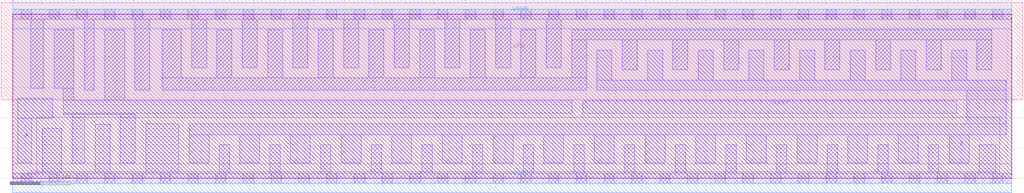
<source format=lef>
# Copyright 2020 The SkyWater PDK Authors
#
# Licensed under the Apache License, Version 2.0 (the "License");
# you may not use this file except in compliance with the License.
# You may obtain a copy of the License at
#
#     https://www.apache.org/licenses/LICENSE-2.0
#
# Unless required by applicable law or agreed to in writing, software
# distributed under the License is distributed on an "AS IS" BASIS,
# WITHOUT WARRANTIES OR CONDITIONS OF ANY KIND, either express or implied.
# See the License for the specific language governing permissions and
# limitations under the License.
#
# SPDX-License-Identifier: Apache-2.0

VERSION 5.7 ;

BUSBITCHARS "[]" ;
DIVIDERCHAR "/" ;

UNITS
  TIME NANOSECONDS 1 ;
  CAPACITANCE PICOFARADS 1 ;
  RESISTANCE OHMS 1 ;
  DATABASE MICRONS 1000 ;
END UNITS

MANUFACTURINGGRID 0.005 ;
USEMINSPACING OBS OFF ;

PROPERTYDEFINITIONS
  LAYER LEF58_TYPE STRING ;
END PROPERTYDEFINITIONS

# High density, single height
SITE unithd
  SYMMETRY Y ;
  CLASS CORE ;
  SIZE 0.46 BY 2.72 ;
END unithd

# High density, double height
SITE unithddbl
  SYMMETRY Y ;
  CLASS CORE ;
  SIZE 0.46 BY 5.44 ;
END unithddbl

LAYER nwell
  TYPE MASTERSLICE ;
  PROPERTY LEF58_TYPE "TYPE NWELL ;" ;
END nwell

LAYER pwell
  TYPE MASTERSLICE ;
  PROPERTY LEF58_TYPE "TYPE PWELL ;" ;
END pwell

LAYER li1
  TYPE ROUTING ;
  DIRECTION VERTICAL ;

  PITCH 0.46 0.34 ;
  OFFSET 0.23 0.17 ;

  WIDTH 0.17 ;          # LI 1
  # SPACING  0.17 ;     # LI 2
  SPACINGTABLE
     PARALLELRUNLENGTH 0
     WIDTH 0 0.17 ;
  AREA 0.0561 ;         # LI 6
  THICKNESS 0.1 ;
  EDGECAPACITANCE 40.697E-6 ;
  CAPACITANCE CPERSQDIST 36.9866E-6 ;
  RESISTANCE RPERSQ 17.0 ;

  ANTENNAMODEL OXIDE1 ;
  ANTENNADIFFSIDEAREARATIO PWL ( ( 0 75 ) ( 0.0125 75 ) ( 0.0225 85.125 ) ( 22.5 10200 ) ) ;
END li1

LAYER mcon
  TYPE CUT ;

  WIDTH 0.17 ;                # Mcon 1
  SPACING 0.19 ;              # Mcon 2
  ENCLOSURE BELOW 0 0 ;       # Mcon 4
  ENCLOSURE ABOVE 0.03 0.06 ; # Met1 4 / Met1 5
  RESISTANCE 23.0 ;

  ANTENNADIFFAREARATIO PWL ( ( 0 3 ) ( 0.0125 3 ) ( 0.0225 3.405 ) ( 22.5 408 ) ) ;
  DCCURRENTDENSITY AVERAGE 0.36 ; # mA per via Iavg_max at Tj = 90oC

END mcon

LAYER met1
  TYPE ROUTING ;
  DIRECTION HORIZONTAL ;

  PITCH 0.34 ;
  OFFSET 0.17 ;

  WIDTH 0.14 ;                     # Met1 1
  # SPACING 0.14 ;                 # Met1 2
  # SPACING 0.28 RANGE 3.001 100 ; # Met1 3b
  SPACINGTABLE
     PARALLELRUNLENGTH 0
     WIDTH 0 0.14
     WIDTH 3 0.28 ;
  AREA 0.083 ;                     # Met1 6
  THICKNESS 0.35 ;
  MINENCLOSEDAREA 0.14 ;

  ANTENNAMODEL OXIDE1 ;
  ANTENNADIFFSIDEAREARATIO PWL ( ( 0 400 ) ( 0.0125 400 ) ( 0.0225 2609 ) ( 22.5 11600 ) ) ;

  EDGECAPACITANCE 40.567E-6 ;
  CAPACITANCE CPERSQDIST 25.7784E-6 ;
  DCCURRENTDENSITY AVERAGE 2.8 ; # mA/um Iavg_max at Tj = 90oC
  ACCURRENTDENSITY RMS 6.1 ; # mA/um Irms_max at Tj = 90oC
  MAXIMUMDENSITY 70 ;
  DENSITYCHECKWINDOW 700 700 ;
  DENSITYCHECKSTEP 70 ;

  RESISTANCE RPERSQ 0.145 ;
END met1

LAYER via
  TYPE CUT ;
  WIDTH 0.15 ;                  # Via 1a
  SPACING 0.17 ;                # Via 2
  ENCLOSURE BELOW 0.055 0.085 ; # Via 4a / Via 5a
  ENCLOSURE ABOVE 0.055 0.085 ; # Met2 4 / Met2 5
  RESISTANCE 15.0 ;

  ANTENNADIFFAREARATIO PWL ( ( 0 6 ) ( 0.0125 6 ) ( 0.0225 6.81 ) ( 22.5 816 ) ) ;
  DCCURRENTDENSITY AVERAGE 0.29 ; # mA per via Iavg_max at Tj = 90oC
END via

LAYER met2
  TYPE ROUTING ;
  DIRECTION VERTICAL ;

  PITCH 0.46 ;
  OFFSET 0.23 ;

  WIDTH 0.14 ;                        # Met2 1
  # SPACING  0.14 ;                   # Met2 2
  # SPACING  0.28 RANGE 3.001 100 ;   # Met2 3b
  SPACINGTABLE
     PARALLELRUNLENGTH 0
     WIDTH 0 0.14
     WIDTH 3 0.28 ;
  AREA 0.0676 ;                       # Met2 6
  THICKNESS 0.35 ;
  MINENCLOSEDAREA 0.14 ;

  EDGECAPACITANCE 37.759E-6 ;
  CAPACITANCE CPERSQDIST 16.9423E-6 ;
  RESISTANCE RPERSQ 0.145 ;
  DCCURRENTDENSITY AVERAGE 2.8 ; # mA/um Iavg_max at Tj = 90oC
  ACCURRENTDENSITY RMS 6.1 ; # mA/um Irms_max at Tj = 90oC

  ANTENNAMODEL OXIDE1 ;
  ANTENNADIFFSIDEAREARATIO PWL ( ( 0 400 ) ( 0.0125 400 ) ( 0.0225 2609 ) ( 22.5 11600 ) ) ;

  MAXIMUMDENSITY 70 ;
  DENSITYCHECKWINDOW 700 700 ;
  DENSITYCHECKSTEP 70 ;
END met2

# ******** Layer via2, type routing, number 44 **************
LAYER via2
  TYPE CUT ;
  WIDTH 0.2 ;                   # Via2 1
  SPACING 0.2 ;                 # Via2 2
  ENCLOSURE BELOW 0.04 0.085 ;  # Via2 4
  ENCLOSURE ABOVE 0.065 0.065 ; # Met3 4
  RESISTANCE 8.0 ;
  ANTENNADIFFAREARATIO PWL ( ( 0 6 ) ( 0.0125 6 ) ( 0.0225 6.81 ) ( 22.5 816 ) ) ;
  DCCURRENTDENSITY AVERAGE 0.48 ; # mA per via Iavg_max at Tj = 90oC
END via2

LAYER met3
  TYPE ROUTING ;
  DIRECTION HORIZONTAL ;

  PITCH 0.68 ;
  OFFSET 0.34 ;

  WIDTH 0.3 ;              # Met3 1
  # SPACING 0.3 ;          # Met3 2
  SPACINGTABLE
     PARALLELRUNLENGTH 0
     WIDTH 0 0.3
     WIDTH 3 0.4 ;
  AREA 0.24 ;              # Met3 6
  THICKNESS 0.8 ;

  EDGECAPACITANCE 40.989E-6 ;
  CAPACITANCE CPERSQDIST 12.3729E-6 ;
  RESISTANCE RPERSQ 0.056 ;
  DCCURRENTDENSITY AVERAGE 6.8 ; # mA/um Iavg_max at Tj = 90oC
  ACCURRENTDENSITY RMS 14.9 ; # mA/um Irms_max at Tj = 90oC

  ANTENNAMODEL OXIDE1 ;
  ANTENNADIFFSIDEAREARATIO PWL ( ( 0 400 ) ( 0.0125 400 ) ( 0.0225 2609 ) ( 22.5 11600 ) ) ;

  MAXIMUMDENSITY 70 ;
  DENSITYCHECKWINDOW 700 700 ;
  DENSITYCHECKSTEP 70 ;
END met3

LAYER via3
  TYPE CUT ;
  WIDTH 0.2 ;                   # Via3 1
  SPACING 0.2 ;                 # Via3 2
  ENCLOSURE BELOW 0.06 0.09 ;   # Via3 4 / Via3 5
  ENCLOSURE ABOVE 0.065 0.065 ; # Met4 3
  RESISTANCE 8.0 ;
  ANTENNADIFFAREARATIO PWL ( ( 0 6 ) ( 0.0125 6 ) ( 0.0225 6.81 ) ( 22.5 816 ) ) ;
  DCCURRENTDENSITY AVERAGE 0.48 ; # mA per via Iavg_max at Tj = 90oC
END via3

LAYER met4
  TYPE ROUTING ;
  DIRECTION VERTICAL ;

  PITCH 0.92 ;
  OFFSET 0.46 ;

  WIDTH 0.3 ;             # Met4 1
  # SPACING  0.3 ;             # Met4 2
  SPACINGTABLE
     PARALLELRUNLENGTH 0
     WIDTH 0 0.3
     WIDTH 3 0.4 ;
  AREA 0.24 ;            # Met4 4a

  THICKNESS 0.8 ;

  EDGECAPACITANCE 36.676E-6 ;
  CAPACITANCE CPERSQDIST 8.41537E-6 ;
  RESISTANCE RPERSQ 0.056 ;
  DCCURRENTDENSITY AVERAGE 6.8 ; # mA/um Iavg_max at Tj = 90oC
  ACCURRENTDENSITY RMS 14.9 ; # mA/um Irms_max at Tj = 90oC

  ANTENNAMODEL OXIDE1 ;
  ANTENNADIFFSIDEAREARATIO PWL ( ( 0 400 ) ( 0.0125 400 ) ( 0.0225 2609 ) ( 22.5 11600 ) ) ;

  MAXIMUMDENSITY 70 ;
  DENSITYCHECKWINDOW 700 700 ;
  DENSITYCHECKSTEP 70 ;
END met4

LAYER via4
  TYPE CUT ;

  WIDTH 0.8 ;                 # Via4 1
  SPACING 0.8 ;               # Via4 2
  ENCLOSURE BELOW 0.19 0.19 ; # Via4 4
  ENCLOSURE ABOVE 0.31 0.31 ; # Met5 3
  RESISTANCE 0.891 ;
  ANTENNADIFFAREARATIO PWL ( ( 0 6 ) ( 0.0125 6 ) ( 0.0225 6.81 ) ( 22.5 816 ) ) ;
  DCCURRENTDENSITY AVERAGE 2.49 ; # mA per via Iavg_max at Tj = 90oC
END via4

LAYER met5
  TYPE ROUTING ;
  DIRECTION HORIZONTAL ;

  PITCH 3.4 ;
  OFFSET 1.7 ;

  WIDTH 1.6 ;            # Met5 1
  #SPACING  1.6 ;        # Met5 2
  SPACINGTABLE
     PARALLELRUNLENGTH 0
     WIDTH 0 1.6 ;
  AREA 4 ;               # Met5 4

  THICKNESS 1.2 ;

  EDGECAPACITANCE 38.851E-6 ;
  CAPACITANCE CPERSQDIST 6.32063E-6 ;
  RESISTANCE RPERSQ 0.0358 ;
  DCCURRENTDENSITY AVERAGE 10.17 ; # mA/um Iavg_max at Tj = 90oC
  ACCURRENTDENSITY RMS 22.34 ; # mA/um Irms_max at Tj = 90oC

  ANTENNAMODEL OXIDE1 ;
  ANTENNADIFFSIDEAREARATIO PWL ( ( 0 400 ) ( 0.0125 400 ) ( 0.0225 2609 ) ( 22.5 11600 ) ) ;
END met5


### Routing via cells section   ###
# Plus via rule, metals are along the prefered direction
VIA L1M1_PR DEFAULT
  LAYER mcon ;
  RECT -0.085 -0.085 0.085 0.085 ;
  LAYER li1 ;
  RECT -0.085 -0.085 0.085 0.085 ;
  LAYER met1 ;
  RECT -0.145 -0.115 0.145 0.115 ;
END L1M1_PR

VIARULE L1M1_PR GENERATE
  LAYER li1 ;
  ENCLOSURE 0 0 ;
  LAYER met1 ;
  ENCLOSURE 0.06 0.03 ;
  LAYER mcon ;
  RECT -0.085 -0.085 0.085 0.085 ;
  SPACING 0.36 BY 0.36 ;
END L1M1_PR

# Plus via rule, metals are along the non prefered direction
VIA L1M1_PR_R DEFAULT
  LAYER mcon ;
  RECT -0.085 -0.085 0.085 0.085 ;
  LAYER li1 ;
  RECT -0.085 -0.085 0.085 0.085 ;
  LAYER met1 ;
  RECT -0.115 -0.145 0.115 0.145 ;
END L1M1_PR_R

VIARULE L1M1_PR_R GENERATE
  LAYER li1 ;
  ENCLOSURE 0 0 ;
  LAYER met1 ;
  ENCLOSURE 0.03 0.06 ;
  LAYER mcon ;
  RECT -0.085 -0.085 0.085 0.085 ;
  SPACING 0.36 BY 0.36 ;
END L1M1_PR_R

# Minus via rule, lower layer metal is along prefered direction
VIA L1M1_PR_M DEFAULT
  LAYER mcon ;
  RECT -0.085 -0.085 0.085 0.085 ;
  LAYER li1 ;
  RECT -0.085 -0.085 0.085 0.085 ;
  LAYER met1 ;
  RECT -0.115 -0.145 0.115 0.145 ;
END L1M1_PR_M

VIARULE L1M1_PR_M GENERATE
  LAYER li1 ;
  ENCLOSURE 0 0 ;
  LAYER met1 ;
  ENCLOSURE 0.03 0.06 ;
  LAYER mcon ;
  RECT -0.085 -0.085 0.085 0.085 ;
  SPACING 0.36 BY 0.36 ;
END L1M1_PR_M

# Minus via rule, upper layer metal is along prefered direction
VIA L1M1_PR_MR DEFAULT
  LAYER mcon ;
  RECT -0.085 -0.085 0.085 0.085 ;
  LAYER li1 ;
  RECT -0.085 -0.085 0.085 0.085 ;
  LAYER met1 ;
  RECT -0.145 -0.115 0.145 0.115 ;
END L1M1_PR_MR

VIARULE L1M1_PR_MR GENERATE
  LAYER li1 ;
  ENCLOSURE 0 0 ;
  LAYER met1 ;
  ENCLOSURE 0.06 0.03 ;
  LAYER mcon ;
  RECT -0.085 -0.085 0.085 0.085 ;
  SPACING 0.36 BY 0.36 ;
END L1M1_PR_MR

# Centered via rule, we really do not want to use it
VIA L1M1_PR_C DEFAULT
  LAYER mcon ;
  RECT -0.085 -0.085 0.085 0.085 ;
  LAYER li1 ;
  RECT -0.085 -0.085 0.085 0.085 ;
  LAYER met1 ;
  RECT -0.145 -0.145 0.145 0.145 ;
END L1M1_PR_C

VIARULE L1M1_PR_C GENERATE
  LAYER li1 ;
  ENCLOSURE 0 0 ;
  LAYER met1 ;
  ENCLOSURE 0.06 0.06 ;
  LAYER mcon ;
  RECT -0.085 -0.085 0.085 0.085 ;
  SPACING 0.36 BY 0.36 ;
END L1M1_PR_C

# Plus via rule, metals are along the prefered direction
VIA M1M2_PR DEFAULT
  LAYER via ;
  RECT -0.075 -0.075 0.075 0.075 ;
  LAYER met1 ;
  RECT -0.16 -0.13 0.16 0.13 ;
  LAYER met2 ;
  RECT -0.13 -0.16 0.13 0.16 ;
END M1M2_PR

VIARULE M1M2_PR GENERATE
  LAYER met1 ;
  ENCLOSURE 0.085 0.055 ;
  LAYER met2 ;
  ENCLOSURE 0.055 0.085 ;
  LAYER via ;
  RECT -0.075 -0.075 0.075 0.075 ;
  SPACING 0.32 BY 0.32 ;
END M1M2_PR

# Plus via rule, metals are along the non prefered direction
VIA M1M2_PR_R DEFAULT
  LAYER via ;
  RECT -0.075 -0.075 0.075 0.075 ;
  LAYER met1 ;
  RECT -0.13 -0.16 0.13 0.16 ;
  LAYER met2 ;
  RECT -0.16 -0.13 0.16 0.13 ;
END M1M2_PR_R

VIARULE M1M2_PR_R GENERATE
  LAYER met1 ;
  ENCLOSURE 0.055 0.085 ;
  LAYER met2 ;
  ENCLOSURE 0.085 0.055 ;
  LAYER via ;
  RECT -0.075 -0.075 0.075 0.075 ;
  SPACING 0.32 BY 0.32 ;
END M1M2_PR_R

# Minus via rule, lower layer metal is along prefered direction
VIA M1M2_PR_M DEFAULT
  LAYER via ;
  RECT -0.075 -0.075 0.075 0.075 ;
  LAYER met1 ;
  RECT -0.16 -0.13 0.16 0.13 ;
  LAYER met2 ;
  RECT -0.16 -0.13 0.16 0.13 ;
END M1M2_PR_M

VIARULE M1M2_PR_M GENERATE
  LAYER met1 ;
  ENCLOSURE 0.085 0.055 ;
  LAYER met2 ;
  ENCLOSURE 0.085 0.055 ;
  LAYER via ;
  RECT -0.075 -0.075 0.075 0.075 ;
  SPACING 0.32 BY 0.32 ;
END M1M2_PR_M

# Minus via rule, upper layer metal is along prefered direction
VIA M1M2_PR_MR DEFAULT
  LAYER via ;
  RECT -0.075 -0.075 0.075 0.075 ;
  LAYER met1 ;
  RECT -0.13 -0.16 0.13 0.16 ;
  LAYER met2 ;
  RECT -0.13 -0.16 0.13 0.16 ;
END M1M2_PR_MR

VIARULE M1M2_PR_MR GENERATE
  LAYER met1 ;
  ENCLOSURE 0.055 0.085 ;
  LAYER met2 ;
  ENCLOSURE 0.055 0.085 ;
  LAYER via ;
  RECT -0.075 -0.075 0.075 0.075 ;
  SPACING 0.32 BY 0.32 ;
END M1M2_PR_MR

# Centered via rule, we really do not want to use it
VIA M1M2_PR_C DEFAULT
  LAYER via ;
  RECT -0.075 -0.075 0.075 0.075 ;
  LAYER met1 ;
  RECT -0.16 -0.16 0.16 0.16 ;
  LAYER met2 ;
  RECT -0.16 -0.16 0.16 0.16 ;
END M1M2_PR_C

VIARULE M1M2_PR_C GENERATE
  LAYER met1 ;
  ENCLOSURE 0.085 0.085 ;
  LAYER met2 ;
  ENCLOSURE 0.085 0.085 ;
  LAYER via ;
  RECT -0.075 -0.075 0.075 0.075 ;
  SPACING 0.32 BY 0.32 ;
END M1M2_PR_C

# Plus via rule, metals are along the prefered direction
VIA M2M3_PR DEFAULT
  LAYER via2 ;
  RECT -0.1 -0.1 0.1 0.1 ;
  LAYER met2 ;
  RECT -0.14 -0.185 0.14 0.185 ;
  LAYER met3 ;
  RECT -0.165 -0.165 0.165 0.165 ;
END M2M3_PR

VIARULE M2M3_PR GENERATE
  LAYER met2 ;
  ENCLOSURE 0.04 0.085 ;
  LAYER met3 ;
  ENCLOSURE 0.065 0.065 ;
  LAYER via2 ;
  RECT -0.1 -0.1 0.1 0.1 ;
  SPACING 0.4 BY 0.4 ;
END M2M3_PR

# Plus via rule, metals are along the non prefered direction
VIA M2M3_PR_R DEFAULT
  LAYER via2 ;
  RECT -0.1 -0.1 0.1 0.1 ;
  LAYER met2 ;
  RECT -0.185 -0.14 0.185 0.14 ;
  LAYER met3 ;
  RECT -0.165 -0.165 0.165 0.165 ;
END M2M3_PR_R

VIARULE M2M3_PR_R GENERATE
  LAYER met2 ;
  ENCLOSURE 0.085 0.04 ;
  LAYER met3 ;
  ENCLOSURE 0.065 0.065 ;
  LAYER via2 ;
  RECT -0.1 -0.1 0.1 0.1 ;
  SPACING 0.4 BY 0.4 ;
END M2M3_PR_R

# Minus via rule, lower layer metal is along prefered direction
VIA M2M3_PR_M DEFAULT
  LAYER via2 ;
  RECT -0.1 -0.1 0.1 0.1 ;
  LAYER met2 ;
  RECT -0.14 -0.185 0.14 0.185 ;
  LAYER met3 ;
  RECT -0.165 -0.165 0.165 0.165 ;
END M2M3_PR_M

VIARULE M2M3_PR_M GENERATE
  LAYER met2 ;
  ENCLOSURE 0.04 0.085 ;
  LAYER met3 ;
  ENCLOSURE 0.065 0.065 ;
  LAYER via2 ;
  RECT -0.1 -0.1 0.1 0.1 ;
  SPACING 0.4 BY 0.4 ;
END M2M3_PR_M

# Minus via rule, upper layer metal is along prefered direction
VIA M2M3_PR_MR DEFAULT
  LAYER via2 ;
  RECT -0.1 -0.1 0.1 0.1 ;
  LAYER met2 ;
  RECT -0.185 -0.14 0.185 0.14 ;
  LAYER met3 ;
  RECT -0.165 -0.165 0.165 0.165 ;
END M2M3_PR_MR

VIARULE M2M3_PR_MR GENERATE
  LAYER met2 ;
  ENCLOSURE 0.085 0.04 ;
  LAYER met3 ;
  ENCLOSURE 0.065 0.065 ;
  LAYER via2 ;
  RECT -0.1 -0.1 0.1 0.1 ;
  SPACING 0.4 BY 0.4 ;
END M2M3_PR_MR

# Centered via rule, we really do not want to use it
VIA M2M3_PR_C DEFAULT
  LAYER via2 ;
  RECT -0.1 -0.1 0.1 0.1 ;
  LAYER met2 ;
  RECT -0.185 -0.185 0.185 0.185 ;
  LAYER met3 ;
  RECT -0.165 -0.165 0.165 0.165 ;
END M2M3_PR_C

VIARULE M2M3_PR_C GENERATE
  LAYER met2 ;
  ENCLOSURE 0.085 0.085 ;
  LAYER met3 ;
  ENCLOSURE 0.065 0.065 ;
  LAYER via2 ;
  RECT -0.1 -0.1 0.1 0.1 ;
  SPACING 0.4 BY 0.4 ;
END M2M3_PR_C

# Plus via rule, metals are along the prefered direction
VIA M3M4_PR DEFAULT
  LAYER via3 ;
  RECT -0.1 -0.1 0.1 0.1 ;
  LAYER met3 ;
  RECT -0.19 -0.16 0.19 0.16 ;
  LAYER met4 ;
  RECT -0.165 -0.165 0.165 0.165 ;
END M3M4_PR

VIARULE M3M4_PR GENERATE
  LAYER met3 ;
  ENCLOSURE 0.09 0.06 ;
  LAYER met4 ;
  ENCLOSURE 0.065 0.065 ;
  LAYER via3 ;
  RECT -0.1 -0.1 0.1 0.1 ;
  SPACING 0.4 BY 0.4 ;
END M3M4_PR

# Plus via rule, metals are along the non prefered direction
VIA M3M4_PR_R DEFAULT
  LAYER via3 ;
  RECT -0.1 -0.1 0.1 0.1 ;
  LAYER met3 ;
  RECT -0.16 -0.19 0.16 0.19 ;
  LAYER met4 ;
  RECT -0.165 -0.165 0.165 0.165 ;
END M3M4_PR_R

VIARULE M3M4_PR_R GENERATE
  LAYER met3 ;
  ENCLOSURE 0.06 0.09 ;
  LAYER met4 ;
  ENCLOSURE 0.065 0.065 ;
  LAYER via3 ;
  RECT -0.1 -0.1 0.1 0.1 ;
  SPACING 0.4 BY 0.4 ;
END M3M4_PR_R

# Minus via rule, lower layer metal is along prefered direction
VIA M3M4_PR_M DEFAULT
  LAYER via3 ;
  RECT -0.1 -0.1 0.1 0.1 ;
  LAYER met3 ;
  RECT -0.19 -0.16 0.19 0.16 ;
  LAYER met4 ;
  RECT -0.165 -0.165 0.165 0.165 ;
END M3M4_PR_M

VIARULE M3M4_PR_M GENERATE
  LAYER met3 ;
  ENCLOSURE 0.09 0.06 ;
  LAYER met4 ;
  ENCLOSURE 0.065 0.065 ;
  LAYER via3 ;
  RECT -0.1 -0.1 0.1 0.1 ;
  SPACING 0.4 BY 0.4 ;
END M3M4_PR_M

# Minus via rule, upper layer metal is along prefered direction
VIA M3M4_PR_MR DEFAULT
  LAYER via3 ;
  RECT -0.1 -0.1 0.1 0.1 ;
  LAYER met3 ;
  RECT -0.16 -0.19 0.16 0.19 ;
  LAYER met4 ;
  RECT -0.165 -0.165 0.165 0.165 ;
END M3M4_PR_MR

VIARULE M3M4_PR_MR GENERATE
  LAYER met3 ;
  ENCLOSURE 0.06 0.09 ;
  LAYER met4 ;
  ENCLOSURE 0.065 0.065 ;
  LAYER via3 ;
  RECT -0.1 -0.1 0.1 0.1 ;
  SPACING 0.4 BY 0.4 ;
END M3M4_PR_MR

# Centered via rule, we really do not want to use it
VIA M3M4_PR_C DEFAULT
  LAYER via3 ;
  RECT -0.1 -0.1 0.1 0.1 ;
  LAYER met3 ;
  RECT -0.19 -0.19 0.19 0.19 ;
  LAYER met4 ;
  RECT -0.165 -0.165 0.165 0.165 ;
END M3M4_PR_C

VIARULE M3M4_PR_C GENERATE
  LAYER met3 ;
  ENCLOSURE 0.09 0.09 ;
  LAYER met4 ;
  ENCLOSURE 0.065 0.065 ;
  LAYER via3 ;
  RECT -0.1 -0.1 0.1 0.1 ;
  SPACING 0.4 BY 0.4 ;
END M3M4_PR_C

# Plus via rule, metals are along the prefered direction
VIA M4M5_PR DEFAULT
  LAYER via4 ;
  RECT -0.4 -0.4 0.4 0.4 ;
  LAYER met4 ;
  RECT -0.59 -0.59 0.59 0.59 ;
  LAYER met5 ;
  RECT -0.71 -0.71 0.71 0.71 ;
END M4M5_PR

VIARULE M4M5_PR GENERATE
  LAYER met4 ;
  ENCLOSURE 0.19 0.19 ;
  LAYER met5 ;
  ENCLOSURE 0.31 0.31 ;
  LAYER via4 ;
  RECT -0.4 -0.4 0.4 0.4 ;
  SPACING 1.6 BY 1.6 ;
END M4M5_PR

# Plus via rule, metals are along the non prefered direction
VIA M4M5_PR_R DEFAULT
  LAYER via4 ;
  RECT -0.4 -0.4 0.4 0.4 ;
  LAYER met4 ;
  RECT -0.59 -0.59 0.59 0.59 ;
  LAYER met5 ;
  RECT -0.71 -0.71 0.71 0.71 ;
END M4M5_PR_R

VIARULE M4M5_PR_R GENERATE
  LAYER met4 ;
  ENCLOSURE 0.19 0.19 ;
  LAYER met5 ;
  ENCLOSURE 0.31 0.31 ;
  LAYER via4 ;
  RECT -0.4 -0.4 0.4 0.4 ;
  SPACING 1.6 BY 1.6 ;
END M4M5_PR_R

# Minus via rule, lower layer metal is along prefered direction
VIA M4M5_PR_M DEFAULT
  LAYER via4 ;
  RECT -0.4 -0.4 0.4 0.4 ;
  LAYER met4 ;
  RECT -0.59 -0.59 0.59 0.59 ;
  LAYER met5 ;
  RECT -0.71 -0.71 0.71 0.71 ;
END M4M5_PR_M

VIARULE M4M5_PR_M GENERATE
  LAYER met4 ;
  ENCLOSURE 0.19 0.19 ;
  LAYER met5 ;
  ENCLOSURE 0.31 0.31 ;
  LAYER via4 ;
  RECT -0.4 -0.4 0.4 0.4 ;
  SPACING 1.6 BY 1.6 ;
END M4M5_PR_M

# Minus via rule, upper layer metal is along prefered direction
VIA M4M5_PR_MR DEFAULT
  LAYER via4 ;
  RECT -0.4 -0.4 0.4 0.4 ;
  LAYER met4 ;
  RECT -0.59 -0.59 0.59 0.59 ;
  LAYER met5 ;
  RECT -0.71 -0.71 0.71 0.71 ;
END M4M5_PR_MR

VIARULE M4M5_PR_MR GENERATE
  LAYER met4 ;
  ENCLOSURE 0.19 0.19 ;
  LAYER met5 ;
  ENCLOSURE 0.31 0.31 ;
  LAYER via4 ;
  RECT -0.4 -0.4 0.4 0.4 ;
  SPACING 1.6 BY 1.6 ;
END M4M5_PR_MR

# Centered via rule, we really do not want to use it
VIA M4M5_PR_C DEFAULT
  LAYER via4 ;
  RECT -0.4 -0.4 0.4 0.4 ;
  LAYER met4 ;
  RECT -0.59 -0.59 0.59 0.59 ;
  LAYER met5 ;
  RECT -0.71 -0.71 0.71 0.71 ;
END M4M5_PR_C

VIARULE M4M5_PR_C GENERATE
  LAYER met4 ;
  ENCLOSURE 0.19 0.19 ;
  LAYER met5 ;
  ENCLOSURE 0.31 0.31 ;
  LAYER via4 ;
  RECT -0.4 -0.4 0.4 0.4 ;
  SPACING 1.6 BY 1.6 ;
END M4M5_PR_C
###  end of single via cells   ###


MACRO sky130_ef_sc_hd__decap_12
  CLASS BLOCK ;
  FOREIGN sky130_ef_sc_hd__decap_12 ;
  ORIGIN 0.000 0.000 ;
  SIZE 5.520 BY 2.720 ;
  PIN VGND
    DIRECTION INPUT ;
    USE GROUND ;
    PORT
      LAYER met1 ;
        RECT 0.000 -0.240 5.520 0.240 ;
    END
  END VGND
  PIN VPWR
    DIRECTION INPUT ;
    USE POWER ;
    PORT
      LAYER met1 ;
        RECT 0.000 2.480 5.520 2.960 ;
    END
  END VPWR
  PIN VPB
    DIRECTION INPUT ;
    USE POWER ;
    PORT
      LAYER nwell ;
        RECT -0.190 1.305 5.710 2.910 ;
    END
  END VPB
  PIN VNB
    DIRECTION INPUT ;
    USE GROUND ;
    PORT
      LAYER pwell ;
        RECT 0.005 0.105 5.515 0.915 ;
        RECT 0.145 -0.085 0.315 0.105 ;
    END
  END VNB
  OBS
      LAYER li1 ;
        RECT 0.000 2.635 5.520 2.805 ;
        RECT 0.085 2.200 5.430 2.635 ;
        RECT 1.670 0.630 2.010 1.460 ;
        RECT 3.490 0.950 3.840 2.200 ;
        RECT 0.085 0.085 5.430 0.630 ;
        RECT 0.000 -0.085 5.520 0.085 ;
      LAYER mcon ;
        RECT 0.145 2.635 0.315 2.805 ;
        RECT 0.605 2.635 0.775 2.805 ;
        RECT 1.065 2.635 1.235 2.805 ;
        RECT 1.525 2.635 1.695 2.805 ;
        RECT 1.985 2.635 2.155 2.805 ;
        RECT 2.445 2.635 2.615 2.805 ;
        RECT 2.905 2.635 3.075 2.805 ;
        RECT 3.365 2.635 3.535 2.805 ;
        RECT 3.825 2.635 3.995 2.805 ;
        RECT 4.285 2.635 4.455 2.805 ;
        RECT 4.745 2.635 4.915 2.805 ;
        RECT 5.205 2.635 5.375 2.805 ;
        RECT 0.145 -0.085 0.315 0.085 ;
        RECT 0.605 -0.085 0.775 0.085 ;
        RECT 1.065 -0.085 1.235 0.085 ;
        RECT 1.525 -0.085 1.695 0.085 ;
        RECT 1.985 -0.085 2.155 0.085 ;
        RECT 2.445 -0.085 2.615 0.085 ;
        RECT 2.905 -0.085 3.075 0.085 ;
        RECT 3.365 -0.085 3.535 0.085 ;
        RECT 3.825 -0.085 3.995 0.085 ;
        RECT 4.285 -0.085 4.455 0.085 ;
        RECT 4.745 -0.085 4.915 0.085 ;
        RECT 5.205 -0.085 5.375 0.085 ;
  END
END sky130_ef_sc_hd__decap_12
MACRO sky130_ef_sc_hd__fakediode_2
  CLASS CORE SPACER ;
  FOREIGN sky130_ef_sc_hd__fakediode_2 ;
  ORIGIN 0.000 0.000 ;
  SIZE 0.920 BY 2.720 ;
  SYMMETRY X Y R90 ;
  SITE unithd ;
  PIN DIODE
    DIRECTION INPUT ;
    USE SIGNAL ;
    PORT
      LAYER li1 ;
        RECT 0.085 0.255 0.835 2.465 ;
    END
  END DIODE
  PIN VGND
    DIRECTION INOUT ;
    USE GROUND ;
    SHAPE ABUTMENT ;
    PORT
      LAYER met1 ;
        RECT 0.000 -0.240 0.920 0.240 ;
    END
  END VGND
  PIN VPWR
    DIRECTION INOUT ;
    USE POWER ;
    SHAPE ABUTMENT ;
    PORT
      LAYER met1 ;
        RECT 0.000 2.480 0.920 2.960 ;
    END
  END VPWR
  PIN VPB
    DIRECTION INOUT ;
    USE POWER ;
    PORT
      LAYER nwell ;
        RECT -0.190 1.305 1.110 2.910 ;
    END
  END VPB
  PIN VNB
    DIRECTION INOUT ;
    USE GROUND ;
    PORT
      LAYER pwell ;
        RECT 0.025 0.065 0.915 1.015 ;
        RECT 0.145 -0.085 0.315 0.065 ;
    END
  END VNB
  OBS
      LAYER li1 ;
        RECT 0.000 2.635 0.920 2.805 ;
        RECT 0.000 -0.085 0.920 0.085 ;
      LAYER mcon ;
        RECT 0.145 2.635 0.315 2.805 ;
        RECT 0.605 2.635 0.775 2.805 ;
        RECT 0.145 -0.085 0.315 0.085 ;
        RECT 0.605 -0.085 0.775 0.085 ;
  END
END sky130_ef_sc_hd__fakediode_2
MACRO sky130_ef_sc_hd__fill_8
  CLASS CORE SPACER ;
  FOREIGN sky130_ef_sc_hd__fill_8 ;
  ORIGIN 0.000 0.000 ;
  SIZE 3.680 BY 2.720 ;
  SYMMETRY X Y R90 ;
  SITE unithd ;
  PIN VGND
    DIRECTION INOUT ;
    USE GROUND ;
    SHAPE ABUTMENT ;
    PORT
      LAYER met1 ;
        RECT 0.000 -0.240 3.680 0.240 ;
    END
  END VGND
  PIN VPWR
    DIRECTION INOUT ;
    USE POWER ;
    SHAPE ABUTMENT ;
    PORT
      LAYER met1 ;
        RECT 0.000 2.480 3.680 2.960 ;
    END
  END VPWR
  PIN VPB
    PORT
      LAYER nwell ;
        RECT -0.190 1.305 3.870 2.910 ;
    END
  END VPB
  PIN VNB
    PORT
      LAYER pwell ;
        RECT 0.025 0.065 3.655 1.015 ;
        RECT 0.130 -0.120 0.350 0.065 ;
    END
  END VNB
  OBS
      LAYER li1 ;
        RECT 0.000 2.635 3.680 2.805 ;
        RECT 0.000 -0.085 3.680 0.085 ;
      LAYER mcon ;
        RECT 0.145 2.635 0.315 2.805 ;
        RECT 0.605 2.635 0.775 2.805 ;
        RECT 1.065 2.635 1.235 2.805 ;
        RECT 1.525 2.635 1.695 2.805 ;
        RECT 1.985 2.635 2.155 2.805 ;
        RECT 2.445 2.635 2.615 2.805 ;
        RECT 2.905 2.635 3.075 2.805 ;
        RECT 3.365 2.635 3.535 2.805 ;
        RECT 0.145 -0.085 0.315 0.085 ;
        RECT 0.605 -0.085 0.775 0.085 ;
        RECT 1.065 -0.085 1.235 0.085 ;
        RECT 1.525 -0.085 1.695 0.085 ;
        RECT 1.985 -0.085 2.155 0.085 ;
        RECT 2.445 -0.085 2.615 0.085 ;
        RECT 2.905 -0.085 3.075 0.085 ;
        RECT 3.365 -0.085 3.535 0.085 ;
  END
END sky130_ef_sc_hd__fill_8
MACRO sky130_ef_sc_hd__fill_12
  CLASS CORE ;
  FOREIGN sky130_ef_sc_hd__fill_12 ;
  ORIGIN 0.000 0.000 ;
  SIZE 5.520 BY 2.720 ;
  SYMMETRY X Y R90 ;
  SITE unithd ;
  PIN VPWR
    USE POWER ;
    PORT
      LAYER met1 ;
        RECT 0.000 2.480 5.520 2.960 ;
    END
  END VPWR
  PIN VGND
    USE GROUND ;
    PORT
      LAYER met1 ;
        RECT 0.000 -0.240 5.520 0.240 ;
    END
  END VGND
  PIN VPB
    PORT
      LAYER nwell ;
        RECT -0.190 1.305 2.950 2.910 ;
    END
  END VPB
  PIN VNB
    PORT
      LAYER pwell ;
        RECT 0.005 0.105 2.755 0.915 ;
        RECT 0.145 -0.085 0.315 0.105 ;
    END
  END VNB
  OBS
      LAYER li1 ;
        RECT 0.000 2.635 5.520 2.805 ;
        RECT 0.085 1.545 2.675 2.635 ;
        RECT 0.085 0.855 1.295 1.375 ;
        RECT 1.465 1.025 2.675 1.545 ;
        RECT 0.085 0.085 2.675 0.855 ;
        RECT 0.000 -0.085 5.520 0.085 ;
      LAYER mcon ;
        RECT 0.145 2.635 0.315 2.805 ;
        RECT 0.605 2.635 0.775 2.805 ;
        RECT 1.065 2.635 1.235 2.805 ;
        RECT 1.525 2.635 1.695 2.805 ;
        RECT 1.985 2.635 2.155 2.805 ;
        RECT 2.445 2.635 2.615 2.805 ;
        RECT 2.905 2.635 3.075 2.805 ;
        RECT 3.365 2.635 3.535 2.805 ;
        RECT 3.825 2.635 3.995 2.805 ;
        RECT 4.285 2.635 4.455 2.805 ;
        RECT 4.745 2.635 4.915 2.805 ;
        RECT 5.205 2.635 5.375 2.805 ;
        RECT 0.145 -0.085 0.315 0.085 ;
        RECT 0.605 -0.085 0.775 0.085 ;
        RECT 1.065 -0.085 1.235 0.085 ;
        RECT 1.525 -0.085 1.695 0.085 ;
        RECT 1.985 -0.085 2.155 0.085 ;
        RECT 2.445 -0.085 2.615 0.085 ;
        RECT 2.905 -0.085 3.075 0.085 ;
        RECT 3.365 -0.085 3.535 0.085 ;
        RECT 3.825 -0.085 3.995 0.085 ;
        RECT 4.285 -0.085 4.455 0.085 ;
        RECT 4.745 -0.085 4.915 0.085 ;
        RECT 5.205 -0.085 5.375 0.085 ;
  END
END sky130_ef_sc_hd__fill_12
MACRO sky130_fd_sc_hd__a2bb2o_1
  CLASS CORE ;
  FOREIGN sky130_fd_sc_hd__a2bb2o_1 ;
  ORIGIN 0.000 0.000 ;
  SIZE 3.680 BY 2.720 ;
  SYMMETRY X Y R90 ;
  SITE unithd ;
  PIN A1_N
    DIRECTION INPUT ;
    USE SIGNAL ;
    ANTENNAGATEAREA 0.126000 ;
    PORT
      LAYER li1 ;
        RECT 0.910 0.995 1.240 1.615 ;
    END
  END A1_N
  PIN A2_N
    DIRECTION INPUT ;
    USE SIGNAL ;
    ANTENNAGATEAREA 0.126000 ;
    PORT
      LAYER li1 ;
        RECT 1.410 0.995 1.700 1.375 ;
    END
  END A2_N
  PIN B1
    DIRECTION INPUT ;
    USE SIGNAL ;
    ANTENNAGATEAREA 0.126000 ;
    PORT
      LAYER li1 ;
        RECT 3.280 0.765 3.540 1.655 ;
    END
  END B1
  PIN B2
    DIRECTION INPUT ;
    USE SIGNAL ;
    ANTENNAGATEAREA 0.126000 ;
    PORT
      LAYER li1 ;
        RECT 2.600 1.355 3.080 1.655 ;
        RECT 2.820 0.765 3.080 1.355 ;
    END
  END B2
  PIN VGND
    DIRECTION INOUT ;
    USE GROUND ;
    SHAPE ABUTMENT ;
    PORT
      LAYER met1 ;
        RECT 0.000 -0.240 3.680 0.240 ;
    END
  END VGND
  PIN VNB
    DIRECTION INOUT ;
    USE GROUND ;
    PORT
      LAYER pwell ;
        RECT 0.005 0.785 0.925 1.015 ;
        RECT 0.005 0.105 3.590 0.785 ;
        RECT 0.150 -0.085 0.320 0.105 ;
    END
  END VNB
  PIN VPB
    DIRECTION INOUT ;
    USE POWER ;
    PORT
      LAYER nwell ;
        RECT -0.190 1.305 3.870 2.910 ;
    END
  END VPB
  PIN VPWR
    DIRECTION INOUT ;
    USE POWER ;
    SHAPE ABUTMENT ;
    PORT
      LAYER met1 ;
        RECT 0.000 2.480 3.680 2.960 ;
    END
  END VPWR
  PIN X
    DIRECTION OUTPUT ;
    USE SIGNAL ;
    ANTENNADIFFAREA 0.429000 ;
    PORT
      LAYER li1 ;
        RECT 0.085 1.525 0.345 2.465 ;
        RECT 0.085 0.810 0.260 1.525 ;
        RECT 0.085 0.255 0.345 0.810 ;
    END
  END X
  OBS
      LAYER li1 ;
        RECT 0.000 2.635 3.680 2.805 ;
        RECT 0.515 2.235 0.845 2.635 ;
        RECT 1.990 2.370 2.245 2.465 ;
        RECT 1.105 2.200 2.245 2.370 ;
        RECT 2.415 2.255 2.745 2.425 ;
        RECT 1.105 1.975 1.275 2.200 ;
        RECT 0.515 1.805 1.275 1.975 ;
        RECT 1.990 2.065 2.245 2.200 ;
        RECT 0.515 1.325 0.685 1.805 ;
        RECT 1.540 1.715 1.710 1.905 ;
        RECT 1.990 1.895 2.400 2.065 ;
        RECT 1.540 1.545 2.060 1.715 ;
        RECT 0.430 0.995 0.685 1.325 ;
        RECT 1.890 0.825 2.060 1.545 ;
        RECT 1.180 0.655 2.060 0.825 ;
        RECT 2.230 0.870 2.400 1.895 ;
        RECT 2.575 2.005 2.745 2.255 ;
        RECT 2.915 2.175 3.165 2.635 ;
        RECT 3.335 2.005 3.515 2.465 ;
        RECT 2.575 1.835 3.515 2.005 ;
        RECT 2.230 0.700 2.580 0.870 ;
        RECT 0.515 0.085 0.945 0.530 ;
        RECT 1.180 0.255 1.350 0.655 ;
        RECT 1.520 0.085 2.240 0.485 ;
        RECT 2.410 0.255 2.580 0.700 ;
        RECT 3.155 0.085 3.555 0.595 ;
        RECT 0.000 -0.085 3.680 0.085 ;
      LAYER mcon ;
        RECT 0.145 2.635 0.315 2.805 ;
        RECT 0.605 2.635 0.775 2.805 ;
        RECT 1.065 2.635 1.235 2.805 ;
        RECT 1.525 2.635 1.695 2.805 ;
        RECT 1.985 2.635 2.155 2.805 ;
        RECT 2.445 2.635 2.615 2.805 ;
        RECT 2.905 2.635 3.075 2.805 ;
        RECT 3.365 2.635 3.535 2.805 ;
        RECT 0.145 -0.085 0.315 0.085 ;
        RECT 0.605 -0.085 0.775 0.085 ;
        RECT 1.065 -0.085 1.235 0.085 ;
        RECT 1.525 -0.085 1.695 0.085 ;
        RECT 1.985 -0.085 2.155 0.085 ;
        RECT 2.445 -0.085 2.615 0.085 ;
        RECT 2.905 -0.085 3.075 0.085 ;
        RECT 3.365 -0.085 3.535 0.085 ;
  END
END sky130_fd_sc_hd__a2bb2o_1
MACRO sky130_fd_sc_hd__a2bb2o_2
  CLASS CORE ;
  FOREIGN sky130_fd_sc_hd__a2bb2o_2 ;
  ORIGIN 0.000 0.000 ;
  SIZE 4.140 BY 2.720 ;
  SYMMETRY X Y R90 ;
  SITE unithd ;
  PIN A1_N
    DIRECTION INPUT ;
    USE SIGNAL ;
    ANTENNAGATEAREA 0.159000 ;
    PORT
      LAYER li1 ;
        RECT 1.345 0.995 1.675 1.615 ;
    END
  END A1_N
  PIN A2_N
    DIRECTION INPUT ;
    USE SIGNAL ;
    ANTENNAGATEAREA 0.159000 ;
    PORT
      LAYER li1 ;
        RECT 1.845 0.995 2.135 1.375 ;
    END
  END A2_N
  PIN B1
    DIRECTION INPUT ;
    USE SIGNAL ;
    ANTENNAGATEAREA 0.159000 ;
    PORT
      LAYER li1 ;
        RECT 3.730 0.765 3.990 1.655 ;
    END
  END B1
  PIN B2
    DIRECTION INPUT ;
    USE SIGNAL ;
    ANTENNAGATEAREA 0.159000 ;
    PORT
      LAYER li1 ;
        RECT 3.050 1.355 3.530 1.655 ;
        RECT 3.270 0.765 3.530 1.355 ;
    END
  END B2
  PIN VGND
    DIRECTION INOUT ;
    USE GROUND ;
    SHAPE ABUTMENT ;
    PORT
      LAYER met1 ;
        RECT 0.000 -0.240 4.140 0.240 ;
    END
  END VGND
  PIN VNB
    DIRECTION INOUT ;
    USE GROUND ;
    PORT
      LAYER pwell ;
        RECT 0.015 0.785 1.360 1.015 ;
        RECT 0.015 0.105 4.040 0.785 ;
        RECT 0.125 -0.085 0.295 0.105 ;
    END
  END VNB
  PIN VPB
    DIRECTION INOUT ;
    USE POWER ;
    PORT
      LAYER nwell ;
        RECT -0.190 1.305 4.330 2.910 ;
    END
  END VPB
  PIN VPWR
    DIRECTION INOUT ;
    USE POWER ;
    SHAPE ABUTMENT ;
    PORT
      LAYER met1 ;
        RECT 0.000 2.480 4.140 2.960 ;
    END
  END VPWR
  PIN X
    DIRECTION OUTPUT ;
    USE SIGNAL ;
    ANTENNADIFFAREA 0.445500 ;
    PORT
      LAYER li1 ;
        RECT 0.525 1.525 0.780 2.465 ;
        RECT 0.525 0.810 0.695 1.525 ;
        RECT 0.525 0.255 0.780 0.810 ;
    END
  END X
  OBS
      LAYER li1 ;
        RECT 0.000 2.635 4.140 2.805 ;
        RECT 0.185 1.445 0.355 2.635 ;
        RECT 0.950 2.235 1.280 2.635 ;
        RECT 2.500 2.370 2.670 2.465 ;
        RECT 1.540 2.200 2.670 2.370 ;
        RECT 2.875 2.255 3.205 2.425 ;
        RECT 1.540 1.975 1.710 2.200 ;
        RECT 0.950 1.805 1.710 1.975 ;
        RECT 2.440 2.065 2.670 2.200 ;
        RECT 0.950 1.325 1.120 1.805 ;
        RECT 1.975 1.715 2.145 1.905 ;
        RECT 2.440 1.895 2.850 2.065 ;
        RECT 1.975 1.545 2.510 1.715 ;
        RECT 0.865 0.995 1.120 1.325 ;
        RECT 0.185 0.085 0.355 0.930 ;
        RECT 2.340 0.825 2.510 1.545 ;
        RECT 1.615 0.655 2.510 0.825 ;
        RECT 2.680 0.870 2.850 1.895 ;
        RECT 3.035 2.005 3.205 2.255 ;
        RECT 3.375 2.175 3.625 2.635 ;
        RECT 3.795 2.005 3.965 2.465 ;
        RECT 3.035 1.835 3.965 2.005 ;
        RECT 2.680 0.700 3.030 0.870 ;
        RECT 0.950 0.085 1.380 0.530 ;
        RECT 1.615 0.255 1.785 0.655 ;
        RECT 1.955 0.085 2.690 0.485 ;
        RECT 2.860 0.255 3.030 0.700 ;
        RECT 3.605 0.085 4.005 0.595 ;
        RECT 0.000 -0.085 4.140 0.085 ;
      LAYER mcon ;
        RECT 0.145 2.635 0.315 2.805 ;
        RECT 0.605 2.635 0.775 2.805 ;
        RECT 1.065 2.635 1.235 2.805 ;
        RECT 1.525 2.635 1.695 2.805 ;
        RECT 1.985 2.635 2.155 2.805 ;
        RECT 2.445 2.635 2.615 2.805 ;
        RECT 2.905 2.635 3.075 2.805 ;
        RECT 3.365 2.635 3.535 2.805 ;
        RECT 3.825 2.635 3.995 2.805 ;
        RECT 0.145 -0.085 0.315 0.085 ;
        RECT 0.605 -0.085 0.775 0.085 ;
        RECT 1.065 -0.085 1.235 0.085 ;
        RECT 1.525 -0.085 1.695 0.085 ;
        RECT 1.985 -0.085 2.155 0.085 ;
        RECT 2.445 -0.085 2.615 0.085 ;
        RECT 2.905 -0.085 3.075 0.085 ;
        RECT 3.365 -0.085 3.535 0.085 ;
        RECT 3.825 -0.085 3.995 0.085 ;
  END
END sky130_fd_sc_hd__a2bb2o_2
MACRO sky130_fd_sc_hd__a2bb2o_4
  CLASS CORE ;
  FOREIGN sky130_fd_sc_hd__a2bb2o_4 ;
  ORIGIN 0.000 0.000 ;
  SIZE 7.360 BY 2.720 ;
  SYMMETRY X Y R90 ;
  SITE unithd ;
  PIN A1_N
    DIRECTION INPUT ;
    USE SIGNAL ;
    ANTENNAGATEAREA 0.495000 ;
    PORT
      LAYER li1 ;
        RECT 3.475 1.445 4.965 1.615 ;
        RECT 3.475 1.325 3.645 1.445 ;
        RECT 3.315 1.075 3.645 1.325 ;
        RECT 4.605 1.075 4.965 1.445 ;
    END
  END A1_N
  PIN A2_N
    DIRECTION INPUT ;
    USE SIGNAL ;
    ANTENNAGATEAREA 0.495000 ;
    PORT
      LAYER li1 ;
        RECT 3.815 1.075 4.435 1.275 ;
    END
  END A2_N
  PIN B1
    DIRECTION INPUT ;
    USE SIGNAL ;
    ANTENNAGATEAREA 0.495000 ;
    PORT
      LAYER li1 ;
        RECT 0.085 1.445 1.685 1.615 ;
        RECT 0.085 1.075 0.575 1.445 ;
        RECT 1.515 1.245 1.685 1.445 ;
        RECT 1.515 1.075 1.895 1.245 ;
    END
  END B1
  PIN B2
    DIRECTION INPUT ;
    USE SIGNAL ;
    ANTENNAGATEAREA 0.495000 ;
    PORT
      LAYER li1 ;
        RECT 0.805 1.075 1.345 1.275 ;
    END
  END B2
  PIN VGND
    DIRECTION INOUT ;
    USE GROUND ;
    SHAPE ABUTMENT ;
    PORT
      LAYER met1 ;
        RECT 0.000 -0.240 7.360 0.240 ;
    END
  END VGND
  PIN VNB
    DIRECTION INOUT ;
    USE GROUND ;
    PORT
      LAYER pwell ;
        RECT 0.005 0.105 6.915 1.015 ;
        RECT 0.150 -0.085 0.320 0.105 ;
    END
  END VNB
  PIN VPB
    DIRECTION INOUT ;
    USE POWER ;
    PORT
      LAYER nwell ;
        RECT -0.190 1.305 7.550 2.910 ;
    END
  END VPB
  PIN VPWR
    DIRECTION INOUT ;
    USE POWER ;
    SHAPE ABUTMENT ;
    PORT
      LAYER met1 ;
        RECT 0.000 2.480 7.360 2.960 ;
    END
  END VPWR
  PIN X
    DIRECTION OUTPUT ;
    USE SIGNAL ;
    ANTENNADIFFAREA 0.891000 ;
    PORT
      LAYER li1 ;
        RECT 5.275 1.955 5.525 2.465 ;
        RECT 6.115 1.955 6.365 2.465 ;
        RECT 5.275 1.785 6.365 1.955 ;
        RECT 6.115 1.655 6.365 1.785 ;
        RECT 6.115 1.415 6.920 1.655 ;
        RECT 6.610 0.905 6.920 1.415 ;
        RECT 5.235 0.725 6.920 0.905 ;
        RECT 5.235 0.275 5.565 0.725 ;
        RECT 6.075 0.275 6.405 0.725 ;
    END
  END X
  OBS
      LAYER li1 ;
        RECT 0.000 2.635 7.360 2.805 ;
        RECT 0.135 1.955 0.385 2.465 ;
        RECT 0.555 2.125 0.805 2.635 ;
        RECT 0.975 1.955 1.225 2.465 ;
        RECT 1.395 2.125 1.645 2.635 ;
        RECT 1.815 2.295 2.905 2.465 ;
        RECT 1.815 1.955 2.065 2.295 ;
        RECT 2.655 2.135 2.905 2.295 ;
        RECT 3.175 2.135 3.425 2.635 ;
        RECT 3.595 2.295 4.685 2.465 ;
        RECT 3.595 2.135 3.845 2.295 ;
        RECT 0.135 1.785 2.065 1.955 ;
        RECT 1.855 1.455 2.065 1.785 ;
        RECT 2.235 1.965 2.485 2.125 ;
        RECT 4.015 1.965 4.265 2.125 ;
        RECT 2.235 1.415 2.620 1.965 ;
        RECT 3.135 1.785 4.265 1.965 ;
        RECT 4.435 1.785 4.685 2.295 ;
        RECT 4.855 1.795 5.105 2.635 ;
        RECT 5.695 2.165 5.945 2.635 ;
        RECT 6.535 1.825 6.785 2.635 ;
        RECT 3.135 1.665 3.305 1.785 ;
        RECT 2.955 1.495 3.305 1.665 ;
        RECT 2.235 0.905 2.445 1.415 ;
        RECT 2.955 1.245 3.145 1.495 ;
        RECT 2.615 1.075 3.145 1.245 ;
        RECT 5.135 1.245 5.460 1.615 ;
        RECT 5.135 1.075 6.440 1.245 ;
        RECT 2.955 0.905 3.145 1.075 ;
        RECT 0.175 0.085 0.345 0.895 ;
        RECT 0.515 0.475 0.765 0.905 ;
        RECT 0.935 0.735 2.525 0.905 ;
        RECT 0.935 0.645 1.270 0.735 ;
        RECT 0.515 0.255 1.685 0.475 ;
        RECT 1.855 0.085 2.025 0.555 ;
        RECT 2.195 0.255 2.525 0.735 ;
        RECT 2.955 0.725 4.725 0.905 ;
        RECT 2.695 0.085 3.385 0.555 ;
        RECT 3.555 0.255 3.885 0.725 ;
        RECT 4.055 0.085 4.225 0.555 ;
        RECT 4.395 0.255 4.725 0.725 ;
        RECT 4.895 0.085 5.065 0.895 ;
        RECT 5.735 0.085 5.905 0.555 ;
        RECT 6.575 0.085 6.745 0.555 ;
        RECT 0.000 -0.085 7.360 0.085 ;
      LAYER mcon ;
        RECT 0.145 2.635 0.315 2.805 ;
        RECT 0.605 2.635 0.775 2.805 ;
        RECT 1.065 2.635 1.235 2.805 ;
        RECT 1.525 2.635 1.695 2.805 ;
        RECT 1.985 2.635 2.155 2.805 ;
        RECT 2.445 2.635 2.615 2.805 ;
        RECT 2.905 2.635 3.075 2.805 ;
        RECT 3.365 2.635 3.535 2.805 ;
        RECT 3.825 2.635 3.995 2.805 ;
        RECT 4.285 2.635 4.455 2.805 ;
        RECT 4.745 2.635 4.915 2.805 ;
        RECT 5.205 2.635 5.375 2.805 ;
        RECT 5.665 2.635 5.835 2.805 ;
        RECT 6.125 2.635 6.295 2.805 ;
        RECT 6.585 2.635 6.755 2.805 ;
        RECT 7.045 2.635 7.215 2.805 ;
        RECT 2.450 1.445 2.620 1.615 ;
        RECT 5.230 1.445 5.400 1.615 ;
        RECT 0.145 -0.085 0.315 0.085 ;
        RECT 0.605 -0.085 0.775 0.085 ;
        RECT 1.065 -0.085 1.235 0.085 ;
        RECT 1.525 -0.085 1.695 0.085 ;
        RECT 1.985 -0.085 2.155 0.085 ;
        RECT 2.445 -0.085 2.615 0.085 ;
        RECT 2.905 -0.085 3.075 0.085 ;
        RECT 3.365 -0.085 3.535 0.085 ;
        RECT 3.825 -0.085 3.995 0.085 ;
        RECT 4.285 -0.085 4.455 0.085 ;
        RECT 4.745 -0.085 4.915 0.085 ;
        RECT 5.205 -0.085 5.375 0.085 ;
        RECT 5.665 -0.085 5.835 0.085 ;
        RECT 6.125 -0.085 6.295 0.085 ;
        RECT 6.585 -0.085 6.755 0.085 ;
        RECT 7.045 -0.085 7.215 0.085 ;
      LAYER met1 ;
        RECT 2.390 1.600 2.680 1.645 ;
        RECT 5.170 1.600 5.460 1.645 ;
        RECT 2.390 1.460 5.460 1.600 ;
        RECT 2.390 1.415 2.680 1.460 ;
        RECT 5.170 1.415 5.460 1.460 ;
  END
END sky130_fd_sc_hd__a2bb2o_4
MACRO sky130_fd_sc_hd__a2bb2oi_1
  CLASS CORE ;
  FOREIGN sky130_fd_sc_hd__a2bb2oi_1 ;
  ORIGIN 0.000 0.000 ;
  SIZE 3.220 BY 2.720 ;
  SYMMETRY X Y R90 ;
  SITE unithd ;
  PIN A1_N
    DIRECTION INPUT ;
    USE SIGNAL ;
    ANTENNAGATEAREA 0.247500 ;
    PORT
      LAYER li1 ;
        RECT 0.150 0.995 0.520 1.615 ;
    END
  END A1_N
  PIN A2_N
    DIRECTION INPUT ;
    USE SIGNAL ;
    ANTENNAGATEAREA 0.247500 ;
    PORT
      LAYER li1 ;
        RECT 0.725 1.010 1.240 1.275 ;
    END
  END A2_N
  PIN B1
    DIRECTION INPUT ;
    USE SIGNAL ;
    ANTENNAGATEAREA 0.247500 ;
    PORT
      LAYER li1 ;
        RECT 2.780 0.995 3.070 1.615 ;
    END
  END B1
  PIN B2
    DIRECTION INPUT ;
    USE SIGNAL ;
    ANTENNAGATEAREA 0.247500 ;
    PORT
      LAYER li1 ;
        RECT 2.245 0.995 2.610 1.615 ;
        RECT 2.440 0.425 2.610 0.995 ;
    END
  END B2
  PIN VGND
    DIRECTION INOUT ;
    USE GROUND ;
    SHAPE ABUTMENT ;
    PORT
      LAYER met1 ;
        RECT 0.000 -0.240 3.220 0.240 ;
    END
  END VGND
  PIN VNB
    DIRECTION INOUT ;
    USE GROUND ;
    PORT
      LAYER pwell ;
        RECT 0.005 0.105 3.215 1.015 ;
        RECT 0.145 -0.085 0.315 0.105 ;
    END
  END VNB
  PIN VPB
    DIRECTION INOUT ;
    USE POWER ;
    PORT
      LAYER nwell ;
        RECT -0.190 1.305 3.410 2.910 ;
    END
  END VPB
  PIN VPWR
    DIRECTION INOUT ;
    USE POWER ;
    SHAPE ABUTMENT ;
    PORT
      LAYER met1 ;
        RECT 0.000 2.480 3.220 2.960 ;
    END
  END VPWR
  PIN Y
    DIRECTION OUTPUT ;
    USE SIGNAL ;
    ANTENNADIFFAREA 0.515500 ;
    PORT
      LAYER li1 ;
        RECT 1.420 1.955 1.785 2.465 ;
        RECT 1.420 1.785 1.945 1.955 ;
        RECT 1.775 0.825 1.945 1.785 ;
        RECT 1.775 0.255 2.205 0.825 ;
    END
  END Y
  OBS
      LAYER li1 ;
        RECT 0.000 2.635 3.220 2.805 ;
        RECT 0.095 1.805 0.425 2.635 ;
        RECT 0.875 1.615 1.205 2.465 ;
        RECT 1.955 2.235 2.285 2.465 ;
        RECT 2.115 1.955 2.285 2.235 ;
        RECT 2.455 2.135 2.705 2.635 ;
        RECT 2.875 1.955 3.130 2.465 ;
        RECT 2.115 1.785 3.130 1.955 ;
        RECT 0.875 1.445 1.580 1.615 ;
        RECT 1.410 0.830 1.580 1.445 ;
        RECT 0.095 0.085 0.425 0.825 ;
        RECT 0.595 0.660 1.580 0.830 ;
        RECT 0.595 0.255 0.765 0.660 ;
        RECT 0.935 0.085 1.605 0.490 ;
        RECT 2.795 0.085 3.125 0.825 ;
        RECT 0.000 -0.085 3.220 0.085 ;
      LAYER mcon ;
        RECT 0.145 2.635 0.315 2.805 ;
        RECT 0.605 2.635 0.775 2.805 ;
        RECT 1.065 2.635 1.235 2.805 ;
        RECT 1.525 2.635 1.695 2.805 ;
        RECT 1.985 2.635 2.155 2.805 ;
        RECT 2.445 2.635 2.615 2.805 ;
        RECT 2.905 2.635 3.075 2.805 ;
        RECT 0.145 -0.085 0.315 0.085 ;
        RECT 0.605 -0.085 0.775 0.085 ;
        RECT 1.065 -0.085 1.235 0.085 ;
        RECT 1.525 -0.085 1.695 0.085 ;
        RECT 1.985 -0.085 2.155 0.085 ;
        RECT 2.445 -0.085 2.615 0.085 ;
        RECT 2.905 -0.085 3.075 0.085 ;
  END
END sky130_fd_sc_hd__a2bb2oi_1
MACRO sky130_fd_sc_hd__a2bb2oi_2
  CLASS CORE ;
  FOREIGN sky130_fd_sc_hd__a2bb2oi_2 ;
  ORIGIN 0.000 0.000 ;
  SIZE 5.520 BY 2.720 ;
  SYMMETRY X Y R90 ;
  SITE unithd ;
  PIN A1_N
    DIRECTION INPUT ;
    USE SIGNAL ;
    ANTENNAGATEAREA 0.495000 ;
    PORT
      LAYER li1 ;
        RECT 3.310 1.075 4.205 1.275 ;
    END
  END A1_N
  PIN A2_N
    DIRECTION INPUT ;
    USE SIGNAL ;
    ANTENNAGATEAREA 0.495000 ;
    PORT
      LAYER li1 ;
        RECT 4.455 1.075 5.435 1.275 ;
    END
  END A2_N
  PIN B1
    DIRECTION INPUT ;
    USE SIGNAL ;
    ANTENNAGATEAREA 0.495000 ;
    PORT
      LAYER li1 ;
        RECT 0.085 1.445 2.030 1.615 ;
        RECT 0.085 1.075 0.710 1.445 ;
        RECT 1.700 1.075 2.030 1.445 ;
    END
  END B1
  PIN B2
    DIRECTION INPUT ;
    USE SIGNAL ;
    ANTENNAGATEAREA 0.495000 ;
    PORT
      LAYER li1 ;
        RECT 0.940 1.075 1.480 1.275 ;
    END
  END B2
  PIN VGND
    DIRECTION INOUT ;
    USE GROUND ;
    SHAPE ABUTMENT ;
    PORT
      LAYER met1 ;
        RECT 0.000 -0.240 5.520 0.240 ;
    END
  END VGND
  PIN VNB
    DIRECTION INOUT ;
    USE GROUND ;
    PORT
      LAYER pwell ;
        RECT 0.140 0.105 5.390 1.015 ;
        RECT 0.145 -0.085 0.315 0.105 ;
    END
  END VNB
  PIN VPB
    DIRECTION INOUT ;
    USE POWER ;
    PORT
      LAYER nwell ;
        RECT -0.190 1.305 5.710 2.910 ;
    END
  END VPB
  PIN VPWR
    DIRECTION INOUT ;
    USE POWER ;
    SHAPE ABUTMENT ;
    PORT
      LAYER met1 ;
        RECT 0.000 2.480 5.520 2.960 ;
    END
  END VPWR
  PIN Y
    DIRECTION OUTPUT ;
    USE SIGNAL ;
    ANTENNADIFFAREA 0.621000 ;
    PORT
      LAYER li1 ;
        RECT 2.370 1.660 2.620 2.125 ;
        RECT 2.370 0.905 2.660 1.660 ;
        RECT 1.070 0.725 2.660 0.905 ;
        RECT 1.070 0.645 1.400 0.725 ;
        RECT 2.330 0.255 2.660 0.725 ;
    END
  END Y
  OBS
      LAYER li1 ;
        RECT 0.000 2.635 5.520 2.805 ;
        RECT 0.270 1.955 0.520 2.465 ;
        RECT 0.690 2.135 0.940 2.635 ;
        RECT 1.110 1.955 1.360 2.465 ;
        RECT 1.530 2.135 1.780 2.635 ;
        RECT 1.950 2.295 3.040 2.465 ;
        RECT 1.950 1.955 2.200 2.295 ;
        RECT 0.270 1.785 2.200 1.955 ;
        RECT 2.790 1.795 3.040 2.295 ;
        RECT 3.310 1.965 3.560 2.465 ;
        RECT 3.730 2.135 3.980 2.635 ;
        RECT 4.150 2.295 5.240 2.465 ;
        RECT 4.150 1.965 4.400 2.295 ;
        RECT 3.310 1.785 4.400 1.965 ;
        RECT 4.570 1.615 4.820 2.125 ;
        RECT 2.950 1.445 4.820 1.615 ;
        RECT 4.990 1.455 5.240 2.295 ;
        RECT 2.950 1.325 3.120 1.445 ;
        RECT 2.830 0.995 3.120 1.325 ;
        RECT 2.950 0.905 3.120 0.995 ;
        RECT 0.310 0.085 0.480 0.895 ;
        RECT 0.650 0.475 0.900 0.895 ;
        RECT 2.950 0.725 4.860 0.905 ;
        RECT 0.650 0.255 1.820 0.475 ;
        RECT 1.990 0.085 2.160 0.555 ;
        RECT 2.830 0.085 3.520 0.555 ;
        RECT 3.690 0.255 4.020 0.725 ;
        RECT 4.190 0.085 4.360 0.555 ;
        RECT 4.530 0.255 4.860 0.725 ;
        RECT 5.030 0.085 5.200 0.905 ;
        RECT 0.000 -0.085 5.520 0.085 ;
      LAYER mcon ;
        RECT 0.145 2.635 0.315 2.805 ;
        RECT 0.605 2.635 0.775 2.805 ;
        RECT 1.065 2.635 1.235 2.805 ;
        RECT 1.525 2.635 1.695 2.805 ;
        RECT 1.985 2.635 2.155 2.805 ;
        RECT 2.445 2.635 2.615 2.805 ;
        RECT 2.905 2.635 3.075 2.805 ;
        RECT 3.365 2.635 3.535 2.805 ;
        RECT 3.825 2.635 3.995 2.805 ;
        RECT 4.285 2.635 4.455 2.805 ;
        RECT 4.745 2.635 4.915 2.805 ;
        RECT 5.205 2.635 5.375 2.805 ;
        RECT 0.145 -0.085 0.315 0.085 ;
        RECT 0.605 -0.085 0.775 0.085 ;
        RECT 1.065 -0.085 1.235 0.085 ;
        RECT 1.525 -0.085 1.695 0.085 ;
        RECT 1.985 -0.085 2.155 0.085 ;
        RECT 2.445 -0.085 2.615 0.085 ;
        RECT 2.905 -0.085 3.075 0.085 ;
        RECT 3.365 -0.085 3.535 0.085 ;
        RECT 3.825 -0.085 3.995 0.085 ;
        RECT 4.285 -0.085 4.455 0.085 ;
        RECT 4.745 -0.085 4.915 0.085 ;
        RECT 5.205 -0.085 5.375 0.085 ;
  END
END sky130_fd_sc_hd__a2bb2oi_2
MACRO sky130_fd_sc_hd__a2bb2oi_4
  CLASS CORE ;
  FOREIGN sky130_fd_sc_hd__a2bb2oi_4 ;
  ORIGIN 0.000 0.000 ;
  SIZE 9.660 BY 2.720 ;
  SYMMETRY X Y R90 ;
  SITE unithd ;
  PIN A1_N
    DIRECTION INPUT ;
    USE SIGNAL ;
    ANTENNAGATEAREA 0.990000 ;
    PORT
      LAYER li1 ;
        RECT 5.945 1.075 7.320 1.275 ;
    END
  END A1_N
  PIN A2_N
    DIRECTION INPUT ;
    USE SIGNAL ;
    ANTENNAGATEAREA 0.990000 ;
    PORT
      LAYER li1 ;
        RECT 7.595 1.075 9.045 1.275 ;
    END
  END A2_N
  PIN B1
    DIRECTION INPUT ;
    USE SIGNAL ;
    ANTENNAGATEAREA 0.990000 ;
    PORT
      LAYER li1 ;
        RECT 1.385 1.445 3.575 1.615 ;
        RECT 1.385 1.285 1.555 1.445 ;
        RECT 0.100 1.075 1.555 1.285 ;
        RECT 3.245 1.075 3.575 1.445 ;
    END
  END B1
  PIN B2
    DIRECTION INPUT ;
    USE SIGNAL ;
    ANTENNAGATEAREA 0.990000 ;
    PORT
      LAYER li1 ;
        RECT 1.725 1.075 3.075 1.275 ;
    END
  END B2
  PIN VGND
    DIRECTION INOUT ;
    USE GROUND ;
    SHAPE ABUTMENT ;
    PORT
      LAYER met1 ;
        RECT 0.000 -0.240 9.660 0.240 ;
    END
  END VGND
  PIN VNB
    DIRECTION INOUT ;
    USE GROUND ;
    PORT
      LAYER pwell ;
        RECT 0.005 0.105 9.435 1.015 ;
        RECT 0.150 -0.085 0.320 0.105 ;
    END
  END VNB
  PIN VPB
    DIRECTION INOUT ;
    USE POWER ;
    PORT
      LAYER nwell ;
        RECT -0.190 1.305 9.850 2.910 ;
    END
  END VPB
  PIN VPWR
    DIRECTION INOUT ;
    USE POWER ;
    SHAPE ABUTMENT ;
    PORT
      LAYER met1 ;
        RECT 0.000 2.480 9.660 2.960 ;
    END
  END VPWR
  PIN Y
    DIRECTION OUTPUT ;
    USE SIGNAL ;
    ANTENNADIFFAREA 1.242000 ;
    PORT
      LAYER li1 ;
        RECT 3.915 1.615 4.165 2.125 ;
        RECT 4.745 1.615 4.965 2.125 ;
        RECT 3.745 1.415 4.965 1.615 ;
        RECT 3.745 0.905 3.915 1.415 ;
        RECT 1.775 0.725 5.045 0.905 ;
        RECT 1.775 0.645 2.995 0.725 ;
        RECT 3.875 0.275 4.205 0.725 ;
        RECT 4.715 0.275 5.045 0.725 ;
    END
  END Y
  OBS
      LAYER li1 ;
        RECT 0.000 2.635 9.660 2.805 ;
        RECT 0.085 1.625 0.425 2.465 ;
        RECT 0.595 1.795 0.805 2.635 ;
        RECT 0.975 1.965 1.215 2.465 ;
        RECT 1.395 2.135 1.645 2.635 ;
        RECT 1.815 1.965 2.065 2.465 ;
        RECT 2.235 2.135 2.485 2.635 ;
        RECT 2.655 1.965 2.905 2.465 ;
        RECT 3.075 2.135 3.325 2.635 ;
        RECT 3.495 2.295 5.465 2.465 ;
        RECT 3.495 1.965 3.745 2.295 ;
        RECT 0.975 1.795 3.745 1.965 ;
        RECT 4.335 1.795 4.575 2.295 ;
        RECT 0.975 1.625 1.215 1.795 ;
        RECT 0.085 1.455 1.215 1.625 ;
        RECT 5.135 1.455 5.465 2.295 ;
        RECT 5.655 1.625 5.985 2.465 ;
        RECT 6.155 1.795 6.365 2.635 ;
        RECT 6.540 1.625 6.780 2.465 ;
        RECT 6.955 1.795 7.205 2.635 ;
        RECT 7.375 2.295 9.310 2.465 ;
        RECT 7.375 1.625 7.625 2.295 ;
        RECT 5.655 1.455 7.625 1.625 ;
        RECT 7.795 1.625 8.045 2.125 ;
        RECT 8.215 1.795 8.465 2.295 ;
        RECT 8.635 1.625 8.885 2.125 ;
        RECT 9.060 1.795 9.310 2.295 ;
        RECT 7.795 1.455 9.575 1.625 ;
        RECT 4.085 1.075 5.725 1.245 ;
        RECT 5.555 0.905 5.725 1.075 ;
        RECT 9.215 0.905 9.575 1.455 ;
        RECT 0.175 0.085 0.345 0.895 ;
        RECT 0.515 0.725 1.605 0.905 ;
        RECT 5.555 0.735 9.575 0.905 ;
        RECT 0.515 0.255 0.845 0.725 ;
        RECT 1.015 0.085 1.185 0.555 ;
        RECT 1.355 0.475 1.605 0.725 ;
        RECT 6.075 0.725 8.925 0.735 ;
        RECT 1.355 0.255 3.365 0.475 ;
        RECT 3.535 0.085 3.705 0.555 ;
        RECT 4.375 0.085 4.545 0.555 ;
        RECT 5.215 0.085 5.905 0.555 ;
        RECT 6.075 0.255 6.405 0.725 ;
        RECT 6.575 0.085 6.745 0.555 ;
        RECT 6.915 0.255 7.245 0.725 ;
        RECT 7.415 0.085 7.585 0.555 ;
        RECT 7.755 0.255 8.085 0.725 ;
        RECT 8.255 0.085 8.425 0.555 ;
        RECT 8.595 0.255 8.925 0.725 ;
        RECT 9.095 0.085 9.265 0.555 ;
        RECT 0.000 -0.085 9.660 0.085 ;
      LAYER mcon ;
        RECT 0.145 2.635 0.315 2.805 ;
        RECT 0.605 2.635 0.775 2.805 ;
        RECT 1.065 2.635 1.235 2.805 ;
        RECT 1.525 2.635 1.695 2.805 ;
        RECT 1.985 2.635 2.155 2.805 ;
        RECT 2.445 2.635 2.615 2.805 ;
        RECT 2.905 2.635 3.075 2.805 ;
        RECT 3.365 2.635 3.535 2.805 ;
        RECT 3.825 2.635 3.995 2.805 ;
        RECT 4.285 2.635 4.455 2.805 ;
        RECT 4.745 2.635 4.915 2.805 ;
        RECT 5.205 2.635 5.375 2.805 ;
        RECT 5.665 2.635 5.835 2.805 ;
        RECT 6.125 2.635 6.295 2.805 ;
        RECT 6.585 2.635 6.755 2.805 ;
        RECT 7.045 2.635 7.215 2.805 ;
        RECT 7.505 2.635 7.675 2.805 ;
        RECT 7.965 2.635 8.135 2.805 ;
        RECT 8.425 2.635 8.595 2.805 ;
        RECT 8.885 2.635 9.055 2.805 ;
        RECT 9.345 2.635 9.515 2.805 ;
        RECT 0.145 -0.085 0.315 0.085 ;
        RECT 0.605 -0.085 0.775 0.085 ;
        RECT 1.065 -0.085 1.235 0.085 ;
        RECT 1.525 -0.085 1.695 0.085 ;
        RECT 1.985 -0.085 2.155 0.085 ;
        RECT 2.445 -0.085 2.615 0.085 ;
        RECT 2.905 -0.085 3.075 0.085 ;
        RECT 3.365 -0.085 3.535 0.085 ;
        RECT 3.825 -0.085 3.995 0.085 ;
        RECT 4.285 -0.085 4.455 0.085 ;
        RECT 4.745 -0.085 4.915 0.085 ;
        RECT 5.205 -0.085 5.375 0.085 ;
        RECT 5.665 -0.085 5.835 0.085 ;
        RECT 6.125 -0.085 6.295 0.085 ;
        RECT 6.585 -0.085 6.755 0.085 ;
        RECT 7.045 -0.085 7.215 0.085 ;
        RECT 7.505 -0.085 7.675 0.085 ;
        RECT 7.965 -0.085 8.135 0.085 ;
        RECT 8.425 -0.085 8.595 0.085 ;
        RECT 8.885 -0.085 9.055 0.085 ;
        RECT 9.345 -0.085 9.515 0.085 ;
  END
END sky130_fd_sc_hd__a2bb2oi_4
MACRO sky130_fd_sc_hd__a21bo_1
  CLASS CORE ;
  FOREIGN sky130_fd_sc_hd__a21bo_1 ;
  ORIGIN 0.000 0.000 ;
  SIZE 3.680 BY 2.720 ;
  SYMMETRY X Y R90 ;
  SITE unithd ;
  PIN A1
    DIRECTION INPUT ;
    USE SIGNAL ;
    ANTENNAGATEAREA 0.247500 ;
    PORT
      LAYER li1 ;
        RECT 1.750 0.995 2.175 1.615 ;
    END
  END A1
  PIN A2
    DIRECTION INPUT ;
    USE SIGNAL ;
    ANTENNAGATEAREA 0.247500 ;
    PORT
      LAYER li1 ;
        RECT 2.370 0.995 2.630 1.615 ;
    END
  END A2
  PIN B1_N
    DIRECTION INPUT ;
    USE SIGNAL ;
    ANTENNAGATEAREA 0.126000 ;
    PORT
      LAYER li1 ;
        RECT 0.105 0.325 0.335 1.665 ;
    END
  END B1_N
  PIN VGND
    DIRECTION INOUT ;
    USE GROUND ;
    SHAPE ABUTMENT ;
    PORT
      LAYER met1 ;
        RECT 0.000 -0.240 3.680 0.240 ;
    END
  END VGND
  PIN VNB
    DIRECTION INOUT ;
    USE GROUND ;
    PORT
      LAYER pwell ;
        RECT 0.145 -0.085 0.315 0.085 ;
    END
  END VNB
  PIN VPB
    DIRECTION INOUT ;
    USE POWER ;
    PORT
      LAYER nwell ;
        RECT -0.190 1.305 3.870 2.910 ;
    END
  END VPB
  PIN VPWR
    DIRECTION INOUT ;
    USE POWER ;
    SHAPE ABUTMENT ;
    PORT
      LAYER met1 ;
        RECT 0.000 2.480 3.680 2.960 ;
    END
  END VPWR
  PIN X
    DIRECTION OUTPUT ;
    USE SIGNAL ;
    ANTENNADIFFAREA 0.429000 ;
    PORT
      LAYER li1 ;
        RECT 3.300 0.265 3.580 2.455 ;
    END
  END X
  OBS
      LAYER pwell ;
        RECT 0.850 0.785 3.675 1.015 ;
        RECT 0.345 0.105 3.675 0.785 ;
      LAYER li1 ;
        RECT 0.000 2.635 3.680 2.805 ;
        RECT 0.105 2.045 0.345 2.435 ;
        RECT 0.515 2.225 0.865 2.635 ;
        RECT 0.105 1.845 0.855 2.045 ;
        RECT 0.515 1.165 0.855 1.845 ;
        RECT 1.035 1.345 1.365 2.455 ;
        RECT 1.535 1.985 1.715 2.455 ;
        RECT 1.885 2.155 2.215 2.635 ;
        RECT 2.390 1.985 2.560 2.455 ;
        RECT 1.535 1.785 2.560 1.985 ;
        RECT 2.825 1.495 3.110 2.635 ;
        RECT 0.515 0.265 0.745 1.165 ;
        RECT 1.035 1.045 1.580 1.345 ;
        RECT 0.945 0.085 1.190 0.865 ;
        RECT 1.360 0.815 1.580 1.045 ;
        RECT 2.840 0.815 3.100 1.325 ;
        RECT 1.360 0.625 3.100 0.815 ;
        RECT 1.360 0.265 1.790 0.625 ;
        RECT 2.370 0.085 3.100 0.455 ;
        RECT 0.000 -0.085 3.680 0.085 ;
      LAYER mcon ;
        RECT 0.145 2.635 0.315 2.805 ;
        RECT 0.605 2.635 0.775 2.805 ;
        RECT 1.065 2.635 1.235 2.805 ;
        RECT 1.525 2.635 1.695 2.805 ;
        RECT 1.985 2.635 2.155 2.805 ;
        RECT 2.445 2.635 2.615 2.805 ;
        RECT 2.905 2.635 3.075 2.805 ;
        RECT 3.365 2.635 3.535 2.805 ;
        RECT 0.145 -0.085 0.315 0.085 ;
        RECT 0.605 -0.085 0.775 0.085 ;
        RECT 1.065 -0.085 1.235 0.085 ;
        RECT 1.525 -0.085 1.695 0.085 ;
        RECT 1.985 -0.085 2.155 0.085 ;
        RECT 2.445 -0.085 2.615 0.085 ;
        RECT 2.905 -0.085 3.075 0.085 ;
        RECT 3.365 -0.085 3.535 0.085 ;
  END
END sky130_fd_sc_hd__a21bo_1
MACRO sky130_fd_sc_hd__a21bo_2
  CLASS CORE ;
  FOREIGN sky130_fd_sc_hd__a21bo_2 ;
  ORIGIN 0.000 0.000 ;
  SIZE 3.680 BY 2.720 ;
  SYMMETRY X Y R90 ;
  SITE unithd ;
  PIN A1
    DIRECTION INPUT ;
    USE SIGNAL ;
    ANTENNAGATEAREA 0.247500 ;
    PORT
      LAYER li1 ;
        RECT 2.685 0.995 3.100 1.615 ;
    END
  END A1
  PIN A2
    DIRECTION INPUT ;
    USE SIGNAL ;
    ANTENNAGATEAREA 0.247500 ;
    PORT
      LAYER li1 ;
        RECT 3.270 0.995 3.560 1.615 ;
    END
  END A2
  PIN B1_N
    DIRECTION INPUT ;
    USE SIGNAL ;
    ANTENNAGATEAREA 0.126000 ;
    PORT
      LAYER li1 ;
        RECT 1.070 1.035 1.525 1.325 ;
        RECT 1.330 0.995 1.525 1.035 ;
    END
  END B1_N
  PIN VGND
    DIRECTION INOUT ;
    USE GROUND ;
    SHAPE ABUTMENT ;
    PORT
      LAYER met1 ;
        RECT 0.000 -0.240 3.680 0.240 ;
    END
  END VGND
  PIN VNB
    DIRECTION INOUT ;
    USE GROUND ;
    PORT
      LAYER pwell ;
        RECT 0.005 0.105 3.655 1.015 ;
        RECT 0.150 -0.085 0.320 0.105 ;
    END
  END VNB
  PIN VPB
    DIRECTION INOUT ;
    USE POWER ;
    PORT
      LAYER nwell ;
        RECT -0.190 1.305 3.870 2.910 ;
    END
  END VPB
  PIN VPWR
    DIRECTION INOUT ;
    USE POWER ;
    SHAPE ABUTMENT ;
    PORT
      LAYER met1 ;
        RECT 0.000 2.480 3.680 2.960 ;
    END
  END VPWR
  PIN X
    DIRECTION OUTPUT ;
    USE SIGNAL ;
    ANTENNADIFFAREA 0.462000 ;
    PORT
      LAYER li1 ;
        RECT 0.595 2.005 0.850 2.425 ;
        RECT 0.150 1.835 0.850 2.005 ;
        RECT 0.150 0.885 0.380 1.835 ;
        RECT 0.150 0.715 0.850 0.885 ;
        RECT 0.520 0.315 0.850 0.715 ;
    END
  END X
  OBS
      LAYER li1 ;
        RECT 0.000 2.635 3.680 2.805 ;
        RECT 0.090 2.255 0.425 2.635 ;
        RECT 1.040 2.275 1.370 2.635 ;
        RECT 1.975 2.105 2.225 2.465 ;
        RECT 1.115 1.895 2.225 2.105 ;
        RECT 1.115 1.665 1.285 1.895 ;
        RECT 0.570 1.495 1.285 1.665 ;
        RECT 1.455 1.555 1.865 1.725 ;
        RECT 0.570 1.075 0.900 1.495 ;
        RECT 1.695 1.325 1.865 1.555 ;
        RECT 2.055 1.675 2.225 1.895 ;
        RECT 2.395 2.015 2.725 2.465 ;
        RECT 2.895 2.185 3.065 2.635 ;
        RECT 3.235 2.015 3.565 2.465 ;
        RECT 2.395 1.845 3.565 2.015 ;
        RECT 2.055 1.505 2.515 1.675 ;
        RECT 1.695 0.995 2.175 1.325 ;
        RECT 0.090 0.085 0.345 0.545 ;
        RECT 1.020 0.085 1.220 0.865 ;
        RECT 1.695 0.825 1.865 0.995 ;
        RECT 1.455 0.655 1.865 0.825 ;
        RECT 2.345 0.825 2.515 1.505 ;
        RECT 2.345 0.635 2.740 0.825 ;
        RECT 1.975 0.085 2.305 0.465 ;
        RECT 3.235 0.085 3.565 0.825 ;
        RECT 0.000 -0.085 3.680 0.085 ;
      LAYER mcon ;
        RECT 0.145 2.635 0.315 2.805 ;
        RECT 0.605 2.635 0.775 2.805 ;
        RECT 1.065 2.635 1.235 2.805 ;
        RECT 1.525 2.635 1.695 2.805 ;
        RECT 1.985 2.635 2.155 2.805 ;
        RECT 2.445 2.635 2.615 2.805 ;
        RECT 2.905 2.635 3.075 2.805 ;
        RECT 3.365 2.635 3.535 2.805 ;
        RECT 0.145 -0.085 0.315 0.085 ;
        RECT 0.605 -0.085 0.775 0.085 ;
        RECT 1.065 -0.085 1.235 0.085 ;
        RECT 1.525 -0.085 1.695 0.085 ;
        RECT 1.985 -0.085 2.155 0.085 ;
        RECT 2.445 -0.085 2.615 0.085 ;
        RECT 2.905 -0.085 3.075 0.085 ;
        RECT 3.365 -0.085 3.535 0.085 ;
  END
END sky130_fd_sc_hd__a21bo_2
MACRO sky130_fd_sc_hd__a21bo_4
  CLASS CORE ;
  FOREIGN sky130_fd_sc_hd__a21bo_4 ;
  ORIGIN 0.000 0.000 ;
  SIZE 5.980 BY 2.720 ;
  SYMMETRY X Y R90 ;
  SITE unithd ;
  PIN A1
    DIRECTION INPUT ;
    USE SIGNAL ;
    ANTENNAGATEAREA 0.495000 ;
    PORT
      LAYER li1 ;
        RECT 4.590 1.010 4.955 1.360 ;
    END
  END A1
  PIN A2
    DIRECTION INPUT ;
    USE SIGNAL ;
    ANTENNAGATEAREA 0.495000 ;
    PORT
      LAYER li1 ;
        RECT 4.245 1.595 5.390 1.765 ;
        RECT 4.245 1.275 4.420 1.595 ;
        RECT 4.025 1.010 4.420 1.275 ;
        RECT 5.220 1.290 5.390 1.595 ;
        RECT 5.220 1.055 5.700 1.290 ;
    END
  END A2
  PIN B1_N
    DIRECTION INPUT ;
    USE SIGNAL ;
    ANTENNAGATEAREA 0.247500 ;
    PORT
      LAYER li1 ;
        RECT 0.500 1.010 0.830 1.625 ;
    END
  END B1_N
  PIN VGND
    DIRECTION INOUT ;
    USE GROUND ;
    SHAPE ABUTMENT ;
    PORT
      LAYER met1 ;
        RECT 0.000 -0.240 5.980 0.240 ;
    END
  END VGND
  PIN VNB
    DIRECTION INOUT ;
    USE GROUND ;
    PORT
      LAYER pwell ;
        RECT 0.080 0.105 5.915 1.015 ;
        RECT 0.145 -0.085 0.315 0.105 ;
    END
  END VNB
  PIN VPB
    DIRECTION INOUT ;
    USE POWER ;
    PORT
      LAYER nwell ;
        RECT -0.190 1.305 6.170 2.910 ;
    END
  END VPB
  PIN VPWR
    DIRECTION INOUT ;
    USE POWER ;
    SHAPE ABUTMENT ;
    PORT
      LAYER met1 ;
        RECT 0.000 2.480 5.980 2.960 ;
    END
  END VPWR
  PIN X
    DIRECTION OUTPUT ;
    USE SIGNAL ;
    ANTENNADIFFAREA 0.924000 ;
    PORT
      LAYER li1 ;
        RECT 1.000 1.595 2.410 1.765 ;
        RECT 1.000 0.785 1.235 1.595 ;
        RECT 1.000 0.615 2.340 0.785 ;
    END
  END X
  OBS
      LAYER li1 ;
        RECT 0.000 2.635 5.980 2.805 ;
        RECT 0.105 2.105 0.550 2.465 ;
        RECT 0.720 2.275 1.050 2.635 ;
        RECT 1.580 2.275 1.910 2.635 ;
        RECT 2.435 2.275 2.770 2.635 ;
        RECT 3.055 2.210 4.065 2.380 ;
        RECT 4.235 2.275 4.565 2.635 ;
        RECT 5.075 2.275 5.405 2.635 ;
        RECT 0.105 1.935 2.870 2.105 ;
        RECT 0.105 1.795 0.565 1.935 ;
        RECT 0.105 0.840 0.330 1.795 ;
        RECT 2.700 1.525 2.870 1.935 ;
        RECT 3.055 1.695 3.225 2.210 ;
        RECT 3.885 2.105 4.065 2.210 ;
        RECT 3.885 1.935 5.825 2.105 ;
        RECT 2.700 1.355 3.305 1.525 ;
        RECT 1.405 1.185 2.530 1.325 ;
        RECT 1.405 0.995 2.810 1.185 ;
        RECT 2.995 0.995 3.305 1.355 ;
        RECT 0.105 0.255 0.540 0.840 ;
        RECT 2.640 0.800 2.810 0.995 ;
        RECT 3.475 0.840 3.645 1.805 ;
        RECT 3.885 1.445 4.065 1.935 ;
        RECT 5.570 1.460 5.825 1.935 ;
        RECT 2.640 0.785 3.010 0.800 ;
        RECT 3.475 0.785 4.965 0.840 ;
        RECT 2.640 0.670 4.965 0.785 ;
        RECT 2.640 0.615 3.645 0.670 ;
        RECT 0.710 0.085 1.050 0.445 ;
        RECT 1.580 0.085 1.910 0.445 ;
        RECT 2.515 0.085 3.285 0.445 ;
        RECT 3.475 0.255 3.645 0.615 ;
        RECT 3.855 0.085 4.185 0.445 ;
        RECT 4.685 0.405 4.965 0.670 ;
        RECT 5.545 0.085 5.825 0.885 ;
        RECT 0.000 -0.085 5.980 0.085 ;
      LAYER mcon ;
        RECT 0.145 2.635 0.315 2.805 ;
        RECT 0.605 2.635 0.775 2.805 ;
        RECT 1.065 2.635 1.235 2.805 ;
        RECT 1.525 2.635 1.695 2.805 ;
        RECT 1.985 2.635 2.155 2.805 ;
        RECT 2.445 2.635 2.615 2.805 ;
        RECT 2.905 2.635 3.075 2.805 ;
        RECT 3.365 2.635 3.535 2.805 ;
        RECT 3.825 2.635 3.995 2.805 ;
        RECT 4.285 2.635 4.455 2.805 ;
        RECT 4.745 2.635 4.915 2.805 ;
        RECT 5.205 2.635 5.375 2.805 ;
        RECT 5.665 2.635 5.835 2.805 ;
        RECT 0.145 -0.085 0.315 0.085 ;
        RECT 0.605 -0.085 0.775 0.085 ;
        RECT 1.065 -0.085 1.235 0.085 ;
        RECT 1.525 -0.085 1.695 0.085 ;
        RECT 1.985 -0.085 2.155 0.085 ;
        RECT 2.445 -0.085 2.615 0.085 ;
        RECT 2.905 -0.085 3.075 0.085 ;
        RECT 3.365 -0.085 3.535 0.085 ;
        RECT 3.825 -0.085 3.995 0.085 ;
        RECT 4.285 -0.085 4.455 0.085 ;
        RECT 4.745 -0.085 4.915 0.085 ;
        RECT 5.205 -0.085 5.375 0.085 ;
        RECT 5.665 -0.085 5.835 0.085 ;
  END
END sky130_fd_sc_hd__a21bo_4
MACRO sky130_fd_sc_hd__a21boi_0
  CLASS CORE ;
  FOREIGN sky130_fd_sc_hd__a21boi_0 ;
  ORIGIN 0.000 0.000 ;
  SIZE 2.760 BY 2.720 ;
  SYMMETRY X Y R90 ;
  SITE unithd ;
  PIN A1
    DIRECTION INPUT ;
    USE SIGNAL ;
    ANTENNAGATEAREA 0.159000 ;
    PORT
      LAYER li1 ;
        RECT 1.780 0.765 2.170 1.615 ;
    END
  END A1
  PIN A2
    DIRECTION INPUT ;
    USE SIGNAL ;
    ANTENNAGATEAREA 0.159000 ;
    PORT
      LAYER li1 ;
        RECT 2.340 0.765 2.615 1.435 ;
    END
  END A2
  PIN B1_N
    DIRECTION INPUT ;
    USE SIGNAL ;
    ANTENNAGATEAREA 0.126000 ;
    PORT
      LAYER li1 ;
        RECT 0.470 1.200 0.895 1.955 ;
    END
  END B1_N
  PIN VGND
    DIRECTION INOUT ;
    USE GROUND ;
    SHAPE ABUTMENT ;
    PORT
      LAYER met1 ;
        RECT 0.000 -0.240 2.760 0.240 ;
    END
  END VGND
  PIN VNB
    DIRECTION INOUT ;
    USE GROUND ;
    PORT
      LAYER pwell ;
        RECT 0.005 0.105 2.755 0.785 ;
        RECT 0.145 -0.085 0.315 0.105 ;
    END
  END VNB
  PIN VPB
    DIRECTION INOUT ;
    USE POWER ;
    PORT
      LAYER nwell ;
        RECT -0.190 1.305 2.950 2.910 ;
    END
  END VPB
  PIN VPWR
    DIRECTION INOUT ;
    USE POWER ;
    SHAPE ABUTMENT ;
    PORT
      LAYER met1 ;
        RECT 0.000 2.480 2.760 2.960 ;
    END
  END VPWR
  PIN Y
    DIRECTION OUTPUT ;
    USE SIGNAL ;
    ANTENNADIFFAREA 0.392200 ;
    PORT
      LAYER li1 ;
        RECT 1.065 1.655 1.305 2.465 ;
        RECT 1.065 1.200 1.610 1.655 ;
        RECT 1.315 0.255 1.610 1.200 ;
    END
  END Y
  OBS
      LAYER li1 ;
        RECT 0.000 2.635 2.760 2.805 ;
        RECT 0.095 2.085 0.355 2.465 ;
        RECT 0.525 2.175 0.855 2.635 ;
        RECT 0.095 1.030 0.300 2.085 ;
        RECT 1.475 2.005 1.805 2.465 ;
        RECT 1.975 2.175 2.165 2.635 ;
        RECT 2.335 2.005 2.665 2.465 ;
        RECT 1.475 1.825 2.665 2.005 ;
        RECT 0.095 0.780 1.145 1.030 ;
        RECT 0.095 0.280 0.380 0.780 ;
        RECT 0.550 0.085 1.145 0.610 ;
        RECT 2.335 0.085 2.665 0.595 ;
        RECT 0.000 -0.085 2.760 0.085 ;
      LAYER mcon ;
        RECT 0.145 2.635 0.315 2.805 ;
        RECT 0.605 2.635 0.775 2.805 ;
        RECT 1.065 2.635 1.235 2.805 ;
        RECT 1.525 2.635 1.695 2.805 ;
        RECT 1.985 2.635 2.155 2.805 ;
        RECT 2.445 2.635 2.615 2.805 ;
        RECT 0.145 -0.085 0.315 0.085 ;
        RECT 0.605 -0.085 0.775 0.085 ;
        RECT 1.065 -0.085 1.235 0.085 ;
        RECT 1.525 -0.085 1.695 0.085 ;
        RECT 1.985 -0.085 2.155 0.085 ;
        RECT 2.445 -0.085 2.615 0.085 ;
  END
END sky130_fd_sc_hd__a21boi_0
MACRO sky130_fd_sc_hd__a21boi_1
  CLASS CORE ;
  FOREIGN sky130_fd_sc_hd__a21boi_1 ;
  ORIGIN 0.000 0.000 ;
  SIZE 2.760 BY 2.720 ;
  SYMMETRY X Y R90 ;
  SITE unithd ;
  PIN A1
    DIRECTION INPUT ;
    USE SIGNAL ;
    ANTENNAGATEAREA 0.247500 ;
    PORT
      LAYER li1 ;
        RECT 1.760 0.995 2.155 1.345 ;
        RECT 1.945 0.375 2.155 0.995 ;
    END
  END A1
  PIN A2
    DIRECTION INPUT ;
    USE SIGNAL ;
    ANTENNAGATEAREA 0.247500 ;
    PORT
      LAYER li1 ;
        RECT 2.350 0.995 2.640 1.345 ;
    END
  END A2
  PIN B1_N
    DIRECTION INPUT ;
    USE SIGNAL ;
    ANTENNAGATEAREA 0.126000 ;
    PORT
      LAYER li1 ;
        RECT 0.105 0.975 0.335 1.665 ;
    END
  END B1_N
  PIN VGND
    DIRECTION INOUT ;
    USE GROUND ;
    SHAPE ABUTMENT ;
    PORT
      LAYER met1 ;
        RECT 0.000 -0.240 2.760 0.240 ;
    END
  END VGND
  PIN VNB
    DIRECTION INOUT ;
    USE GROUND ;
    PORT
      LAYER pwell ;
        RECT 0.785 0.785 2.745 1.015 ;
        RECT 0.295 0.105 2.745 0.785 ;
        RECT 0.295 0.085 0.315 0.105 ;
        RECT 0.145 -0.085 0.315 0.085 ;
    END
  END VNB
  PIN VPB
    DIRECTION INOUT ;
    USE POWER ;
    PORT
      LAYER nwell ;
        RECT -0.190 1.305 2.950 2.910 ;
    END
  END VPB
  PIN VPWR
    DIRECTION INOUT ;
    USE POWER ;
    SHAPE ABUTMENT ;
    PORT
      LAYER met1 ;
        RECT 0.000 2.480 2.760 2.960 ;
    END
  END VPWR
  PIN Y
    DIRECTION OUTPUT ;
    USE SIGNAL ;
    ANTENNADIFFAREA 0.551000 ;
    PORT
      LAYER li1 ;
        RECT 1.045 1.345 1.375 2.455 ;
        RECT 1.045 1.045 1.580 1.345 ;
        RECT 1.335 0.795 1.580 1.045 ;
        RECT 1.335 0.265 1.765 0.795 ;
    END
  END Y
  OBS
      LAYER li1 ;
        RECT 0.000 2.635 2.760 2.805 ;
        RECT 0.095 2.045 0.355 2.435 ;
        RECT 0.525 2.225 0.855 2.635 ;
        RECT 0.095 1.845 0.855 2.045 ;
        RECT 0.515 1.165 0.855 1.845 ;
        RECT 1.545 1.725 1.735 2.455 ;
        RECT 1.905 1.905 2.235 2.635 ;
        RECT 2.415 1.725 2.585 2.455 ;
        RECT 1.545 1.525 2.585 1.725 ;
        RECT 0.515 0.715 0.745 1.165 ;
        RECT 0.365 0.265 0.745 0.715 ;
        RECT 0.925 0.085 1.155 0.865 ;
        RECT 2.325 0.085 2.655 0.815 ;
        RECT 0.000 -0.085 2.760 0.085 ;
      LAYER mcon ;
        RECT 0.145 2.635 0.315 2.805 ;
        RECT 0.605 2.635 0.775 2.805 ;
        RECT 1.065 2.635 1.235 2.805 ;
        RECT 1.525 2.635 1.695 2.805 ;
        RECT 1.985 2.635 2.155 2.805 ;
        RECT 2.445 2.635 2.615 2.805 ;
        RECT 0.145 -0.085 0.315 0.085 ;
        RECT 0.605 -0.085 0.775 0.085 ;
        RECT 1.065 -0.085 1.235 0.085 ;
        RECT 1.525 -0.085 1.695 0.085 ;
        RECT 1.985 -0.085 2.155 0.085 ;
        RECT 2.445 -0.085 2.615 0.085 ;
  END
END sky130_fd_sc_hd__a21boi_1
MACRO sky130_fd_sc_hd__a21boi_2
  CLASS CORE ;
  FOREIGN sky130_fd_sc_hd__a21boi_2 ;
  ORIGIN 0.000 0.000 ;
  SIZE 4.140 BY 2.720 ;
  SYMMETRY X Y R90 ;
  SITE unithd ;
  PIN A1
    DIRECTION INPUT ;
    USE SIGNAL ;
    ANTENNAGATEAREA 0.495000 ;
    PORT
      LAYER li1 ;
        RECT 2.605 0.995 3.215 1.325 ;
    END
  END A1
  PIN A2
    DIRECTION INPUT ;
    USE SIGNAL ;
    ANTENNAGATEAREA 0.495000 ;
    PORT
      LAYER li1 ;
        RECT 2.100 1.495 3.675 1.675 ;
        RECT 2.100 1.245 2.425 1.495 ;
        RECT 2.095 1.075 2.425 1.245 ;
        RECT 3.385 1.295 3.675 1.495 ;
        RECT 3.385 1.035 3.795 1.295 ;
    END
  END A2
  PIN B1_N
    DIRECTION INPUT ;
    USE SIGNAL ;
    ANTENNAGATEAREA 0.126000 ;
    PORT
      LAYER li1 ;
        RECT 0.120 0.765 0.425 1.805 ;
    END
  END B1_N
  PIN VGND
    DIRECTION INOUT ;
    USE GROUND ;
    SHAPE ABUTMENT ;
    PORT
      LAYER met1 ;
        RECT 0.000 -0.240 4.140 0.240 ;
    END
  END VGND
  PIN VNB
    DIRECTION INOUT ;
    USE GROUND ;
    PORT
      LAYER pwell ;
        RECT 0.700 0.785 4.030 1.015 ;
        RECT 0.175 0.105 4.030 0.785 ;
        RECT 0.175 0.085 0.320 0.105 ;
        RECT 0.150 -0.085 0.320 0.085 ;
    END
  END VNB
  PIN VPB
    DIRECTION INOUT ;
    USE POWER ;
    PORT
      LAYER nwell ;
        RECT -0.190 1.305 4.330 2.910 ;
    END
  END VPB
  PIN VPWR
    DIRECTION INOUT ;
    USE POWER ;
    SHAPE ABUTMENT ;
    PORT
      LAYER met1 ;
        RECT 0.000 2.480 4.140 2.960 ;
    END
  END VPWR
  PIN Y
    DIRECTION OUTPUT ;
    USE SIGNAL ;
    ANTENNADIFFAREA 0.627500 ;
    PORT
      LAYER li1 ;
        RECT 1.520 0.785 1.715 2.115 ;
        RECT 1.520 0.615 3.060 0.785 ;
        RECT 1.520 0.255 1.720 0.615 ;
        RECT 2.730 0.255 3.060 0.615 ;
    END
  END Y
  OBS
      LAYER li1 ;
        RECT 0.000 2.635 4.140 2.805 ;
        RECT 0.095 2.080 0.425 2.635 ;
        RECT 1.045 2.285 2.215 2.465 ;
        RECT 0.595 1.285 0.855 2.265 ;
        RECT 1.045 1.795 1.350 2.285 ;
        RECT 1.885 2.025 2.215 2.285 ;
        RECT 2.385 2.195 2.555 2.635 ;
        RECT 2.810 2.105 2.980 2.465 ;
        RECT 3.160 2.275 3.490 2.635 ;
        RECT 3.660 2.105 3.920 2.465 ;
        RECT 2.810 2.025 3.920 2.105 ;
        RECT 1.885 1.855 3.920 2.025 ;
        RECT 0.595 1.070 1.325 1.285 ;
        RECT 0.595 0.530 0.795 1.070 ;
        RECT 0.265 0.360 0.795 0.530 ;
        RECT 0.985 0.085 1.225 0.885 ;
        RECT 1.940 0.085 2.270 0.445 ;
        RECT 3.635 0.085 3.930 0.865 ;
        RECT 0.000 -0.085 4.140 0.085 ;
      LAYER mcon ;
        RECT 0.145 2.635 0.315 2.805 ;
        RECT 0.605 2.635 0.775 2.805 ;
        RECT 1.065 2.635 1.235 2.805 ;
        RECT 1.525 2.635 1.695 2.805 ;
        RECT 1.985 2.635 2.155 2.805 ;
        RECT 2.445 2.635 2.615 2.805 ;
        RECT 2.905 2.635 3.075 2.805 ;
        RECT 3.365 2.635 3.535 2.805 ;
        RECT 3.825 2.635 3.995 2.805 ;
        RECT 0.145 -0.085 0.315 0.085 ;
        RECT 0.605 -0.085 0.775 0.085 ;
        RECT 1.065 -0.085 1.235 0.085 ;
        RECT 1.525 -0.085 1.695 0.085 ;
        RECT 1.985 -0.085 2.155 0.085 ;
        RECT 2.445 -0.085 2.615 0.085 ;
        RECT 2.905 -0.085 3.075 0.085 ;
        RECT 3.365 -0.085 3.535 0.085 ;
        RECT 3.825 -0.085 3.995 0.085 ;
  END
END sky130_fd_sc_hd__a21boi_2
MACRO sky130_fd_sc_hd__a21boi_4
  CLASS CORE ;
  FOREIGN sky130_fd_sc_hd__a21boi_4 ;
  ORIGIN 0.000 0.000 ;
  SIZE 6.900 BY 2.720 ;
  SYMMETRY X Y R90 ;
  SITE unithd ;
  PIN A1
    DIRECTION INPUT ;
    USE SIGNAL ;
    ANTENNAGATEAREA 0.990000 ;
    PORT
      LAYER li1 ;
        RECT 3.545 1.065 4.970 1.310 ;
    END
  END A1
  PIN A2
    DIRECTION INPUT ;
    USE SIGNAL ;
    ANTENNAGATEAREA 0.990000 ;
    PORT
      LAYER li1 ;
        RECT 3.030 1.480 6.450 1.705 ;
        RECT 3.030 1.065 3.375 1.480 ;
        RECT 5.205 1.075 6.450 1.480 ;
    END
  END A2
  PIN B1_N
    DIRECTION INPUT ;
    USE SIGNAL ;
    ANTENNAGATEAREA 0.247500 ;
    PORT
      LAYER li1 ;
        RECT 0.145 1.075 0.650 1.615 ;
        RECT 0.480 0.995 0.650 1.075 ;
    END
  END B1_N
  PIN VGND
    DIRECTION INOUT ;
    USE GROUND ;
    SHAPE ABUTMENT ;
    PORT
      LAYER met1 ;
        RECT 0.000 -0.240 6.900 0.240 ;
    END
  END VGND
  PIN VNB
    DIRECTION INOUT ;
    USE GROUND ;
    PORT
      LAYER pwell ;
        RECT 0.005 0.105 6.695 1.015 ;
        RECT 0.145 -0.085 0.315 0.105 ;
    END
  END VNB
  PIN VPB
    DIRECTION INOUT ;
    USE POWER ;
    PORT
      LAYER nwell ;
        RECT -0.190 1.305 7.090 2.910 ;
    END
  END VPB
  PIN VPWR
    DIRECTION INOUT ;
    USE POWER ;
    SHAPE ABUTMENT ;
    PORT
      LAYER met1 ;
        RECT 0.000 2.480 6.900 2.960 ;
    END
  END VPWR
  PIN Y
    DIRECTION OUTPUT ;
    USE SIGNAL ;
    ANTENNADIFFAREA 1.288000 ;
    PORT
      LAYER li1 ;
        RECT 1.560 1.705 2.725 2.035 ;
        RECT 1.560 1.585 2.860 1.705 ;
        RECT 2.570 0.895 2.860 1.585 ;
        RECT 2.570 0.865 4.885 0.895 ;
        RECT 1.275 0.695 4.885 0.865 ;
        RECT 1.275 0.615 2.325 0.695 ;
        RECT 3.255 0.675 4.885 0.695 ;
        RECT 1.275 0.370 1.465 0.615 ;
        RECT 2.135 0.255 2.325 0.615 ;
    END
  END Y
  OBS
      LAYER li1 ;
        RECT 0.000 2.635 6.900 2.805 ;
        RECT 0.125 2.005 0.455 2.465 ;
        RECT 0.625 2.175 0.885 2.635 ;
        RECT 1.160 2.215 3.095 2.465 ;
        RECT 3.265 2.275 3.595 2.635 ;
        RECT 4.125 2.275 4.455 2.635 ;
        RECT 0.125 1.785 0.990 2.005 ;
        RECT 1.160 1.795 1.355 2.215 ;
        RECT 1.935 2.205 3.095 2.215 ;
        RECT 2.895 2.105 3.095 2.205 ;
        RECT 4.625 2.105 4.815 2.465 ;
        RECT 4.985 2.275 5.315 2.635 ;
        RECT 5.485 2.105 5.665 2.465 ;
        RECT 5.845 2.275 6.175 2.635 ;
        RECT 6.345 2.105 6.605 2.465 ;
        RECT 2.895 1.875 6.605 2.105 ;
        RECT 0.820 1.345 0.990 1.785 ;
        RECT 0.820 1.035 2.400 1.345 ;
        RECT 0.820 0.795 1.105 1.035 ;
        RECT 0.090 0.615 1.105 0.795 ;
        RECT 5.055 0.735 6.175 0.905 ;
        RECT 0.090 0.255 0.445 0.615 ;
        RECT 0.720 0.085 1.105 0.445 ;
        RECT 1.635 0.085 1.965 0.445 ;
        RECT 2.495 0.085 3.085 0.525 ;
        RECT 5.055 0.505 5.315 0.735 ;
        RECT 3.265 0.255 5.315 0.505 ;
        RECT 5.485 0.085 5.675 0.565 ;
        RECT 5.845 0.255 6.175 0.735 ;
        RECT 6.345 0.085 6.605 0.885 ;
        RECT 0.000 -0.085 6.900 0.085 ;
      LAYER mcon ;
        RECT 0.145 2.635 0.315 2.805 ;
        RECT 0.605 2.635 0.775 2.805 ;
        RECT 1.065 2.635 1.235 2.805 ;
        RECT 1.525 2.635 1.695 2.805 ;
        RECT 1.985 2.635 2.155 2.805 ;
        RECT 2.445 2.635 2.615 2.805 ;
        RECT 2.905 2.635 3.075 2.805 ;
        RECT 3.365 2.635 3.535 2.805 ;
        RECT 3.825 2.635 3.995 2.805 ;
        RECT 4.285 2.635 4.455 2.805 ;
        RECT 4.745 2.635 4.915 2.805 ;
        RECT 5.205 2.635 5.375 2.805 ;
        RECT 5.665 2.635 5.835 2.805 ;
        RECT 6.125 2.635 6.295 2.805 ;
        RECT 6.585 2.635 6.755 2.805 ;
        RECT 0.145 -0.085 0.315 0.085 ;
        RECT 0.605 -0.085 0.775 0.085 ;
        RECT 1.065 -0.085 1.235 0.085 ;
        RECT 1.525 -0.085 1.695 0.085 ;
        RECT 1.985 -0.085 2.155 0.085 ;
        RECT 2.445 -0.085 2.615 0.085 ;
        RECT 2.905 -0.085 3.075 0.085 ;
        RECT 3.365 -0.085 3.535 0.085 ;
        RECT 3.825 -0.085 3.995 0.085 ;
        RECT 4.285 -0.085 4.455 0.085 ;
        RECT 4.745 -0.085 4.915 0.085 ;
        RECT 5.205 -0.085 5.375 0.085 ;
        RECT 5.665 -0.085 5.835 0.085 ;
        RECT 6.125 -0.085 6.295 0.085 ;
        RECT 6.585 -0.085 6.755 0.085 ;
  END
END sky130_fd_sc_hd__a21boi_4
MACRO sky130_fd_sc_hd__a21o_1
  CLASS CORE ;
  FOREIGN sky130_fd_sc_hd__a21o_1 ;
  ORIGIN 0.000 0.000 ;
  SIZE 2.760 BY 2.720 ;
  SYMMETRY X Y R90 ;
  SITE unithd ;
  PIN A1
    DIRECTION INPUT ;
    USE SIGNAL ;
    ANTENNAGATEAREA 0.247500 ;
    PORT
      LAYER li1 ;
        RECT 1.660 1.015 2.185 1.325 ;
        RECT 1.955 0.375 2.185 1.015 ;
    END
  END A1
  PIN A2
    DIRECTION INPUT ;
    USE SIGNAL ;
    ANTENNAGATEAREA 0.247500 ;
    PORT
      LAYER li1 ;
        RECT 2.365 0.995 2.665 1.325 ;
    END
  END A2
  PIN B1
    DIRECTION INPUT ;
    USE SIGNAL ;
    ANTENNAGATEAREA 0.247500 ;
    PORT
      LAYER li1 ;
        RECT 1.015 1.015 1.480 1.325 ;
    END
  END B1
  PIN VGND
    DIRECTION INOUT ;
    USE GROUND ;
    SHAPE ABUTMENT ;
    PORT
      LAYER met1 ;
        RECT 0.000 -0.240 2.760 0.240 ;
    END
  END VGND
  PIN VNB
    DIRECTION INOUT ;
    USE GROUND ;
    PORT
      LAYER pwell ;
        RECT 0.015 0.105 2.745 1.015 ;
        RECT 0.145 -0.085 0.315 0.105 ;
    END
  END VNB
  PIN VPB
    DIRECTION INOUT ;
    USE POWER ;
    PORT
      LAYER nwell ;
        RECT -0.190 1.305 2.950 2.910 ;
    END
  END VPB
  PIN VPWR
    DIRECTION INOUT ;
    USE POWER ;
    SHAPE ABUTMENT ;
    PORT
      LAYER met1 ;
        RECT 0.000 2.480 2.760 2.960 ;
    END
  END VPWR
  PIN X
    DIRECTION OUTPUT ;
    USE SIGNAL ;
    ANTENNADIFFAREA 0.429000 ;
    PORT
      LAYER li1 ;
        RECT 0.095 0.265 0.355 2.455 ;
    END
  END X
  OBS
      LAYER li1 ;
        RECT 0.000 2.635 2.760 2.805 ;
        RECT 0.525 1.905 0.865 2.635 ;
        RECT 1.045 1.725 1.315 2.455 ;
        RECT 0.545 1.505 1.315 1.725 ;
        RECT 1.495 1.745 1.725 2.455 ;
        RECT 1.895 1.925 2.225 2.635 ;
        RECT 2.395 1.745 2.655 2.455 ;
        RECT 1.495 1.505 2.655 1.745 ;
        RECT 0.545 0.835 0.835 1.505 ;
        RECT 0.545 0.635 1.775 0.835 ;
        RECT 0.615 0.085 1.285 0.455 ;
        RECT 1.465 0.265 1.775 0.635 ;
        RECT 2.365 0.085 2.655 0.815 ;
        RECT 0.000 -0.085 2.760 0.085 ;
      LAYER mcon ;
        RECT 0.145 2.635 0.315 2.805 ;
        RECT 0.605 2.635 0.775 2.805 ;
        RECT 1.065 2.635 1.235 2.805 ;
        RECT 1.525 2.635 1.695 2.805 ;
        RECT 1.985 2.635 2.155 2.805 ;
        RECT 2.445 2.635 2.615 2.805 ;
        RECT 0.145 -0.085 0.315 0.085 ;
        RECT 0.605 -0.085 0.775 0.085 ;
        RECT 1.065 -0.085 1.235 0.085 ;
        RECT 1.525 -0.085 1.695 0.085 ;
        RECT 1.985 -0.085 2.155 0.085 ;
        RECT 2.445 -0.085 2.615 0.085 ;
  END
END sky130_fd_sc_hd__a21o_1
MACRO sky130_fd_sc_hd__a21o_2
  CLASS CORE ;
  FOREIGN sky130_fd_sc_hd__a21o_2 ;
  ORIGIN 0.000 0.000 ;
  SIZE 3.220 BY 2.720 ;
  SYMMETRY X Y R90 ;
  SITE unithd ;
  PIN A1
    DIRECTION INPUT ;
    USE SIGNAL ;
    ANTENNAGATEAREA 0.247500 ;
    PORT
      LAYER li1 ;
        RECT 2.240 0.365 2.620 1.325 ;
    END
  END A1
  PIN A2
    DIRECTION INPUT ;
    USE SIGNAL ;
    ANTENNAGATEAREA 0.247500 ;
    PORT
      LAYER li1 ;
        RECT 2.810 0.750 3.125 1.325 ;
    END
  END A2
  PIN B1
    DIRECTION INPUT ;
    USE SIGNAL ;
    ANTENNAGATEAREA 0.247500 ;
    PORT
      LAYER li1 ;
        RECT 1.465 0.995 1.790 1.410 ;
    END
  END B1
  PIN VGND
    DIRECTION INOUT ;
    USE GROUND ;
    SHAPE ABUTMENT ;
    PORT
      LAYER met1 ;
        RECT 0.000 -0.240 3.220 0.240 ;
    END
  END VGND
  PIN VNB
    DIRECTION INOUT ;
    USE GROUND ;
    PORT
      LAYER pwell ;
        RECT 0.175 0.105 3.215 1.015 ;
        RECT 0.175 0.085 0.320 0.105 ;
        RECT 0.150 -0.085 0.320 0.085 ;
    END
  END VNB
  PIN VPB
    DIRECTION INOUT ;
    USE POWER ;
    PORT
      LAYER nwell ;
        RECT -0.190 1.305 3.410 2.910 ;
    END
  END VPB
  PIN VPWR
    DIRECTION INOUT ;
    USE POWER ;
    SHAPE ABUTMENT ;
    PORT
      LAYER met1 ;
        RECT 0.000 2.480 3.220 2.960 ;
    END
  END VPWR
  PIN X
    DIRECTION OUTPUT ;
    USE SIGNAL ;
    ANTENNADIFFAREA 0.462000 ;
    PORT
      LAYER li1 ;
        RECT 0.555 0.825 0.785 2.465 ;
        RECT 0.555 0.635 0.955 0.825 ;
        RECT 0.765 0.255 0.955 0.635 ;
    END
  END X
  OBS
      LAYER li1 ;
        RECT 0.000 2.635 3.220 2.805 ;
        RECT 0.095 1.665 0.385 2.635 ;
        RECT 0.955 2.220 1.285 2.635 ;
        RECT 1.475 1.920 1.790 2.465 ;
        RECT 0.955 1.690 1.790 1.920 ;
        RECT 1.960 1.935 2.185 2.465 ;
        RECT 2.355 2.125 2.685 2.635 ;
        RECT 2.855 1.935 3.075 2.465 ;
        RECT 0.955 0.995 1.295 1.690 ;
        RECT 1.960 1.670 3.075 1.935 ;
        RECT 1.125 0.825 1.295 0.995 ;
        RECT 1.125 0.655 1.865 0.825 ;
        RECT 0.265 0.085 0.595 0.465 ;
        RECT 1.125 0.085 1.455 0.445 ;
        RECT 1.675 0.255 1.865 0.655 ;
        RECT 2.805 0.085 3.135 0.565 ;
        RECT 0.000 -0.085 3.220 0.085 ;
      LAYER mcon ;
        RECT 0.145 2.635 0.315 2.805 ;
        RECT 0.605 2.635 0.775 2.805 ;
        RECT 1.065 2.635 1.235 2.805 ;
        RECT 1.525 2.635 1.695 2.805 ;
        RECT 1.985 2.635 2.155 2.805 ;
        RECT 2.445 2.635 2.615 2.805 ;
        RECT 2.905 2.635 3.075 2.805 ;
        RECT 0.145 -0.085 0.315 0.085 ;
        RECT 0.605 -0.085 0.775 0.085 ;
        RECT 1.065 -0.085 1.235 0.085 ;
        RECT 1.525 -0.085 1.695 0.085 ;
        RECT 1.985 -0.085 2.155 0.085 ;
        RECT 2.445 -0.085 2.615 0.085 ;
        RECT 2.905 -0.085 3.075 0.085 ;
  END
END sky130_fd_sc_hd__a21o_2
MACRO sky130_fd_sc_hd__a21o_4
  CLASS CORE ;
  FOREIGN sky130_fd_sc_hd__a21o_4 ;
  ORIGIN 0.000 0.000 ;
  SIZE 5.520 BY 2.720 ;
  SYMMETRY X Y R90 ;
  SITE unithd ;
  PIN A1
    DIRECTION INPUT ;
    USE SIGNAL ;
    ANTENNAGATEAREA 0.495000 ;
    PORT
      LAYER li1 ;
        RECT 3.990 1.010 4.515 1.275 ;
    END
  END A1
  PIN A2
    DIRECTION INPUT ;
    USE SIGNAL ;
    ANTENNAGATEAREA 0.495000 ;
    PORT
      LAYER li1 ;
        RECT 3.645 1.510 4.935 1.680 ;
        RECT 3.645 1.275 3.820 1.510 ;
        RECT 3.425 1.010 3.820 1.275 ;
        RECT 4.685 1.290 4.935 1.510 ;
        RECT 4.685 1.055 5.100 1.290 ;
    END
  END A2
  PIN B1
    DIRECTION INPUT ;
    USE SIGNAL ;
    ANTENNAGATEAREA 0.495000 ;
    PORT
      LAYER li1 ;
        RECT 2.395 0.995 2.705 1.525 ;
    END
  END B1
  PIN VGND
    DIRECTION INOUT ;
    USE GROUND ;
    SHAPE ABUTMENT ;
    PORT
      LAYER met1 ;
        RECT 0.000 -0.240 5.520 0.240 ;
    END
  END VGND
  PIN VNB
    DIRECTION INOUT ;
    USE GROUND ;
    PORT
      LAYER pwell ;
        RECT 0.005 0.105 5.315 1.015 ;
        RECT 0.145 -0.085 0.315 0.105 ;
    END
  END VNB
  PIN VPB
    DIRECTION INOUT ;
    USE POWER ;
    PORT
      LAYER nwell ;
        RECT -0.190 1.305 5.710 2.910 ;
    END
  END VPB
  PIN VPWR
    DIRECTION INOUT ;
    USE POWER ;
    SHAPE ABUTMENT ;
    PORT
      LAYER met1 ;
        RECT 0.000 2.480 5.520 2.960 ;
    END
  END VPWR
  PIN X
    DIRECTION OUTPUT ;
    USE SIGNAL ;
    ANTENNADIFFAREA 0.924000 ;
    PORT
      LAYER li1 ;
        RECT 0.625 1.755 0.795 2.185 ;
        RECT 1.485 1.755 1.735 2.185 ;
        RECT 0.145 1.585 1.735 1.755 ;
        RECT 0.145 0.785 0.630 1.585 ;
        RECT 0.145 0.615 1.735 0.785 ;
    END
  END X
  OBS
      LAYER li1 ;
        RECT 0.000 2.635 5.520 2.805 ;
        RECT 0.115 1.935 0.445 2.635 ;
        RECT 0.975 1.935 1.305 2.635 ;
        RECT 1.915 1.515 2.165 2.635 ;
        RECT 2.455 2.295 3.465 2.465 ;
        RECT 2.455 1.695 2.625 2.295 ;
        RECT 0.800 0.995 2.205 1.325 ;
        RECT 2.035 0.785 2.205 0.995 ;
        RECT 2.875 0.840 3.045 2.125 ;
        RECT 3.285 2.020 3.465 2.295 ;
        RECT 3.635 2.275 3.965 2.635 ;
        RECT 4.135 2.020 4.305 2.465 ;
        RECT 4.475 2.275 4.805 2.635 ;
        RECT 5.030 2.020 5.360 2.395 ;
        RECT 3.285 1.850 5.360 2.020 ;
        RECT 3.285 1.445 3.465 1.850 ;
        RECT 5.105 1.460 5.360 1.850 ;
        RECT 2.875 0.785 4.365 0.840 ;
        RECT 2.035 0.670 4.365 0.785 ;
        RECT 2.035 0.615 3.045 0.670 ;
        RECT 0.105 0.085 0.445 0.445 ;
        RECT 0.975 0.085 1.305 0.445 ;
        RECT 1.910 0.085 2.685 0.445 ;
        RECT 2.875 0.255 3.045 0.615 ;
        RECT 3.255 0.085 3.585 0.445 ;
        RECT 4.085 0.405 4.365 0.670 ;
        RECT 4.945 0.085 5.225 0.885 ;
        RECT 0.000 -0.085 5.520 0.085 ;
      LAYER mcon ;
        RECT 0.145 2.635 0.315 2.805 ;
        RECT 0.605 2.635 0.775 2.805 ;
        RECT 1.065 2.635 1.235 2.805 ;
        RECT 1.525 2.635 1.695 2.805 ;
        RECT 1.985 2.635 2.155 2.805 ;
        RECT 2.445 2.635 2.615 2.805 ;
        RECT 2.905 2.635 3.075 2.805 ;
        RECT 3.365 2.635 3.535 2.805 ;
        RECT 3.825 2.635 3.995 2.805 ;
        RECT 4.285 2.635 4.455 2.805 ;
        RECT 4.745 2.635 4.915 2.805 ;
        RECT 5.205 2.635 5.375 2.805 ;
        RECT 0.145 -0.085 0.315 0.085 ;
        RECT 0.605 -0.085 0.775 0.085 ;
        RECT 1.065 -0.085 1.235 0.085 ;
        RECT 1.525 -0.085 1.695 0.085 ;
        RECT 1.985 -0.085 2.155 0.085 ;
        RECT 2.445 -0.085 2.615 0.085 ;
        RECT 2.905 -0.085 3.075 0.085 ;
        RECT 3.365 -0.085 3.535 0.085 ;
        RECT 3.825 -0.085 3.995 0.085 ;
        RECT 4.285 -0.085 4.455 0.085 ;
        RECT 4.745 -0.085 4.915 0.085 ;
        RECT 5.205 -0.085 5.375 0.085 ;
  END
END sky130_fd_sc_hd__a21o_4
MACRO sky130_fd_sc_hd__a21oi_1
  CLASS CORE ;
  FOREIGN sky130_fd_sc_hd__a21oi_1 ;
  ORIGIN 0.000 0.000 ;
  SIZE 1.840 BY 2.720 ;
  SYMMETRY X Y R90 ;
  SITE unithd ;
  PIN A1
    DIRECTION INPUT ;
    USE SIGNAL ;
    ANTENNAGATEAREA 0.247500 ;
    PORT
      LAYER li1 ;
        RECT 0.850 0.995 1.265 1.325 ;
        RECT 1.035 0.375 1.265 0.995 ;
    END
  END A1
  PIN A2
    DIRECTION INPUT ;
    USE SIGNAL ;
    ANTENNAGATEAREA 0.247500 ;
    PORT
      LAYER li1 ;
        RECT 1.445 0.995 1.740 1.325 ;
    END
  END A2
  PIN B1
    DIRECTION INPUT ;
    USE SIGNAL ;
    ANTENNAGATEAREA 0.247500 ;
    PORT
      LAYER li1 ;
        RECT 0.095 0.675 0.335 1.325 ;
    END
  END B1
  PIN VGND
    DIRECTION INOUT ;
    USE GROUND ;
    SHAPE ABUTMENT ;
    PORT
      LAYER met1 ;
        RECT 0.000 -0.240 1.840 0.240 ;
    END
  END VGND
  PIN VNB
    DIRECTION INOUT ;
    USE GROUND ;
    PORT
      LAYER pwell ;
        RECT 0.020 0.105 1.835 1.015 ;
        RECT 0.145 -0.085 0.315 0.105 ;
    END
  END VNB
  PIN VPB
    DIRECTION INOUT ;
    USE POWER ;
    PORT
      LAYER nwell ;
        RECT -0.190 1.305 2.030 2.910 ;
    END
  END VPB
  PIN VPWR
    DIRECTION INOUT ;
    USE POWER ;
    SHAPE ABUTMENT ;
    PORT
      LAYER met1 ;
        RECT 0.000 2.480 1.840 2.960 ;
    END
  END VPWR
  PIN Y
    DIRECTION OUTPUT ;
    USE SIGNAL ;
    ANTENNADIFFAREA 0.447000 ;
    PORT
      LAYER li1 ;
        RECT 0.095 1.685 0.370 2.455 ;
        RECT 0.095 1.495 0.680 1.685 ;
        RECT 0.505 0.825 0.680 1.495 ;
        RECT 0.505 0.645 0.835 0.825 ;
        RECT 0.610 0.265 0.835 0.645 ;
    END
  END Y
  OBS
      LAYER li1 ;
        RECT 0.000 2.635 1.840 2.805 ;
        RECT 0.540 2.025 0.870 2.455 ;
        RECT 1.040 2.195 1.235 2.635 ;
        RECT 1.415 2.025 1.745 2.455 ;
        RECT 0.540 1.855 1.745 2.025 ;
        RECT 0.850 1.525 1.745 1.855 ;
        RECT 0.110 0.085 0.440 0.475 ;
        RECT 1.445 0.085 1.745 0.815 ;
        RECT 0.000 -0.085 1.840 0.085 ;
      LAYER mcon ;
        RECT 0.145 2.635 0.315 2.805 ;
        RECT 0.605 2.635 0.775 2.805 ;
        RECT 1.065 2.635 1.235 2.805 ;
        RECT 1.525 2.635 1.695 2.805 ;
        RECT 0.145 -0.085 0.315 0.085 ;
        RECT 0.605 -0.085 0.775 0.085 ;
        RECT 1.065 -0.085 1.235 0.085 ;
        RECT 1.525 -0.085 1.695 0.085 ;
  END
END sky130_fd_sc_hd__a21oi_1
MACRO sky130_fd_sc_hd__a21oi_2
  CLASS CORE ;
  FOREIGN sky130_fd_sc_hd__a21oi_2 ;
  ORIGIN 0.000 0.000 ;
  SIZE 3.220 BY 2.720 ;
  SYMMETRY X Y R90 ;
  SITE unithd ;
  PIN A1
    DIRECTION INPUT ;
    USE SIGNAL ;
    ANTENNAGATEAREA 0.495000 ;
    PORT
      LAYER li1 ;
        RECT 0.815 0.995 1.425 1.325 ;
    END
  END A1
  PIN A2
    DIRECTION INPUT ;
    USE SIGNAL ;
    ANTENNAGATEAREA 0.495000 ;
    PORT
      LAYER li1 ;
        RECT 0.145 1.495 1.930 1.675 ;
        RECT 0.145 1.035 0.645 1.495 ;
        RECT 1.605 1.245 1.930 1.495 ;
        RECT 1.605 1.075 1.935 1.245 ;
    END
  END A2
  PIN B1
    DIRECTION INPUT ;
    USE SIGNAL ;
    ANTENNAGATEAREA 0.495000 ;
    PORT
      LAYER li1 ;
        RECT 2.800 0.995 3.075 1.625 ;
    END
  END B1
  PIN VGND
    DIRECTION INOUT ;
    USE GROUND ;
    SHAPE ABUTMENT ;
    PORT
      LAYER met1 ;
        RECT 0.000 -0.240 3.220 0.240 ;
    END
  END VGND
  PIN VNB
    DIRECTION INOUT ;
    USE GROUND ;
    PORT
      LAYER pwell ;
        RECT 0.005 0.105 3.215 1.015 ;
        RECT 0.145 -0.085 0.315 0.105 ;
    END
  END VNB
  PIN VPB
    DIRECTION INOUT ;
    USE POWER ;
    PORT
      LAYER nwell ;
        RECT -0.190 1.305 3.410 2.910 ;
    END
  END VPB
  PIN VPWR
    DIRECTION INOUT ;
    USE POWER ;
    SHAPE ABUTMENT ;
    PORT
      LAYER met1 ;
        RECT 0.000 2.480 3.220 2.960 ;
    END
  END VPWR
  PIN Y
    DIRECTION OUTPUT ;
    USE SIGNAL ;
    ANTENNADIFFAREA 0.627500 ;
    PORT
      LAYER li1 ;
        RECT 2.315 0.785 2.615 2.115 ;
        RECT 0.955 0.615 2.615 0.785 ;
        RECT 0.955 0.255 1.300 0.615 ;
        RECT 2.295 0.255 2.615 0.615 ;
    END
  END Y
  OBS
      LAYER li1 ;
        RECT 0.000 2.635 3.220 2.805 ;
        RECT 0.110 2.105 0.370 2.465 ;
        RECT 0.540 2.275 0.870 2.635 ;
        RECT 1.050 2.105 1.220 2.465 ;
        RECT 1.475 2.195 1.645 2.635 ;
        RECT 1.815 2.285 3.090 2.465 ;
        RECT 0.110 2.025 1.220 2.105 ;
        RECT 1.815 2.025 2.145 2.285 ;
        RECT 0.110 1.855 2.145 2.025 ;
        RECT 2.785 1.795 3.090 2.285 ;
        RECT 0.100 0.085 0.395 0.865 ;
        RECT 1.760 0.085 2.090 0.445 ;
        RECT 2.795 0.085 3.125 0.825 ;
        RECT 0.000 -0.085 3.220 0.085 ;
      LAYER mcon ;
        RECT 0.145 2.635 0.315 2.805 ;
        RECT 0.605 2.635 0.775 2.805 ;
        RECT 1.065 2.635 1.235 2.805 ;
        RECT 1.525 2.635 1.695 2.805 ;
        RECT 1.985 2.635 2.155 2.805 ;
        RECT 2.445 2.635 2.615 2.805 ;
        RECT 2.905 2.635 3.075 2.805 ;
        RECT 0.145 -0.085 0.315 0.085 ;
        RECT 0.605 -0.085 0.775 0.085 ;
        RECT 1.065 -0.085 1.235 0.085 ;
        RECT 1.525 -0.085 1.695 0.085 ;
        RECT 1.985 -0.085 2.155 0.085 ;
        RECT 2.445 -0.085 2.615 0.085 ;
        RECT 2.905 -0.085 3.075 0.085 ;
  END
END sky130_fd_sc_hd__a21oi_2
MACRO sky130_fd_sc_hd__a21oi_4
  CLASS CORE ;
  FOREIGN sky130_fd_sc_hd__a21oi_4 ;
  ORIGIN 0.000 0.000 ;
  SIZE 5.980 BY 2.720 ;
  SYMMETRY X Y R90 ;
  SITE unithd ;
  PIN A1
    DIRECTION INPUT ;
    USE SIGNAL ;
    ANTENNAGATEAREA 0.990000 ;
    PORT
      LAYER li1 ;
        RECT 2.565 1.065 4.000 1.310 ;
    END
  END A1
  PIN A2
    DIRECTION INPUT ;
    USE SIGNAL ;
    ANTENNAGATEAREA 0.990000 ;
    PORT
      LAYER li1 ;
        RECT 2.050 1.480 5.470 1.705 ;
        RECT 2.050 1.065 2.395 1.480 ;
        RECT 4.225 1.075 5.470 1.480 ;
    END
  END A2
  PIN B1
    DIRECTION INPUT ;
    USE SIGNAL ;
    ANTENNAGATEAREA 0.990000 ;
    PORT
      LAYER li1 ;
        RECT 0.090 1.035 1.430 1.415 ;
        RECT 0.090 0.995 0.400 1.035 ;
    END
  END B1
  PIN VGND
    DIRECTION INOUT ;
    USE GROUND ;
    SHAPE ABUTMENT ;
    PORT
      LAYER met1 ;
        RECT 0.000 -0.240 5.980 0.240 ;
    END
  END VGND
  PIN VNB
    DIRECTION INOUT ;
    USE GROUND ;
    PORT
      LAYER pwell ;
        RECT 0.005 0.105 5.715 1.015 ;
        RECT 0.150 -0.085 0.320 0.105 ;
    END
  END VNB
  PIN VPB
    DIRECTION INOUT ;
    USE POWER ;
    PORT
      LAYER nwell ;
        RECT -0.190 1.305 6.170 2.910 ;
    END
  END VPB
  PIN VPWR
    DIRECTION INOUT ;
    USE POWER ;
    SHAPE ABUTMENT ;
    PORT
      LAYER met1 ;
        RECT 0.000 2.480 5.980 2.960 ;
    END
  END VPWR
  PIN Y
    DIRECTION OUTPUT ;
    USE SIGNAL ;
    ANTENNADIFFAREA 1.288000 ;
    PORT
      LAYER li1 ;
        RECT 0.580 1.705 1.745 2.035 ;
        RECT 0.580 1.585 1.880 1.705 ;
        RECT 1.600 0.895 1.880 1.585 ;
        RECT 1.600 0.865 3.905 0.895 ;
        RECT 0.595 0.695 3.905 0.865 ;
        RECT 0.595 0.615 1.645 0.695 ;
        RECT 2.275 0.675 3.905 0.695 ;
        RECT 0.595 0.370 0.785 0.615 ;
        RECT 1.455 0.255 1.645 0.615 ;
    END
  END Y
  OBS
      LAYER li1 ;
        RECT 0.000 2.635 5.980 2.805 ;
        RECT 0.180 2.215 2.115 2.465 ;
        RECT 2.285 2.275 2.615 2.635 ;
        RECT 0.180 1.795 0.375 2.215 ;
        RECT 0.955 2.205 2.115 2.215 ;
        RECT 1.915 2.105 2.115 2.205 ;
        RECT 2.785 2.105 2.975 2.465 ;
        RECT 3.145 2.275 3.475 2.635 ;
        RECT 3.645 2.105 3.835 2.465 ;
        RECT 4.005 2.275 4.335 2.635 ;
        RECT 4.505 2.105 4.685 2.465 ;
        RECT 4.865 2.275 5.195 2.635 ;
        RECT 5.365 2.105 5.625 2.465 ;
        RECT 1.915 1.875 5.625 2.105 ;
        RECT 0.090 0.085 0.425 0.805 ;
        RECT 4.075 0.735 5.195 0.905 ;
        RECT 0.955 0.085 1.285 0.445 ;
        RECT 1.835 0.085 2.115 0.525 ;
        RECT 4.075 0.505 4.335 0.735 ;
        RECT 2.285 0.255 4.335 0.505 ;
        RECT 4.505 0.085 4.695 0.565 ;
        RECT 4.865 0.255 5.195 0.735 ;
        RECT 5.365 0.085 5.625 0.885 ;
        RECT 0.000 -0.085 5.980 0.085 ;
      LAYER mcon ;
        RECT 0.145 2.635 0.315 2.805 ;
        RECT 0.605 2.635 0.775 2.805 ;
        RECT 1.065 2.635 1.235 2.805 ;
        RECT 1.525 2.635 1.695 2.805 ;
        RECT 1.985 2.635 2.155 2.805 ;
        RECT 2.445 2.635 2.615 2.805 ;
        RECT 2.905 2.635 3.075 2.805 ;
        RECT 3.365 2.635 3.535 2.805 ;
        RECT 3.825 2.635 3.995 2.805 ;
        RECT 4.285 2.635 4.455 2.805 ;
        RECT 4.745 2.635 4.915 2.805 ;
        RECT 5.205 2.635 5.375 2.805 ;
        RECT 5.665 2.635 5.835 2.805 ;
        RECT 0.145 -0.085 0.315 0.085 ;
        RECT 0.605 -0.085 0.775 0.085 ;
        RECT 1.065 -0.085 1.235 0.085 ;
        RECT 1.525 -0.085 1.695 0.085 ;
        RECT 1.985 -0.085 2.155 0.085 ;
        RECT 2.445 -0.085 2.615 0.085 ;
        RECT 2.905 -0.085 3.075 0.085 ;
        RECT 3.365 -0.085 3.535 0.085 ;
        RECT 3.825 -0.085 3.995 0.085 ;
        RECT 4.285 -0.085 4.455 0.085 ;
        RECT 4.745 -0.085 4.915 0.085 ;
        RECT 5.205 -0.085 5.375 0.085 ;
        RECT 5.665 -0.085 5.835 0.085 ;
  END
END sky130_fd_sc_hd__a21oi_4
MACRO sky130_fd_sc_hd__a22o_1
  CLASS CORE ;
  FOREIGN sky130_fd_sc_hd__a22o_1 ;
  ORIGIN 0.000 0.000 ;
  SIZE 3.220 BY 2.720 ;
  SYMMETRY X Y R90 ;
  SITE unithd ;
  PIN A1
    DIRECTION INPUT ;
    USE SIGNAL ;
    ANTENNAGATEAREA 0.247500 ;
    PORT
      LAYER li1 ;
        RECT 1.485 1.075 1.815 1.285 ;
        RECT 1.485 0.675 1.695 1.075 ;
    END
  END A1
  PIN A2
    DIRECTION INPUT ;
    USE SIGNAL ;
    ANTENNAGATEAREA 0.247500 ;
    PORT
      LAYER li1 ;
        RECT 1.985 1.040 2.395 1.345 ;
    END
  END A2
  PIN B1
    DIRECTION INPUT ;
    USE SIGNAL ;
    ANTENNAGATEAREA 0.247500 ;
    PORT
      LAYER li1 ;
        RECT 0.765 1.075 1.240 1.285 ;
        RECT 1.020 0.675 1.240 1.075 ;
    END
  END B1
  PIN B2
    DIRECTION INPUT ;
    USE SIGNAL ;
    ANTENNAGATEAREA 0.247500 ;
    PORT
      LAYER li1 ;
        RECT 0.085 1.075 0.575 1.275 ;
    END
  END B2
  PIN VGND
    DIRECTION INOUT ;
    USE GROUND ;
    SHAPE ABUTMENT ;
    PORT
      LAYER met1 ;
        RECT 0.000 -0.240 3.220 0.240 ;
    END
  END VGND
  PIN VNB
    DIRECTION INOUT ;
    USE GROUND ;
    PORT
      LAYER pwell ;
        RECT 0.005 0.105 3.215 1.015 ;
        RECT 0.145 -0.085 0.315 0.105 ;
    END
  END VNB
  PIN VPB
    DIRECTION INOUT ;
    USE POWER ;
    PORT
      LAYER nwell ;
        RECT -0.190 1.305 3.410 2.910 ;
    END
  END VPB
  PIN VPWR
    DIRECTION INOUT ;
    USE POWER ;
    SHAPE ABUTMENT ;
    PORT
      LAYER met1 ;
        RECT 0.000 2.480 3.220 2.960 ;
    END
  END VPWR
  PIN X
    DIRECTION OUTPUT ;
    USE SIGNAL ;
    ANTENNADIFFAREA 0.429000 ;
    PORT
      LAYER li1 ;
        RECT 2.875 1.785 3.135 2.465 ;
        RECT 2.965 0.585 3.135 1.785 ;
        RECT 2.875 0.255 3.135 0.585 ;
    END
  END X
  OBS
      LAYER li1 ;
        RECT 0.000 2.635 3.220 2.805 ;
        RECT 0.090 2.245 0.425 2.465 ;
        RECT 1.430 2.255 1.785 2.635 ;
        RECT 0.090 1.625 0.345 2.245 ;
        RECT 0.595 2.085 0.825 2.125 ;
        RECT 1.955 2.085 2.205 2.465 ;
        RECT 0.595 1.885 2.205 2.085 ;
        RECT 0.595 1.795 0.780 1.885 ;
        RECT 1.370 1.875 2.205 1.885 ;
        RECT 2.455 1.855 2.705 2.635 ;
        RECT 0.935 1.685 1.265 1.715 ;
        RECT 0.935 1.625 2.735 1.685 ;
        RECT 0.090 1.515 2.795 1.625 ;
        RECT 0.090 1.455 1.265 1.515 ;
        RECT 2.595 1.480 2.795 1.515 ;
        RECT 2.625 0.905 2.795 1.480 ;
        RECT 0.090 0.085 0.545 0.850 ;
        RECT 2.525 0.785 2.795 0.905 ;
        RECT 1.950 0.740 2.795 0.785 ;
        RECT 1.950 0.615 2.705 0.740 ;
        RECT 1.950 0.465 2.120 0.615 ;
        RECT 0.820 0.255 2.120 0.465 ;
        RECT 2.375 0.085 2.705 0.445 ;
        RECT 0.000 -0.085 3.220 0.085 ;
      LAYER mcon ;
        RECT 0.145 2.635 0.315 2.805 ;
        RECT 0.605 2.635 0.775 2.805 ;
        RECT 1.065 2.635 1.235 2.805 ;
        RECT 1.525 2.635 1.695 2.805 ;
        RECT 1.985 2.635 2.155 2.805 ;
        RECT 2.445 2.635 2.615 2.805 ;
        RECT 2.905 2.635 3.075 2.805 ;
        RECT 0.145 -0.085 0.315 0.085 ;
        RECT 0.605 -0.085 0.775 0.085 ;
        RECT 1.065 -0.085 1.235 0.085 ;
        RECT 1.525 -0.085 1.695 0.085 ;
        RECT 1.985 -0.085 2.155 0.085 ;
        RECT 2.445 -0.085 2.615 0.085 ;
        RECT 2.905 -0.085 3.075 0.085 ;
  END
END sky130_fd_sc_hd__a22o_1
MACRO sky130_fd_sc_hd__a22o_2
  CLASS CORE ;
  FOREIGN sky130_fd_sc_hd__a22o_2 ;
  ORIGIN 0.000 0.000 ;
  SIZE 3.680 BY 2.720 ;
  SYMMETRY X Y R90 ;
  SITE unithd ;
  PIN A1
    DIRECTION INPUT ;
    USE SIGNAL ;
    ANTENNAGATEAREA 0.247500 ;
    PORT
      LAYER li1 ;
        RECT 1.510 1.075 1.840 1.285 ;
        RECT 1.510 0.675 1.720 1.075 ;
    END
  END A1
  PIN A2
    DIRECTION INPUT ;
    USE SIGNAL ;
    ANTENNAGATEAREA 0.247500 ;
    PORT
      LAYER li1 ;
        RECT 2.010 1.075 2.415 1.275 ;
    END
  END A2
  PIN B1
    DIRECTION INPUT ;
    USE SIGNAL ;
    ANTENNAGATEAREA 0.247500 ;
    PORT
      LAYER li1 ;
        RECT 0.765 1.075 1.240 1.285 ;
        RECT 1.020 0.675 1.240 1.075 ;
    END
  END B1
  PIN B2
    DIRECTION INPUT ;
    USE SIGNAL ;
    ANTENNAGATEAREA 0.247500 ;
    PORT
      LAYER li1 ;
        RECT 0.090 1.075 0.575 1.275 ;
    END
  END B2
  PIN VGND
    DIRECTION INOUT ;
    USE GROUND ;
    SHAPE ABUTMENT ;
    PORT
      LAYER met1 ;
        RECT 0.000 -0.240 3.680 0.240 ;
    END
  END VGND
  PIN VNB
    DIRECTION INOUT ;
    USE GROUND ;
    PORT
      LAYER pwell ;
        RECT 0.005 0.105 3.670 1.015 ;
        RECT 0.150 -0.085 0.320 0.105 ;
    END
  END VNB
  PIN VPB
    DIRECTION INOUT ;
    USE POWER ;
    PORT
      LAYER nwell ;
        RECT -0.190 1.305 3.870 2.910 ;
    END
  END VPB
  PIN VPWR
    DIRECTION INOUT ;
    USE POWER ;
    SHAPE ABUTMENT ;
    PORT
      LAYER met1 ;
        RECT 0.000 2.480 3.680 2.960 ;
    END
  END VPWR
  PIN X
    DIRECTION OUTPUT ;
    USE SIGNAL ;
    ANTENNADIFFAREA 0.445500 ;
    PORT
      LAYER li1 ;
        RECT 2.900 1.785 3.160 2.465 ;
        RECT 2.990 0.585 3.160 1.785 ;
        RECT 2.900 0.255 3.160 0.585 ;
    END
  END X
  OBS
      LAYER li1 ;
        RECT 0.000 2.635 3.680 2.805 ;
        RECT 0.095 2.295 1.265 2.465 ;
        RECT 0.095 1.625 0.425 2.295 ;
        RECT 0.935 2.255 1.265 2.295 ;
        RECT 1.455 2.215 1.810 2.635 ;
        RECT 0.595 2.035 0.825 2.125 ;
        RECT 1.980 2.035 2.230 2.465 ;
        RECT 0.595 1.795 2.230 2.035 ;
        RECT 2.400 1.875 2.730 2.635 ;
        RECT 0.095 1.455 2.815 1.625 ;
        RECT 2.645 0.905 2.815 1.455 ;
        RECT 3.330 1.445 3.500 2.635 ;
        RECT 0.095 0.085 0.545 0.850 ;
        RECT 1.975 0.735 2.815 0.905 ;
        RECT 1.975 0.505 2.145 0.735 ;
        RECT 0.820 0.255 2.145 0.505 ;
        RECT 2.355 0.085 2.685 0.565 ;
        RECT 3.330 0.085 3.500 0.985 ;
        RECT 0.000 -0.085 3.680 0.085 ;
      LAYER mcon ;
        RECT 0.145 2.635 0.315 2.805 ;
        RECT 0.605 2.635 0.775 2.805 ;
        RECT 1.065 2.635 1.235 2.805 ;
        RECT 1.525 2.635 1.695 2.805 ;
        RECT 1.985 2.635 2.155 2.805 ;
        RECT 2.445 2.635 2.615 2.805 ;
        RECT 2.905 2.635 3.075 2.805 ;
        RECT 3.365 2.635 3.535 2.805 ;
        RECT 0.145 -0.085 0.315 0.085 ;
        RECT 0.605 -0.085 0.775 0.085 ;
        RECT 1.065 -0.085 1.235 0.085 ;
        RECT 1.525 -0.085 1.695 0.085 ;
        RECT 1.985 -0.085 2.155 0.085 ;
        RECT 2.445 -0.085 2.615 0.085 ;
        RECT 2.905 -0.085 3.075 0.085 ;
        RECT 3.365 -0.085 3.535 0.085 ;
  END
END sky130_fd_sc_hd__a22o_2
MACRO sky130_fd_sc_hd__a22o_4
  CLASS CORE ;
  FOREIGN sky130_fd_sc_hd__a22o_4 ;
  ORIGIN 0.000 0.000 ;
  SIZE 6.440 BY 2.720 ;
  SYMMETRY X Y R90 ;
  SITE unithd ;
  PIN A1
    DIRECTION INPUT ;
    USE SIGNAL ;
    ANTENNAGATEAREA 0.495000 ;
    PORT
      LAYER li1 ;
        RECT 4.900 1.075 5.395 1.275 ;
    END
  END A1
  PIN A2
    DIRECTION INPUT ;
    USE SIGNAL ;
    ANTENNAGATEAREA 0.495000 ;
    PORT
      LAYER li1 ;
        RECT 4.350 1.445 5.735 1.615 ;
        RECT 4.350 1.075 4.680 1.445 ;
        RECT 5.565 1.275 5.735 1.445 ;
        RECT 5.565 1.075 6.355 1.275 ;
    END
  END A2
  PIN B1
    DIRECTION INPUT ;
    USE SIGNAL ;
    ANTENNAGATEAREA 0.495000 ;
    PORT
      LAYER li1 ;
        RECT 3.125 1.075 3.680 1.275 ;
    END
  END B1
  PIN B2
    DIRECTION INPUT ;
    USE SIGNAL ;
    ANTENNAGATEAREA 0.495000 ;
    PORT
      LAYER li1 ;
        RECT 2.420 1.445 4.180 1.615 ;
        RECT 2.420 1.075 2.955 1.445 ;
        RECT 3.850 1.075 4.180 1.445 ;
    END
  END B2
  PIN VGND
    DIRECTION INOUT ;
    USE GROUND ;
    SHAPE ABUTMENT ;
    PORT
      LAYER met1 ;
        RECT 0.000 -0.240 6.440 0.240 ;
    END
  END VGND
  PIN VNB
    DIRECTION INOUT ;
    USE GROUND ;
    PORT
      LAYER pwell ;
        RECT 0.070 0.105 6.240 1.015 ;
        RECT 0.145 -0.085 0.315 0.105 ;
    END
  END VNB
  PIN VPB
    DIRECTION INOUT ;
    USE POWER ;
    PORT
      LAYER nwell ;
        RECT -0.190 1.305 6.630 2.910 ;
    END
  END VPB
  PIN VPWR
    DIRECTION INOUT ;
    USE POWER ;
    SHAPE ABUTMENT ;
    PORT
      LAYER met1 ;
        RECT 0.000 2.480 6.440 2.960 ;
    END
  END VPWR
  PIN X
    DIRECTION OUTPUT ;
    USE SIGNAL ;
    ANTENNADIFFAREA 0.891000 ;
    PORT
      LAYER li1 ;
        RECT 0.640 1.615 0.890 2.465 ;
        RECT 1.480 1.615 1.730 2.465 ;
        RECT 0.085 1.445 1.730 1.615 ;
        RECT 0.085 0.905 0.370 1.445 ;
        RECT 0.085 0.725 1.770 0.905 ;
        RECT 0.600 0.265 0.930 0.725 ;
        RECT 1.440 0.255 1.770 0.725 ;
    END
  END X
  OBS
      LAYER li1 ;
        RECT 0.000 2.635 6.440 2.805 ;
        RECT 0.220 1.825 0.470 2.635 ;
        RECT 1.060 1.795 1.310 2.635 ;
        RECT 1.900 2.125 2.150 2.635 ;
        RECT 2.420 2.295 4.430 2.465 ;
        RECT 2.420 2.125 2.670 2.295 ;
        RECT 3.260 2.125 3.510 2.295 ;
        RECT 2.840 1.955 3.090 2.125 ;
        RECT 3.680 1.955 3.930 2.125 ;
        RECT 1.900 1.785 3.930 1.955 ;
        RECT 4.100 1.955 4.430 2.295 ;
        RECT 4.600 2.125 4.850 2.635 ;
        RECT 5.020 1.955 5.270 2.465 ;
        RECT 5.440 2.125 5.690 2.635 ;
        RECT 5.905 1.955 6.110 2.465 ;
        RECT 4.100 1.785 6.110 1.955 ;
        RECT 1.900 1.275 2.230 1.785 ;
        RECT 5.905 1.455 6.110 1.785 ;
        RECT 0.540 1.075 2.230 1.275 ;
        RECT 1.940 0.905 2.230 1.075 ;
        RECT 1.940 0.735 5.310 0.905 ;
        RECT 3.170 0.645 3.605 0.735 ;
        RECT 4.935 0.645 5.310 0.735 ;
        RECT 0.260 0.085 0.430 0.555 ;
        RECT 1.100 0.085 1.270 0.555 ;
        RECT 1.940 0.085 2.630 0.555 ;
        RECT 2.800 0.255 3.970 0.475 ;
        RECT 4.185 0.085 4.355 0.555 ;
        RECT 5.480 0.475 5.730 0.895 ;
        RECT 4.560 0.255 5.730 0.475 ;
        RECT 5.900 0.085 6.070 0.895 ;
        RECT 0.000 -0.085 6.440 0.085 ;
      LAYER mcon ;
        RECT 0.145 2.635 0.315 2.805 ;
        RECT 0.605 2.635 0.775 2.805 ;
        RECT 1.065 2.635 1.235 2.805 ;
        RECT 1.525 2.635 1.695 2.805 ;
        RECT 1.985 2.635 2.155 2.805 ;
        RECT 2.445 2.635 2.615 2.805 ;
        RECT 2.905 2.635 3.075 2.805 ;
        RECT 3.365 2.635 3.535 2.805 ;
        RECT 3.825 2.635 3.995 2.805 ;
        RECT 4.285 2.635 4.455 2.805 ;
        RECT 4.745 2.635 4.915 2.805 ;
        RECT 5.205 2.635 5.375 2.805 ;
        RECT 5.665 2.635 5.835 2.805 ;
        RECT 6.125 2.635 6.295 2.805 ;
        RECT 0.145 -0.085 0.315 0.085 ;
        RECT 0.605 -0.085 0.775 0.085 ;
        RECT 1.065 -0.085 1.235 0.085 ;
        RECT 1.525 -0.085 1.695 0.085 ;
        RECT 1.985 -0.085 2.155 0.085 ;
        RECT 2.445 -0.085 2.615 0.085 ;
        RECT 2.905 -0.085 3.075 0.085 ;
        RECT 3.365 -0.085 3.535 0.085 ;
        RECT 3.825 -0.085 3.995 0.085 ;
        RECT 4.285 -0.085 4.455 0.085 ;
        RECT 4.745 -0.085 4.915 0.085 ;
        RECT 5.205 -0.085 5.375 0.085 ;
        RECT 5.665 -0.085 5.835 0.085 ;
        RECT 6.125 -0.085 6.295 0.085 ;
  END
END sky130_fd_sc_hd__a22o_4
MACRO sky130_fd_sc_hd__a22oi_1
  CLASS CORE ;
  FOREIGN sky130_fd_sc_hd__a22oi_1 ;
  ORIGIN 0.000 0.000 ;
  SIZE 2.760 BY 2.720 ;
  SYMMETRY X Y R90 ;
  SITE unithd ;
  PIN A1
    DIRECTION INPUT ;
    USE SIGNAL ;
    ANTENNAGATEAREA 0.247500 ;
    PORT
      LAYER li1 ;
        RECT 1.490 1.075 1.840 1.275 ;
        RECT 1.490 0.675 1.700 1.075 ;
    END
  END A1
  PIN A2
    DIRECTION INPUT ;
    USE SIGNAL ;
    ANTENNAGATEAREA 0.247500 ;
    PORT
      LAYER li1 ;
        RECT 2.010 0.995 2.335 1.325 ;
    END
  END A2
  PIN B1
    DIRECTION INPUT ;
    USE SIGNAL ;
    ANTENNAGATEAREA 0.247500 ;
    PORT
      LAYER li1 ;
        RECT 0.765 1.075 1.240 1.275 ;
        RECT 0.990 0.675 1.240 1.075 ;
    END
  END B1
  PIN B2
    DIRECTION INPUT ;
    USE SIGNAL ;
    ANTENNAGATEAREA 0.247500 ;
    PORT
      LAYER li1 ;
        RECT 0.125 0.765 0.575 1.275 ;
    END
  END B2
  PIN VGND
    DIRECTION INOUT ;
    USE GROUND ;
    SHAPE ABUTMENT ;
    PORT
      LAYER met1 ;
        RECT 0.000 -0.240 2.760 0.240 ;
    END
  END VGND
  PIN VNB
    DIRECTION INOUT ;
    USE GROUND ;
    PORT
      LAYER pwell ;
        RECT 0.005 0.105 2.755 1.015 ;
        RECT 0.150 -0.085 0.320 0.105 ;
    END
  END VNB
  PIN VPB
    DIRECTION INOUT ;
    USE POWER ;
    PORT
      LAYER nwell ;
        RECT -0.190 1.305 2.950 2.910 ;
    END
  END VPB
  PIN VPWR
    DIRECTION INOUT ;
    USE POWER ;
    SHAPE ABUTMENT ;
    PORT
      LAYER met1 ;
        RECT 0.000 2.480 2.760 2.960 ;
    END
  END VPWR
  PIN Y
    DIRECTION OUTPUT ;
    USE SIGNAL ;
    ANTENNADIFFAREA 0.858000 ;
    PORT
      LAYER li1 ;
        RECT 0.095 2.295 1.265 2.465 ;
        RECT 0.095 1.625 0.425 2.295 ;
        RECT 0.935 2.255 1.265 2.295 ;
        RECT 1.615 1.625 2.675 1.665 ;
        RECT 0.095 1.495 2.675 1.625 ;
        RECT 0.095 1.445 1.840 1.495 ;
        RECT 2.505 0.825 2.675 1.495 ;
        RECT 1.945 0.655 2.675 0.825 ;
        RECT 1.945 0.505 2.125 0.655 ;
        RECT 0.820 0.255 2.125 0.505 ;
    END
  END Y
  OBS
      LAYER li1 ;
        RECT 0.000 2.635 2.760 2.805 ;
        RECT 1.435 2.255 1.810 2.635 ;
        RECT 0.595 2.085 0.825 2.125 ;
        RECT 0.595 2.035 1.210 2.085 ;
        RECT 1.955 2.035 2.125 2.165 ;
        RECT 0.595 1.835 2.125 2.035 ;
        RECT 2.360 1.855 2.625 2.635 ;
        RECT 0.595 1.795 1.475 1.835 ;
        RECT 0.095 0.085 0.545 0.595 ;
        RECT 2.305 0.085 2.635 0.485 ;
        RECT 0.000 -0.085 2.760 0.085 ;
      LAYER mcon ;
        RECT 0.145 2.635 0.315 2.805 ;
        RECT 0.605 2.635 0.775 2.805 ;
        RECT 1.065 2.635 1.235 2.805 ;
        RECT 1.525 2.635 1.695 2.805 ;
        RECT 1.985 2.635 2.155 2.805 ;
        RECT 2.445 2.635 2.615 2.805 ;
        RECT 0.145 -0.085 0.315 0.085 ;
        RECT 0.605 -0.085 0.775 0.085 ;
        RECT 1.065 -0.085 1.235 0.085 ;
        RECT 1.525 -0.085 1.695 0.085 ;
        RECT 1.985 -0.085 2.155 0.085 ;
        RECT 2.445 -0.085 2.615 0.085 ;
  END
END sky130_fd_sc_hd__a22oi_1
MACRO sky130_fd_sc_hd__a22oi_2
  CLASS CORE ;
  FOREIGN sky130_fd_sc_hd__a22oi_2 ;
  ORIGIN 0.000 0.000 ;
  SIZE 4.600 BY 2.720 ;
  SYMMETRY X Y R90 ;
  SITE unithd ;
  PIN A1
    DIRECTION INPUT ;
    USE SIGNAL ;
    ANTENNAGATEAREA 0.495000 ;
    PORT
      LAYER li1 ;
        RECT 2.445 1.075 3.100 1.275 ;
    END
  END A1
  PIN A2
    DIRECTION INPUT ;
    USE SIGNAL ;
    ANTENNAGATEAREA 0.495000 ;
    PORT
      LAYER li1 ;
        RECT 3.390 1.075 4.500 1.275 ;
    END
  END A2
  PIN B1
    DIRECTION INPUT ;
    USE SIGNAL ;
    ANTENNAGATEAREA 0.495000 ;
    PORT
      LAYER li1 ;
        RECT 1.070 1.075 1.700 1.275 ;
    END
  END B1
  PIN B2
    DIRECTION INPUT ;
    USE SIGNAL ;
    ANTENNAGATEAREA 0.495000 ;
    PORT
      LAYER li1 ;
        RECT 0.150 1.075 0.780 1.275 ;
    END
  END B2
  PIN VGND
    DIRECTION INOUT ;
    USE GROUND ;
    SHAPE ABUTMENT ;
    PORT
      LAYER met1 ;
        RECT 0.000 -0.240 4.600 0.240 ;
    END
  END VGND
  PIN VNB
    DIRECTION INOUT ;
    USE GROUND ;
    PORT
      LAYER pwell ;
        RECT 0.005 0.105 4.395 1.015 ;
        RECT 0.150 -0.085 0.320 0.105 ;
    END
  END VNB
  PIN VPB
    DIRECTION INOUT ;
    USE POWER ;
    PORT
      LAYER nwell ;
        RECT -0.190 1.305 4.790 2.910 ;
    END
  END VPB
  PIN VPWR
    DIRECTION INOUT ;
    USE POWER ;
    SHAPE ABUTMENT ;
    PORT
      LAYER met1 ;
        RECT 0.000 2.480 4.600 2.960 ;
    END
  END VPWR
  PIN Y
    DIRECTION OUTPUT ;
    USE SIGNAL ;
    ANTENNADIFFAREA 1.141000 ;
    PORT
      LAYER li1 ;
        RECT 0.095 1.655 0.345 2.465 ;
        RECT 0.935 1.655 1.265 2.125 ;
        RECT 1.775 1.655 2.160 2.125 ;
        RECT 0.095 1.485 2.160 1.655 ;
        RECT 1.870 0.845 2.160 1.485 ;
        RECT 1.355 0.675 3.045 0.845 ;
    END
  END Y
  OBS
      LAYER li1 ;
        RECT 0.000 2.635 4.600 2.805 ;
        RECT 0.515 2.295 2.625 2.465 ;
        RECT 0.515 1.825 0.765 2.295 ;
        RECT 1.435 1.825 1.605 2.295 ;
        RECT 2.375 1.655 2.625 2.295 ;
        RECT 2.795 1.825 2.965 2.635 ;
        RECT 3.135 1.655 3.465 2.465 ;
        RECT 3.635 1.825 3.805 2.635 ;
        RECT 3.975 1.655 4.305 2.465 ;
        RECT 2.375 1.485 4.305 1.655 ;
        RECT 0.095 0.680 1.185 0.850 ;
        RECT 0.095 0.255 0.345 0.680 ;
        RECT 0.515 0.085 0.845 0.510 ;
        RECT 1.015 0.505 1.185 0.680 ;
        RECT 3.215 0.680 4.375 0.850 ;
        RECT 3.215 0.505 3.385 0.680 ;
        RECT 1.015 0.255 2.105 0.505 ;
        RECT 2.295 0.255 3.385 0.505 ;
        RECT 3.555 0.085 3.885 0.510 ;
        RECT 4.055 0.255 4.375 0.680 ;
        RECT 0.000 -0.085 4.600 0.085 ;
      LAYER mcon ;
        RECT 0.145 2.635 0.315 2.805 ;
        RECT 0.605 2.635 0.775 2.805 ;
        RECT 1.065 2.635 1.235 2.805 ;
        RECT 1.525 2.635 1.695 2.805 ;
        RECT 1.985 2.635 2.155 2.805 ;
        RECT 2.445 2.635 2.615 2.805 ;
        RECT 2.905 2.635 3.075 2.805 ;
        RECT 3.365 2.635 3.535 2.805 ;
        RECT 3.825 2.635 3.995 2.805 ;
        RECT 4.285 2.635 4.455 2.805 ;
        RECT 0.145 -0.085 0.315 0.085 ;
        RECT 0.605 -0.085 0.775 0.085 ;
        RECT 1.065 -0.085 1.235 0.085 ;
        RECT 1.525 -0.085 1.695 0.085 ;
        RECT 1.985 -0.085 2.155 0.085 ;
        RECT 2.445 -0.085 2.615 0.085 ;
        RECT 2.905 -0.085 3.075 0.085 ;
        RECT 3.365 -0.085 3.535 0.085 ;
        RECT 3.825 -0.085 3.995 0.085 ;
        RECT 4.285 -0.085 4.455 0.085 ;
  END
END sky130_fd_sc_hd__a22oi_2
MACRO sky130_fd_sc_hd__a22oi_4
  CLASS CORE ;
  FOREIGN sky130_fd_sc_hd__a22oi_4 ;
  ORIGIN 0.000 0.000 ;
  SIZE 7.820 BY 2.720 ;
  SYMMETRY X Y R90 ;
  SITE unithd ;
  PIN A1
    DIRECTION INPUT ;
    USE SIGNAL ;
    ANTENNAGATEAREA 0.990000 ;
    PORT
      LAYER li1 ;
        RECT 4.275 1.075 5.685 1.285 ;
    END
  END A1
  PIN A2
    DIRECTION INPUT ;
    USE SIGNAL ;
    ANTENNAGATEAREA 0.990000 ;
    PORT
      LAYER li1 ;
        RECT 5.910 1.075 7.735 1.285 ;
    END
  END A2
  PIN B1
    DIRECTION INPUT ;
    USE SIGNAL ;
    ANTENNAGATEAREA 0.990000 ;
    PORT
      LAYER li1 ;
        RECT 2.615 1.075 4.040 1.275 ;
    END
  END B1
  PIN B2
    DIRECTION INPUT ;
    USE SIGNAL ;
    ANTENNAGATEAREA 0.990000 ;
    PORT
      LAYER li1 ;
        RECT 0.090 1.075 1.895 1.275 ;
    END
  END B2
  PIN VGND
    DIRECTION INOUT ;
    USE GROUND ;
    SHAPE ABUTMENT ;
    PORT
      LAYER met1 ;
        RECT 0.000 -0.240 7.820 0.240 ;
    END
  END VGND
  PIN VNB
    DIRECTION INOUT ;
    USE GROUND ;
    PORT
      LAYER pwell ;
        RECT 0.005 0.105 7.755 1.015 ;
        RECT 0.150 -0.085 0.320 0.105 ;
    END
  END VNB
  PIN VPB
    DIRECTION INOUT ;
    USE POWER ;
    PORT
      LAYER nwell ;
        RECT -0.190 1.305 8.010 2.910 ;
    END
  END VPB
  PIN VPWR
    DIRECTION INOUT ;
    USE POWER ;
    SHAPE ABUTMENT ;
    PORT
      LAYER met1 ;
        RECT 0.000 2.480 7.820 2.960 ;
    END
  END VPWR
  PIN Y
    DIRECTION OUTPUT ;
    USE SIGNAL ;
    ANTENNADIFFAREA 1.782000 ;
    PORT
      LAYER li1 ;
        RECT 0.595 1.625 0.805 2.125 ;
        RECT 1.395 1.625 1.645 2.125 ;
        RECT 2.235 1.625 2.485 2.125 ;
        RECT 3.075 1.625 3.325 2.125 ;
        RECT 0.595 1.445 3.325 1.625 ;
        RECT 2.195 0.885 2.445 1.445 ;
        RECT 2.195 0.645 5.565 0.885 ;
    END
  END Y
  OBS
      LAYER li1 ;
        RECT 0.000 2.635 7.820 2.805 ;
        RECT 0.090 2.295 4.265 2.465 ;
        RECT 0.090 1.455 0.425 2.295 ;
        RECT 0.975 1.795 1.225 2.295 ;
        RECT 1.815 1.795 2.065 2.295 ;
        RECT 2.655 1.795 2.905 2.295 ;
        RECT 3.495 1.625 4.265 2.295 ;
        RECT 4.435 1.795 4.685 2.635 ;
        RECT 4.855 1.625 5.105 2.465 ;
        RECT 5.275 1.795 5.525 2.635 ;
        RECT 5.695 1.625 5.945 2.465 ;
        RECT 6.115 1.795 6.365 2.635 ;
        RECT 6.535 1.625 6.785 2.465 ;
        RECT 6.955 1.795 7.205 2.635 ;
        RECT 7.375 1.625 7.625 2.465 ;
        RECT 3.495 1.455 7.625 1.625 ;
        RECT 0.095 0.725 2.025 0.905 ;
        RECT 0.095 0.255 0.425 0.725 ;
        RECT 0.595 0.085 0.765 0.555 ;
        RECT 0.935 0.255 1.265 0.725 ;
        RECT 1.435 0.085 1.605 0.555 ;
        RECT 1.775 0.475 2.025 0.725 ;
        RECT 5.735 0.725 7.665 0.905 ;
        RECT 5.735 0.475 5.985 0.725 ;
        RECT 1.775 0.255 3.785 0.475 ;
        RECT 3.975 0.255 5.985 0.475 ;
        RECT 6.155 0.085 6.325 0.555 ;
        RECT 6.495 0.255 6.825 0.725 ;
        RECT 6.995 0.085 7.165 0.555 ;
        RECT 7.335 0.255 7.665 0.725 ;
        RECT 0.000 -0.085 7.820 0.085 ;
      LAYER mcon ;
        RECT 0.145 2.635 0.315 2.805 ;
        RECT 0.605 2.635 0.775 2.805 ;
        RECT 1.065 2.635 1.235 2.805 ;
        RECT 1.525 2.635 1.695 2.805 ;
        RECT 1.985 2.635 2.155 2.805 ;
        RECT 2.445 2.635 2.615 2.805 ;
        RECT 2.905 2.635 3.075 2.805 ;
        RECT 3.365 2.635 3.535 2.805 ;
        RECT 3.825 2.635 3.995 2.805 ;
        RECT 4.285 2.635 4.455 2.805 ;
        RECT 4.745 2.635 4.915 2.805 ;
        RECT 5.205 2.635 5.375 2.805 ;
        RECT 5.665 2.635 5.835 2.805 ;
        RECT 6.125 2.635 6.295 2.805 ;
        RECT 6.585 2.635 6.755 2.805 ;
        RECT 7.045 2.635 7.215 2.805 ;
        RECT 7.505 2.635 7.675 2.805 ;
        RECT 0.145 -0.085 0.315 0.085 ;
        RECT 0.605 -0.085 0.775 0.085 ;
        RECT 1.065 -0.085 1.235 0.085 ;
        RECT 1.525 -0.085 1.695 0.085 ;
        RECT 1.985 -0.085 2.155 0.085 ;
        RECT 2.445 -0.085 2.615 0.085 ;
        RECT 2.905 -0.085 3.075 0.085 ;
        RECT 3.365 -0.085 3.535 0.085 ;
        RECT 3.825 -0.085 3.995 0.085 ;
        RECT 4.285 -0.085 4.455 0.085 ;
        RECT 4.745 -0.085 4.915 0.085 ;
        RECT 5.205 -0.085 5.375 0.085 ;
        RECT 5.665 -0.085 5.835 0.085 ;
        RECT 6.125 -0.085 6.295 0.085 ;
        RECT 6.585 -0.085 6.755 0.085 ;
        RECT 7.045 -0.085 7.215 0.085 ;
        RECT 7.505 -0.085 7.675 0.085 ;
  END
END sky130_fd_sc_hd__a22oi_4
MACRO sky130_fd_sc_hd__a31o_1
  CLASS CORE ;
  FOREIGN sky130_fd_sc_hd__a31o_1 ;
  ORIGIN 0.000 0.000 ;
  SIZE 3.220 BY 2.720 ;
  SYMMETRY X Y R90 ;
  SITE unithd ;
  PIN A1
    DIRECTION INPUT ;
    USE SIGNAL ;
    ANTENNAGATEAREA 0.247500 ;
    PORT
      LAYER li1 ;
        RECT 1.895 0.995 2.160 1.655 ;
    END
  END A1
  PIN A2
    DIRECTION INPUT ;
    USE SIGNAL ;
    ANTENNAGATEAREA 0.247500 ;
    PORT
      LAYER li1 ;
        RECT 1.415 0.995 1.700 1.655 ;
    END
  END A2
  PIN A3
    DIRECTION INPUT ;
    USE SIGNAL ;
    ANTENNAGATEAREA 0.247500 ;
    PORT
      LAYER li1 ;
        RECT 1.025 1.325 1.240 1.655 ;
        RECT 0.935 0.995 1.240 1.325 ;
    END
  END A3
  PIN B1
    DIRECTION INPUT ;
    USE SIGNAL ;
    ANTENNAGATEAREA 0.247500 ;
    PORT
      LAYER li1 ;
        RECT 2.375 0.995 2.620 1.655 ;
    END
  END B1
  PIN VGND
    DIRECTION INOUT ;
    USE GROUND ;
    SHAPE ABUTMENT ;
    PORT
      LAYER met1 ;
        RECT 0.000 -0.240 3.220 0.240 ;
    END
  END VGND
  PIN VNB
    DIRECTION INOUT ;
    USE GROUND ;
    PORT
      LAYER pwell ;
        RECT 0.005 0.105 2.925 1.015 ;
        RECT 0.150 -0.085 0.320 0.105 ;
    END
  END VNB
  PIN VPB
    DIRECTION INOUT ;
    USE POWER ;
    PORT
      LAYER nwell ;
        RECT -0.190 1.305 3.410 2.910 ;
    END
  END VPB
  PIN VPWR
    DIRECTION INOUT ;
    USE POWER ;
    SHAPE ABUTMENT ;
    PORT
      LAYER met1 ;
        RECT 0.000 2.480 3.220 2.960 ;
    END
  END VPWR
  PIN X
    DIRECTION OUTPUT ;
    USE SIGNAL ;
    ANTENNADIFFAREA 0.437250 ;
    PORT
      LAYER li1 ;
        RECT 0.095 1.575 0.425 2.425 ;
        RECT 0.095 0.810 0.285 1.575 ;
        RECT 0.095 0.300 0.425 0.810 ;
    END
  END X
  OBS
      LAYER li1 ;
        RECT 0.000 2.635 3.220 2.805 ;
        RECT 0.595 1.495 0.845 2.635 ;
        RECT 1.035 1.995 1.285 2.415 ;
        RECT 1.515 2.165 1.845 2.635 ;
        RECT 2.075 1.995 2.325 2.415 ;
        RECT 1.035 1.825 2.325 1.995 ;
        RECT 2.505 1.995 2.835 2.425 ;
        RECT 2.505 1.825 2.960 1.995 ;
        RECT 0.455 0.995 0.765 1.325 ;
        RECT 0.595 0.825 0.765 0.995 ;
        RECT 2.790 0.825 2.960 1.825 ;
        RECT 0.595 0.655 2.960 0.825 ;
        RECT 0.595 0.085 0.925 0.485 ;
        RECT 1.975 0.315 2.305 0.655 ;
        RECT 2.475 0.085 2.805 0.485 ;
        RECT 0.000 -0.085 3.220 0.085 ;
      LAYER mcon ;
        RECT 0.145 2.635 0.315 2.805 ;
        RECT 0.605 2.635 0.775 2.805 ;
        RECT 1.065 2.635 1.235 2.805 ;
        RECT 1.525 2.635 1.695 2.805 ;
        RECT 1.985 2.635 2.155 2.805 ;
        RECT 2.445 2.635 2.615 2.805 ;
        RECT 2.905 2.635 3.075 2.805 ;
        RECT 0.145 -0.085 0.315 0.085 ;
        RECT 0.605 -0.085 0.775 0.085 ;
        RECT 1.065 -0.085 1.235 0.085 ;
        RECT 1.525 -0.085 1.695 0.085 ;
        RECT 1.985 -0.085 2.155 0.085 ;
        RECT 2.445 -0.085 2.615 0.085 ;
        RECT 2.905 -0.085 3.075 0.085 ;
  END
END sky130_fd_sc_hd__a31o_1
MACRO sky130_fd_sc_hd__a31o_2
  CLASS CORE ;
  FOREIGN sky130_fd_sc_hd__a31o_2 ;
  ORIGIN 0.000 0.000 ;
  SIZE 3.220 BY 2.720 ;
  SYMMETRY X Y R90 ;
  SITE unithd ;
  PIN A1
    DIRECTION INPUT ;
    USE SIGNAL ;
    ANTENNAGATEAREA 0.247500 ;
    PORT
      LAYER li1 ;
        RECT 2.185 0.870 2.355 1.325 ;
        RECT 1.965 0.700 2.355 0.870 ;
        RECT 1.965 0.415 2.175 0.700 ;
    END
  END A1
  PIN A2
    DIRECTION INPUT ;
    USE SIGNAL ;
    ANTENNAGATEAREA 0.247500 ;
    PORT
      LAYER li1 ;
        RECT 1.625 1.245 1.795 1.260 ;
        RECT 1.625 1.075 1.955 1.245 ;
        RECT 1.625 0.865 1.795 1.075 ;
        RECT 1.530 0.695 1.795 0.865 ;
        RECT 1.530 0.400 1.700 0.695 ;
    END
  END A2
  PIN A3
    DIRECTION INPUT ;
    USE SIGNAL ;
    ANTENNAGATEAREA 0.247500 ;
    PORT
      LAYER li1 ;
        RECT 1.065 0.995 1.395 1.325 ;
        RECT 1.065 0.760 1.270 0.995 ;
    END
  END A3
  PIN B1
    DIRECTION INPUT ;
    USE SIGNAL ;
    ANTENNAGATEAREA 0.247500 ;
    PORT
      LAYER li1 ;
        RECT 2.895 0.755 3.090 1.325 ;
    END
  END B1
  PIN VGND
    DIRECTION INOUT ;
    USE GROUND ;
    SHAPE ABUTMENT ;
    PORT
      LAYER met1 ;
        RECT 0.000 -0.240 3.220 0.240 ;
    END
  END VGND
  PIN VNB
    DIRECTION INOUT ;
    USE GROUND ;
    PORT
      LAYER pwell ;
        RECT 0.005 0.105 3.215 1.015 ;
        RECT 0.150 -0.085 0.320 0.105 ;
    END
  END VNB
  PIN VPB
    DIRECTION INOUT ;
    USE POWER ;
    PORT
      LAYER nwell ;
        RECT -0.190 1.305 3.410 2.910 ;
    END
  END VPB
  PIN VPWR
    DIRECTION INOUT ;
    USE POWER ;
    SHAPE ABUTMENT ;
    PORT
      LAYER met1 ;
        RECT 0.000 2.480 3.220 2.960 ;
    END
  END VPWR
  PIN X
    DIRECTION OUTPUT ;
    USE SIGNAL ;
    ANTENNADIFFAREA 0.445500 ;
    PORT
      LAYER li1 ;
        RECT 0.595 2.005 0.765 2.465 ;
        RECT 0.090 1.835 0.765 2.005 ;
        RECT 0.090 0.885 0.345 1.835 ;
        RECT 0.090 0.715 0.765 0.885 ;
        RECT 0.595 0.255 0.765 0.715 ;
    END
  END X
  OBS
      LAYER li1 ;
        RECT 0.000 2.635 3.220 2.805 ;
        RECT 0.135 2.175 0.385 2.635 ;
        RECT 0.935 1.835 1.185 2.635 ;
        RECT 1.355 2.005 1.605 2.425 ;
        RECT 1.815 2.175 2.145 2.635 ;
        RECT 2.335 2.005 2.585 2.425 ;
        RECT 1.355 1.835 2.645 2.005 ;
        RECT 2.875 1.665 3.045 2.465 ;
        RECT 0.555 1.495 3.045 1.665 ;
        RECT 0.555 1.245 0.725 1.495 ;
        RECT 0.555 1.075 0.885 1.245 ;
        RECT 0.090 0.085 0.345 0.545 ;
        RECT 1.015 0.465 1.185 0.545 ;
        RECT 2.535 0.505 2.705 1.495 ;
        RECT 0.955 0.085 1.285 0.465 ;
        RECT 2.375 0.335 2.705 0.505 ;
        RECT 2.460 0.255 2.705 0.335 ;
        RECT 2.875 0.085 3.135 0.565 ;
        RECT 0.000 -0.085 3.220 0.085 ;
      LAYER mcon ;
        RECT 0.145 2.635 0.315 2.805 ;
        RECT 0.605 2.635 0.775 2.805 ;
        RECT 1.065 2.635 1.235 2.805 ;
        RECT 1.525 2.635 1.695 2.805 ;
        RECT 1.985 2.635 2.155 2.805 ;
        RECT 2.445 2.635 2.615 2.805 ;
        RECT 2.905 2.635 3.075 2.805 ;
        RECT 0.145 -0.085 0.315 0.085 ;
        RECT 0.605 -0.085 0.775 0.085 ;
        RECT 1.065 -0.085 1.235 0.085 ;
        RECT 1.525 -0.085 1.695 0.085 ;
        RECT 1.985 -0.085 2.155 0.085 ;
        RECT 2.445 -0.085 2.615 0.085 ;
        RECT 2.905 -0.085 3.075 0.085 ;
  END
END sky130_fd_sc_hd__a31o_2
MACRO sky130_fd_sc_hd__a31o_4
  CLASS CORE ;
  FOREIGN sky130_fd_sc_hd__a31o_4 ;
  ORIGIN 0.000 0.000 ;
  SIZE 6.440 BY 2.720 ;
  SYMMETRY X Y R90 ;
  SITE unithd ;
  PIN A1
    DIRECTION INPUT ;
    USE SIGNAL ;
    ANTENNAGATEAREA 0.495000 ;
    PORT
      LAYER li1 ;
        RECT 1.355 1.075 1.705 1.275 ;
    END
  END A1
  PIN A2
    DIRECTION INPUT ;
    USE SIGNAL ;
    ANTENNAGATEAREA 0.495000 ;
    PORT
      LAYER li1 ;
        RECT 0.725 1.075 1.055 1.245 ;
        RECT 1.985 1.075 2.315 1.275 ;
        RECT 0.805 0.905 0.975 1.075 ;
        RECT 1.985 0.905 2.170 1.075 ;
        RECT 0.805 0.735 2.170 0.905 ;
    END
  END A2
  PIN A3
    DIRECTION INPUT ;
    USE SIGNAL ;
    ANTENNAGATEAREA 0.495000 ;
    PORT
      LAYER li1 ;
        RECT 0.150 1.445 2.855 1.615 ;
        RECT 0.150 1.075 0.525 1.445 ;
        RECT 2.525 1.075 2.855 1.445 ;
    END
  END A3
  PIN B1
    DIRECTION INPUT ;
    USE SIGNAL ;
    ANTENNAGATEAREA 0.495000 ;
    PORT
      LAYER li1 ;
        RECT 3.575 1.075 4.030 1.285 ;
        RECT 3.815 0.745 4.030 1.075 ;
    END
  END B1
  PIN VGND
    DIRECTION INOUT ;
    USE GROUND ;
    SHAPE ABUTMENT ;
    PORT
      LAYER met1 ;
        RECT 0.000 -0.240 6.440 0.240 ;
    END
  END VGND
  PIN VNB
    DIRECTION INOUT ;
    USE GROUND ;
    PORT
      LAYER pwell ;
        RECT 0.005 0.105 6.195 1.015 ;
        RECT 0.150 -0.085 0.320 0.105 ;
    END
  END VNB
  PIN VPB
    DIRECTION INOUT ;
    USE POWER ;
    PORT
      LAYER nwell ;
        RECT -0.190 1.305 6.630 2.910 ;
    END
  END VPB
  PIN VPWR
    DIRECTION INOUT ;
    USE POWER ;
    SHAPE ABUTMENT ;
    PORT
      LAYER met1 ;
        RECT 0.000 2.480 6.440 2.960 ;
    END
  END VPWR
  PIN X
    DIRECTION OUTPUT ;
    USE SIGNAL ;
    ANTENNADIFFAREA 0.891000 ;
    PORT
      LAYER li1 ;
        RECT 4.595 1.955 4.765 2.465 ;
        RECT 5.435 1.955 5.605 2.465 ;
        RECT 4.535 1.785 6.295 1.955 ;
        RECT 6.125 0.825 6.295 1.785 ;
        RECT 4.505 0.655 6.295 0.825 ;
    END
  END X
  OBS
      LAYER li1 ;
        RECT 0.000 2.635 6.440 2.805 ;
        RECT 0.175 1.955 0.345 2.465 ;
        RECT 0.515 2.125 0.845 2.635 ;
        RECT 1.015 1.955 1.185 2.465 ;
        RECT 1.355 2.125 1.685 2.635 ;
        RECT 1.855 1.955 2.025 2.465 ;
        RECT 2.195 2.125 2.525 2.635 ;
        RECT 2.815 2.295 3.825 2.465 ;
        RECT 2.815 1.955 2.985 2.295 ;
        RECT 0.175 1.785 2.985 1.955 ;
        RECT 3.155 1.625 3.485 2.115 ;
        RECT 3.655 1.795 3.825 2.295 ;
        RECT 4.095 2.125 4.425 2.635 ;
        RECT 4.935 2.125 5.265 2.635 ;
        RECT 5.775 2.125 6.105 2.635 ;
        RECT 3.155 1.455 4.395 1.625 ;
        RECT 0.175 0.085 0.345 0.905 ;
        RECT 3.155 0.870 3.345 1.455 ;
        RECT 4.225 1.325 4.395 1.455 ;
        RECT 4.225 0.995 5.935 1.325 ;
        RECT 2.350 0.805 3.345 0.870 ;
        RECT 2.350 0.700 3.485 0.805 ;
        RECT 2.350 0.565 2.520 0.700 ;
        RECT 1.355 0.395 2.520 0.565 ;
        RECT 2.700 0.085 2.985 0.530 ;
        RECT 3.155 0.295 3.485 0.700 ;
        RECT 3.735 0.085 4.265 0.565 ;
        RECT 4.935 0.085 5.265 0.485 ;
        RECT 5.775 0.085 6.105 0.485 ;
        RECT 0.000 -0.085 6.440 0.085 ;
      LAYER mcon ;
        RECT 0.145 2.635 0.315 2.805 ;
        RECT 0.605 2.635 0.775 2.805 ;
        RECT 1.065 2.635 1.235 2.805 ;
        RECT 1.525 2.635 1.695 2.805 ;
        RECT 1.985 2.635 2.155 2.805 ;
        RECT 2.445 2.635 2.615 2.805 ;
        RECT 2.905 2.635 3.075 2.805 ;
        RECT 3.365 2.635 3.535 2.805 ;
        RECT 3.825 2.635 3.995 2.805 ;
        RECT 4.285 2.635 4.455 2.805 ;
        RECT 4.745 2.635 4.915 2.805 ;
        RECT 5.205 2.635 5.375 2.805 ;
        RECT 5.665 2.635 5.835 2.805 ;
        RECT 6.125 2.635 6.295 2.805 ;
        RECT 0.145 -0.085 0.315 0.085 ;
        RECT 0.605 -0.085 0.775 0.085 ;
        RECT 1.065 -0.085 1.235 0.085 ;
        RECT 1.525 -0.085 1.695 0.085 ;
        RECT 1.985 -0.085 2.155 0.085 ;
        RECT 2.445 -0.085 2.615 0.085 ;
        RECT 2.905 -0.085 3.075 0.085 ;
        RECT 3.365 -0.085 3.535 0.085 ;
        RECT 3.825 -0.085 3.995 0.085 ;
        RECT 4.285 -0.085 4.455 0.085 ;
        RECT 4.745 -0.085 4.915 0.085 ;
        RECT 5.205 -0.085 5.375 0.085 ;
        RECT 5.665 -0.085 5.835 0.085 ;
        RECT 6.125 -0.085 6.295 0.085 ;
  END
END sky130_fd_sc_hd__a31o_4
MACRO sky130_fd_sc_hd__a31oi_1
  CLASS CORE ;
  FOREIGN sky130_fd_sc_hd__a31oi_1 ;
  ORIGIN 0.000 0.000 ;
  SIZE 2.300 BY 2.720 ;
  SYMMETRY X Y R90 ;
  SITE unithd ;
  PIN A1
    DIRECTION INPUT ;
    USE SIGNAL ;
    ANTENNAGATEAREA 0.247500 ;
    PORT
      LAYER li1 ;
        RECT 1.070 1.445 1.455 1.665 ;
        RECT 1.270 0.995 1.455 1.445 ;
    END
  END A1
  PIN A2
    DIRECTION INPUT ;
    USE SIGNAL ;
    ANTENNAGATEAREA 0.247500 ;
    PORT
      LAYER li1 ;
        RECT 0.610 0.335 1.055 1.275 ;
    END
  END A2
  PIN A3
    DIRECTION INPUT ;
    USE SIGNAL ;
    ANTENNAGATEAREA 0.247500 ;
    PORT
      LAYER li1 ;
        RECT 0.085 0.995 0.365 1.325 ;
    END
  END A3
  PIN B1
    DIRECTION INPUT ;
    USE SIGNAL ;
    ANTENNAGATEAREA 0.247500 ;
    PORT
      LAYER li1 ;
        RECT 1.965 0.995 2.215 1.325 ;
    END
  END B1
  PIN VGND
    DIRECTION INOUT ;
    USE GROUND ;
    SHAPE ABUTMENT ;
    PORT
      LAYER met1 ;
        RECT 0.000 -0.240 2.300 0.240 ;
    END
  END VGND
  PIN VNB
    DIRECTION INOUT ;
    USE GROUND ;
    PORT
      LAYER pwell ;
        RECT 0.005 0.105 2.295 1.015 ;
        RECT 0.150 -0.085 0.320 0.105 ;
    END
  END VNB
  PIN VPB
    DIRECTION INOUT ;
    USE POWER ;
    PORT
      LAYER nwell ;
        RECT -0.190 1.305 2.490 2.910 ;
    END
  END VPB
  PIN VPWR
    DIRECTION INOUT ;
    USE POWER ;
    SHAPE ABUTMENT ;
    PORT
      LAYER met1 ;
        RECT 0.000 2.480 2.300 2.960 ;
    END
  END VPWR
  PIN Y
    DIRECTION OUTPUT ;
    USE SIGNAL ;
    ANTENNADIFFAREA 0.481250 ;
    PORT
      LAYER li1 ;
        RECT 1.875 1.665 2.210 2.445 ;
        RECT 1.625 1.495 2.210 1.665 ;
        RECT 1.625 0.825 1.795 1.495 ;
        RECT 1.380 0.715 1.795 0.825 ;
        RECT 1.380 0.295 1.785 0.715 ;
    END
  END Y
  OBS
      LAYER li1 ;
        RECT 0.000 2.635 2.300 2.805 ;
        RECT 0.090 1.495 0.420 2.635 ;
        RECT 0.590 2.005 0.765 2.415 ;
        RECT 0.935 2.175 1.265 2.635 ;
        RECT 1.470 2.005 1.695 2.415 ;
        RECT 0.590 1.835 1.695 2.005 ;
        RECT 0.090 0.085 0.430 0.815 ;
        RECT 1.955 0.085 2.215 0.565 ;
        RECT 0.000 -0.085 2.300 0.085 ;
      LAYER mcon ;
        RECT 0.145 2.635 0.315 2.805 ;
        RECT 0.605 2.635 0.775 2.805 ;
        RECT 1.065 2.635 1.235 2.805 ;
        RECT 1.525 2.635 1.695 2.805 ;
        RECT 1.985 2.635 2.155 2.805 ;
        RECT 0.145 -0.085 0.315 0.085 ;
        RECT 0.605 -0.085 0.775 0.085 ;
        RECT 1.065 -0.085 1.235 0.085 ;
        RECT 1.525 -0.085 1.695 0.085 ;
        RECT 1.985 -0.085 2.155 0.085 ;
  END
END sky130_fd_sc_hd__a31oi_1
MACRO sky130_fd_sc_hd__a31oi_2
  CLASS CORE ;
  FOREIGN sky130_fd_sc_hd__a31oi_2 ;
  ORIGIN 0.000 0.000 ;
  SIZE 4.600 BY 2.720 ;
  SYMMETRY X Y R90 ;
  SITE unithd ;
  PIN A1
    DIRECTION INPUT ;
    USE SIGNAL ;
    ANTENNAGATEAREA 0.495000 ;
    PORT
      LAYER li1 ;
        RECT 1.955 0.995 2.665 1.615 ;
        RECT 2.905 0.995 3.075 1.325 ;
    END
  END A1
  PIN A2
    DIRECTION INPUT ;
    USE SIGNAL ;
    ANTENNAGATEAREA 0.495000 ;
    PORT
      LAYER li1 ;
        RECT 1.050 0.995 1.755 1.615 ;
    END
  END A2
  PIN A3
    DIRECTION INPUT ;
    USE SIGNAL ;
    ANTENNAGATEAREA 0.495000 ;
    PORT
      LAYER li1 ;
        RECT 0.145 0.995 0.820 1.615 ;
    END
  END A3
  PIN B1
    DIRECTION INPUT ;
    USE SIGNAL ;
    ANTENNAGATEAREA 0.495000 ;
    PORT
      LAYER li1 ;
        RECT 4.265 1.275 4.490 1.625 ;
        RECT 3.820 1.075 4.490 1.275 ;
    END
  END B1
  PIN VGND
    DIRECTION INOUT ;
    USE GROUND ;
    SHAPE ABUTMENT ;
    PORT
      LAYER met1 ;
        RECT 0.000 -0.240 4.600 0.240 ;
    END
  END VGND
  PIN VNB
    DIRECTION INOUT ;
    USE GROUND ;
    PORT
      LAYER pwell ;
        RECT 0.005 0.105 4.595 1.015 ;
        RECT 0.150 -0.085 0.320 0.105 ;
    END
  END VNB
  PIN VPB
    DIRECTION INOUT ;
    USE POWER ;
    PORT
      LAYER nwell ;
        RECT -0.190 1.305 4.790 2.910 ;
    END
  END VPB
  PIN VPWR
    DIRECTION INOUT ;
    USE POWER ;
    SHAPE ABUTMENT ;
    PORT
      LAYER met1 ;
        RECT 0.000 2.480 4.600 2.960 ;
    END
  END VPWR
  PIN Y
    DIRECTION OUTPUT ;
    USE SIGNAL ;
    ANTENNADIFFAREA 0.922000 ;
    PORT
      LAYER li1 ;
        RECT 3.755 1.615 4.085 2.115 ;
        RECT 3.255 1.445 4.085 1.615 ;
        RECT 3.255 0.825 3.570 1.445 ;
        RECT 2.295 0.655 4.505 0.825 ;
        RECT 3.255 0.255 3.425 0.655 ;
        RECT 4.175 0.295 4.505 0.655 ;
    END
  END Y
  OBS
      LAYER li1 ;
        RECT 0.000 2.635 4.600 2.805 ;
        RECT 0.175 1.955 0.345 2.465 ;
        RECT 0.515 2.125 0.845 2.635 ;
        RECT 1.015 1.955 1.185 2.465 ;
        RECT 1.355 2.125 1.685 2.635 ;
        RECT 1.855 1.955 2.025 2.465 ;
        RECT 2.310 2.125 2.980 2.635 ;
        RECT 3.335 2.295 4.425 2.465 ;
        RECT 3.335 1.955 3.505 2.295 ;
        RECT 0.175 1.785 3.505 1.955 ;
        RECT 4.255 1.795 4.425 2.295 ;
        RECT 0.095 0.655 2.105 0.825 ;
        RECT 0.515 0.085 0.845 0.465 ;
        RECT 1.355 0.295 3.075 0.465 ;
        RECT 3.675 0.085 4.005 0.465 ;
        RECT 0.000 -0.085 4.600 0.085 ;
      LAYER mcon ;
        RECT 0.145 2.635 0.315 2.805 ;
        RECT 0.605 2.635 0.775 2.805 ;
        RECT 1.065 2.635 1.235 2.805 ;
        RECT 1.525 2.635 1.695 2.805 ;
        RECT 1.985 2.635 2.155 2.805 ;
        RECT 2.445 2.635 2.615 2.805 ;
        RECT 2.905 2.635 3.075 2.805 ;
        RECT 3.365 2.635 3.535 2.805 ;
        RECT 3.825 2.635 3.995 2.805 ;
        RECT 4.285 2.635 4.455 2.805 ;
        RECT 0.145 -0.085 0.315 0.085 ;
        RECT 0.605 -0.085 0.775 0.085 ;
        RECT 1.065 -0.085 1.235 0.085 ;
        RECT 1.525 -0.085 1.695 0.085 ;
        RECT 1.985 -0.085 2.155 0.085 ;
        RECT 2.445 -0.085 2.615 0.085 ;
        RECT 2.905 -0.085 3.075 0.085 ;
        RECT 3.365 -0.085 3.535 0.085 ;
        RECT 3.825 -0.085 3.995 0.085 ;
        RECT 4.285 -0.085 4.455 0.085 ;
  END
END sky130_fd_sc_hd__a31oi_2
MACRO sky130_fd_sc_hd__a31oi_4
  CLASS CORE ;
  FOREIGN sky130_fd_sc_hd__a31oi_4 ;
  ORIGIN 0.000 0.000 ;
  SIZE 7.820 BY 2.720 ;
  SYMMETRY X Y R90 ;
  SITE unithd ;
  PIN A1
    DIRECTION INPUT ;
    USE SIGNAL ;
    ANTENNAGATEAREA 0.990000 ;
    PORT
      LAYER li1 ;
        RECT 3.825 0.995 5.420 1.325 ;
    END
  END A1
  PIN A2
    DIRECTION INPUT ;
    USE SIGNAL ;
    ANTENNAGATEAREA 0.990000 ;
    PORT
      LAYER li1 ;
        RECT 1.935 0.995 3.550 1.325 ;
    END
  END A2
  PIN A3
    DIRECTION INPUT ;
    USE SIGNAL ;
    ANTENNAGATEAREA 0.990000 ;
    PORT
      LAYER li1 ;
        RECT 0.120 0.995 1.735 1.325 ;
    END
  END A3
  PIN B1
    DIRECTION INPUT ;
    USE SIGNAL ;
    ANTENNAGATEAREA 0.990000 ;
    PORT
      LAYER li1 ;
        RECT 5.670 0.995 6.855 1.630 ;
    END
  END B1
  PIN VGND
    DIRECTION INOUT ;
    USE GROUND ;
    SHAPE ABUTMENT ;
    PORT
      LAYER met1 ;
        RECT 0.000 -0.240 7.820 0.240 ;
    END
  END VGND
  PIN VNB
    DIRECTION INOUT ;
    USE GROUND ;
    PORT
      LAYER pwell ;
        RECT 0.005 0.105 7.815 1.015 ;
        RECT 0.150 -0.085 0.320 0.105 ;
    END
  END VNB
  PIN VPB
    DIRECTION INOUT ;
    USE POWER ;
    PORT
      LAYER nwell ;
        RECT -0.190 1.305 8.010 2.910 ;
    END
  END VPB
  PIN VPWR
    DIRECTION INOUT ;
    USE POWER ;
    SHAPE ABUTMENT ;
    PORT
      LAYER met1 ;
        RECT 0.000 2.480 7.820 2.960 ;
    END
  END VPWR
  PIN Y
    DIRECTION OUTPUT ;
    USE SIGNAL ;
    ANTENNADIFFAREA 1.443500 ;
    PORT
      LAYER li1 ;
        RECT 6.075 1.915 7.245 2.085 ;
        RECT 7.045 0.805 7.245 1.915 ;
        RECT 3.975 0.635 7.585 0.805 ;
        RECT 6.575 0.255 6.745 0.635 ;
        RECT 7.415 0.255 7.585 0.635 ;
    END
  END Y
  OBS
      LAYER li1 ;
        RECT 0.000 2.635 7.820 2.805 ;
        RECT 0.175 1.665 0.345 2.465 ;
        RECT 0.515 1.915 0.845 2.635 ;
        RECT 1.015 1.665 1.185 2.465 ;
        RECT 1.355 1.915 1.685 2.635 ;
        RECT 1.855 1.665 2.025 2.465 ;
        RECT 2.195 1.915 2.525 2.635 ;
        RECT 2.695 1.665 2.865 2.465 ;
        RECT 3.035 1.915 3.365 2.635 ;
        RECT 3.535 1.665 3.705 2.465 ;
        RECT 3.895 1.915 4.225 2.635 ;
        RECT 4.395 1.665 4.565 2.465 ;
        RECT 4.735 2.255 5.065 2.635 ;
        RECT 5.235 2.425 5.405 2.465 ;
        RECT 5.235 2.255 7.665 2.425 ;
        RECT 5.235 1.665 5.405 2.255 ;
        RECT 0.175 1.495 5.405 1.665 ;
        RECT 7.415 1.495 7.665 2.255 ;
        RECT 0.175 0.635 3.785 0.805 ;
        RECT 0.175 0.255 0.345 0.635 ;
        RECT 0.515 0.085 0.845 0.465 ;
        RECT 1.015 0.255 1.185 0.635 ;
        RECT 1.355 0.085 1.685 0.465 ;
        RECT 1.855 0.255 2.025 0.635 ;
        RECT 2.195 0.295 5.565 0.465 ;
        RECT 6.075 0.085 6.405 0.465 ;
        RECT 6.915 0.085 7.245 0.465 ;
        RECT 0.000 -0.085 7.820 0.085 ;
      LAYER mcon ;
        RECT 0.145 2.635 0.315 2.805 ;
        RECT 0.605 2.635 0.775 2.805 ;
        RECT 1.065 2.635 1.235 2.805 ;
        RECT 1.525 2.635 1.695 2.805 ;
        RECT 1.985 2.635 2.155 2.805 ;
        RECT 2.445 2.635 2.615 2.805 ;
        RECT 2.905 2.635 3.075 2.805 ;
        RECT 3.365 2.635 3.535 2.805 ;
        RECT 3.825 2.635 3.995 2.805 ;
        RECT 4.285 2.635 4.455 2.805 ;
        RECT 4.745 2.635 4.915 2.805 ;
        RECT 5.205 2.635 5.375 2.805 ;
        RECT 5.665 2.635 5.835 2.805 ;
        RECT 6.125 2.635 6.295 2.805 ;
        RECT 6.585 2.635 6.755 2.805 ;
        RECT 7.045 2.635 7.215 2.805 ;
        RECT 7.505 2.635 7.675 2.805 ;
        RECT 0.145 -0.085 0.315 0.085 ;
        RECT 0.605 -0.085 0.775 0.085 ;
        RECT 1.065 -0.085 1.235 0.085 ;
        RECT 1.525 -0.085 1.695 0.085 ;
        RECT 1.985 -0.085 2.155 0.085 ;
        RECT 2.445 -0.085 2.615 0.085 ;
        RECT 2.905 -0.085 3.075 0.085 ;
        RECT 3.365 -0.085 3.535 0.085 ;
        RECT 3.825 -0.085 3.995 0.085 ;
        RECT 4.285 -0.085 4.455 0.085 ;
        RECT 4.745 -0.085 4.915 0.085 ;
        RECT 5.205 -0.085 5.375 0.085 ;
        RECT 5.665 -0.085 5.835 0.085 ;
        RECT 6.125 -0.085 6.295 0.085 ;
        RECT 6.585 -0.085 6.755 0.085 ;
        RECT 7.045 -0.085 7.215 0.085 ;
        RECT 7.505 -0.085 7.675 0.085 ;
  END
END sky130_fd_sc_hd__a31oi_4
MACRO sky130_fd_sc_hd__a32o_1
  CLASS CORE ;
  FOREIGN sky130_fd_sc_hd__a32o_1 ;
  ORIGIN 0.000 0.000 ;
  SIZE 3.680 BY 2.720 ;
  SYMMETRY X Y R90 ;
  SITE unithd ;
  PIN A1
    DIRECTION INPUT ;
    USE SIGNAL ;
    ANTENNAGATEAREA 0.247500 ;
    PORT
      LAYER li1 ;
        RECT 1.990 0.665 2.280 1.325 ;
    END
  END A1
  PIN A2
    DIRECTION INPUT ;
    USE SIGNAL ;
    ANTENNAGATEAREA 0.247500 ;
    PORT
      LAYER li1 ;
        RECT 1.530 0.665 1.800 1.325 ;
    END
  END A2
  PIN A3
    DIRECTION INPUT ;
    USE SIGNAL ;
    ANTENNAGATEAREA 0.247500 ;
    PORT
      LAYER li1 ;
        RECT 1.070 0.995 1.320 1.325 ;
    END
  END A3
  PIN B1
    DIRECTION INPUT ;
    USE SIGNAL ;
    ANTENNAGATEAREA 0.247500 ;
    PORT
      LAYER li1 ;
        RECT 2.450 0.660 2.870 1.325 ;
    END
  END B1
  PIN B2
    DIRECTION INPUT ;
    USE SIGNAL ;
    ANTENNAGATEAREA 0.247500 ;
    PORT
      LAYER li1 ;
        RECT 3.325 1.325 3.530 1.615 ;
        RECT 3.180 0.995 3.530 1.325 ;
    END
  END B2
  PIN VGND
    DIRECTION INOUT ;
    USE GROUND ;
    SHAPE ABUTMENT ;
    PORT
      LAYER met1 ;
        RECT 0.000 -0.240 3.680 0.240 ;
    END
  END VGND
  PIN VNB
    DIRECTION INOUT ;
    USE GROUND ;
    PORT
      LAYER pwell ;
        RECT 0.005 0.105 3.675 1.015 ;
        RECT 0.150 -0.085 0.320 0.105 ;
    END
  END VNB
  PIN VPB
    DIRECTION INOUT ;
    USE POWER ;
    PORT
      LAYER nwell ;
        RECT -0.190 1.305 3.870 2.910 ;
    END
  END VPB
  PIN VPWR
    DIRECTION INOUT ;
    USE POWER ;
    SHAPE ABUTMENT ;
    PORT
      LAYER met1 ;
        RECT 0.000 2.480 3.680 2.960 ;
    END
  END VPWR
  PIN X
    DIRECTION OUTPUT ;
    USE SIGNAL ;
    ANTENNADIFFAREA 0.544500 ;
    PORT
      LAYER li1 ;
        RECT 0.090 1.915 0.425 2.425 ;
        RECT 0.090 0.560 0.345 1.915 ;
        RECT 0.090 0.300 0.425 0.560 ;
    END
  END X
  OBS
      LAYER li1 ;
        RECT 0.000 2.635 3.680 2.805 ;
        RECT 0.675 1.835 1.005 2.635 ;
        RECT 1.250 2.045 1.535 2.465 ;
        RECT 1.790 2.215 2.120 2.635 ;
        RECT 2.345 2.295 3.505 2.465 ;
        RECT 2.345 2.045 2.675 2.295 ;
        RECT 1.250 1.875 2.675 2.045 ;
        RECT 2.905 1.665 3.075 2.125 ;
        RECT 3.335 1.795 3.505 2.295 ;
        RECT 0.705 1.495 3.075 1.665 ;
        RECT 0.705 1.325 0.875 1.495 ;
        RECT 0.570 0.995 0.875 1.325 ;
        RECT 0.705 0.825 0.875 0.995 ;
        RECT 0.705 0.655 1.265 0.825 ;
        RECT 1.095 0.485 1.265 0.655 ;
        RECT 0.595 0.085 0.925 0.485 ;
        RECT 1.095 0.315 2.710 0.485 ;
        RECT 3.255 0.085 3.585 0.805 ;
        RECT 0.000 -0.085 3.680 0.085 ;
      LAYER mcon ;
        RECT 0.145 2.635 0.315 2.805 ;
        RECT 0.605 2.635 0.775 2.805 ;
        RECT 1.065 2.635 1.235 2.805 ;
        RECT 1.525 2.635 1.695 2.805 ;
        RECT 1.985 2.635 2.155 2.805 ;
        RECT 2.445 2.635 2.615 2.805 ;
        RECT 2.905 2.635 3.075 2.805 ;
        RECT 3.365 2.635 3.535 2.805 ;
        RECT 0.145 -0.085 0.315 0.085 ;
        RECT 0.605 -0.085 0.775 0.085 ;
        RECT 1.065 -0.085 1.235 0.085 ;
        RECT 1.525 -0.085 1.695 0.085 ;
        RECT 1.985 -0.085 2.155 0.085 ;
        RECT 2.445 -0.085 2.615 0.085 ;
        RECT 2.905 -0.085 3.075 0.085 ;
        RECT 3.365 -0.085 3.535 0.085 ;
  END
END sky130_fd_sc_hd__a32o_1
MACRO sky130_fd_sc_hd__a32o_2
  CLASS CORE ;
  FOREIGN sky130_fd_sc_hd__a32o_2 ;
  ORIGIN 0.000 0.000 ;
  SIZE 4.140 BY 2.720 ;
  SYMMETRY X Y R90 ;
  SITE unithd ;
  PIN A1
    DIRECTION INPUT ;
    USE SIGNAL ;
    ANTENNAGATEAREA 0.247500 ;
    PORT
      LAYER li1 ;
        RECT 2.685 0.955 2.985 1.325 ;
        RECT 2.755 0.610 2.985 0.955 ;
        RECT 2.755 0.415 3.105 0.610 ;
    END
  END A1
  PIN A2
    DIRECTION INPUT ;
    USE SIGNAL ;
    ANTENNAGATEAREA 0.247500 ;
    PORT
      LAYER li1 ;
        RECT 3.305 1.325 3.545 1.625 ;
        RECT 3.165 0.995 3.545 1.325 ;
        RECT 3.305 0.425 3.545 0.995 ;
    END
  END A2
  PIN A3
    DIRECTION INPUT ;
    USE SIGNAL ;
    ANTENNAGATEAREA 0.247500 ;
    PORT
      LAYER li1 ;
        RECT 3.815 0.995 4.055 1.630 ;
    END
  END A3
  PIN B1
    DIRECTION INPUT ;
    USE SIGNAL ;
    ANTENNAGATEAREA 0.247500 ;
    PORT
      LAYER li1 ;
        RECT 2.345 1.445 2.550 1.615 ;
        RECT 2.345 1.245 2.515 1.445 ;
        RECT 2.085 1.075 2.515 1.245 ;
    END
  END B1
  PIN B2
    DIRECTION INPUT ;
    USE SIGNAL ;
    ANTENNAGATEAREA 0.247500 ;
    PORT
      LAYER li1 ;
        RECT 1.115 0.745 1.530 1.275 ;
    END
  END B2
  PIN VGND
    DIRECTION INOUT ;
    USE GROUND ;
    SHAPE ABUTMENT ;
    PORT
      LAYER met1 ;
        RECT 0.000 -0.240 4.140 0.240 ;
    END
  END VGND
  PIN VNB
    DIRECTION INOUT ;
    USE GROUND ;
    PORT
      LAYER pwell ;
        RECT 0.005 0.105 4.135 1.015 ;
        RECT 0.150 -0.085 0.320 0.105 ;
    END
  END VNB
  PIN VPB
    DIRECTION INOUT ;
    USE POWER ;
    PORT
      LAYER nwell ;
        RECT -0.190 1.305 4.330 2.910 ;
    END
  END VPB
  PIN VPWR
    DIRECTION INOUT ;
    USE POWER ;
    SHAPE ABUTMENT ;
    PORT
      LAYER met1 ;
        RECT 0.000 2.480 4.140 2.960 ;
    END
  END VPWR
  PIN X
    DIRECTION OUTPUT ;
    USE SIGNAL ;
    ANTENNADIFFAREA 0.695500 ;
    PORT
      LAYER li1 ;
        RECT 0.135 1.955 0.345 2.465 ;
        RECT 1.015 1.955 1.185 2.465 ;
        RECT 0.135 1.785 1.185 1.955 ;
        RECT 0.135 0.825 0.345 1.785 ;
        RECT 0.135 0.655 0.845 0.825 ;
    END
  END X
  OBS
      LAYER li1 ;
        RECT 0.000 2.635 4.140 2.805 ;
        RECT 0.515 2.125 0.845 2.635 ;
        RECT 1.535 2.295 2.545 2.465 ;
        RECT 1.535 1.785 1.705 2.295 ;
        RECT 1.875 1.945 2.205 2.115 ;
        RECT 2.375 1.965 2.545 2.295 ;
        RECT 2.715 2.140 3.045 2.635 ;
        RECT 3.375 1.965 3.545 2.465 ;
        RECT 1.875 1.615 2.125 1.945 ;
        RECT 2.375 1.795 3.545 1.965 ;
        RECT 3.715 1.915 4.050 2.635 ;
        RECT 0.535 1.445 2.125 1.615 ;
        RECT 0.535 0.995 0.705 1.445 ;
        RECT 1.700 0.785 1.890 1.445 ;
        RECT 1.700 0.615 2.585 0.785 ;
        RECT 0.090 0.085 0.425 0.465 ;
        RECT 0.935 0.085 1.640 0.445 ;
        RECT 2.255 0.275 2.585 0.615 ;
        RECT 3.715 0.085 4.050 0.805 ;
        RECT 0.000 -0.085 4.140 0.085 ;
      LAYER mcon ;
        RECT 0.145 2.635 0.315 2.805 ;
        RECT 0.605 2.635 0.775 2.805 ;
        RECT 1.065 2.635 1.235 2.805 ;
        RECT 1.525 2.635 1.695 2.805 ;
        RECT 1.985 2.635 2.155 2.805 ;
        RECT 2.445 2.635 2.615 2.805 ;
        RECT 2.905 2.635 3.075 2.805 ;
        RECT 3.365 2.635 3.535 2.805 ;
        RECT 3.825 2.635 3.995 2.805 ;
        RECT 0.145 -0.085 0.315 0.085 ;
        RECT 0.605 -0.085 0.775 0.085 ;
        RECT 1.065 -0.085 1.235 0.085 ;
        RECT 1.525 -0.085 1.695 0.085 ;
        RECT 1.985 -0.085 2.155 0.085 ;
        RECT 2.445 -0.085 2.615 0.085 ;
        RECT 2.905 -0.085 3.075 0.085 ;
        RECT 3.365 -0.085 3.535 0.085 ;
        RECT 3.825 -0.085 3.995 0.085 ;
  END
END sky130_fd_sc_hd__a32o_2
MACRO sky130_fd_sc_hd__a32o_4
  CLASS CORE ;
  FOREIGN sky130_fd_sc_hd__a32o_4 ;
  ORIGIN 0.000 0.000 ;
  SIZE 7.820 BY 2.720 ;
  SYMMETRY X Y R90 ;
  SITE unithd ;
  PIN A1
    DIRECTION INPUT ;
    USE SIGNAL ;
    ANTENNAGATEAREA 0.495000 ;
    PORT
      LAYER li1 ;
        RECT 4.280 1.075 5.075 1.325 ;
    END
  END A1
  PIN A2
    DIRECTION INPUT ;
    USE SIGNAL ;
    ANTENNAGATEAREA 0.495000 ;
    PORT
      LAYER li1 ;
        RECT 3.335 1.075 4.030 1.325 ;
    END
  END A2
  PIN A3
    DIRECTION INPUT ;
    USE SIGNAL ;
    ANTENNAGATEAREA 0.495000 ;
    PORT
      LAYER li1 ;
        RECT 2.210 1.075 3.105 1.295 ;
    END
  END A3
  PIN B1
    DIRECTION INPUT ;
    USE SIGNAL ;
    ANTENNAGATEAREA 0.495000 ;
    PORT
      LAYER li1 ;
        RECT 5.630 1.075 6.780 1.625 ;
    END
  END B1
  PIN B2
    DIRECTION INPUT ;
    USE SIGNAL ;
    ANTENNAGATEAREA 0.495000 ;
    PORT
      LAYER li1 ;
        RECT 7.030 1.295 7.225 1.635 ;
        RECT 7.030 1.075 7.710 1.295 ;
    END
  END B2
  PIN VGND
    DIRECTION INOUT ;
    USE GROUND ;
    SHAPE ABUTMENT ;
    PORT
      LAYER met1 ;
        RECT 0.000 -0.240 7.820 0.240 ;
    END
  END VGND
  PIN VNB
    DIRECTION INOUT ;
    USE GROUND ;
    PORT
      LAYER pwell ;
        RECT 0.005 0.105 7.815 1.015 ;
        RECT 0.150 -0.085 0.320 0.105 ;
    END
  END VNB
  PIN VPB
    DIRECTION INOUT ;
    USE POWER ;
    PORT
      LAYER nwell ;
        RECT -0.190 1.305 8.010 2.910 ;
    END
  END VPB
  PIN VPWR
    DIRECTION INOUT ;
    USE POWER ;
    SHAPE ABUTMENT ;
    PORT
      LAYER met1 ;
        RECT 0.000 2.480 7.820 2.960 ;
    END
  END VPWR
  PIN X
    DIRECTION OUTPUT ;
    USE SIGNAL ;
    ANTENNADIFFAREA 0.891000 ;
    PORT
      LAYER li1 ;
        RECT 0.595 1.665 0.765 2.465 ;
        RECT 1.435 1.665 1.605 2.465 ;
        RECT 0.120 1.495 1.605 1.665 ;
        RECT 0.120 0.805 0.340 1.495 ;
        RECT 0.120 0.635 1.605 0.805 ;
        RECT 0.595 0.255 0.765 0.635 ;
        RECT 1.435 0.255 1.605 0.635 ;
    END
  END X
  OBS
      LAYER li1 ;
        RECT 0.000 2.635 7.820 2.805 ;
        RECT 0.095 1.915 0.425 2.635 ;
        RECT 0.935 1.915 1.265 2.635 ;
        RECT 1.775 1.915 2.105 2.635 ;
        RECT 2.275 2.085 2.445 2.465 ;
        RECT 2.615 2.255 2.945 2.635 ;
        RECT 3.215 2.085 3.385 2.465 ;
        RECT 3.555 2.255 3.885 2.635 ;
        RECT 4.055 2.085 4.225 2.465 ;
        RECT 4.395 2.255 4.725 2.635 ;
        RECT 4.895 2.255 7.725 2.425 ;
        RECT 4.895 2.085 5.065 2.255 ;
        RECT 2.275 1.915 5.065 2.085 ;
        RECT 6.135 2.075 7.305 2.085 ;
        RECT 5.280 1.915 7.305 2.075 ;
        RECT 5.280 1.905 6.200 1.915 ;
        RECT 5.280 1.665 5.450 1.905 ;
        RECT 7.475 1.755 7.725 2.255 ;
        RECT 1.800 1.495 5.450 1.665 ;
        RECT 1.800 1.325 1.970 1.495 ;
        RECT 0.570 0.995 1.970 1.325 ;
        RECT 2.275 0.655 3.885 0.825 ;
        RECT 5.280 0.805 5.450 1.495 ;
        RECT 0.095 0.085 0.425 0.465 ;
        RECT 0.935 0.085 1.265 0.465 ;
        RECT 1.775 0.085 2.105 0.465 ;
        RECT 2.275 0.255 2.445 0.655 ;
        RECT 4.395 0.635 6.425 0.805 ;
        RECT 6.635 0.645 7.645 0.815 ;
        RECT 6.635 0.465 6.805 0.645 ;
        RECT 2.615 0.085 2.945 0.465 ;
        RECT 3.135 0.295 5.145 0.465 ;
        RECT 5.670 0.295 6.805 0.465 ;
        RECT 6.635 0.255 6.805 0.295 ;
        RECT 6.975 0.085 7.305 0.465 ;
        RECT 7.475 0.255 7.645 0.645 ;
        RECT 0.000 -0.085 7.820 0.085 ;
      LAYER mcon ;
        RECT 0.145 2.635 0.315 2.805 ;
        RECT 0.605 2.635 0.775 2.805 ;
        RECT 1.065 2.635 1.235 2.805 ;
        RECT 1.525 2.635 1.695 2.805 ;
        RECT 1.985 2.635 2.155 2.805 ;
        RECT 2.445 2.635 2.615 2.805 ;
        RECT 2.905 2.635 3.075 2.805 ;
        RECT 3.365 2.635 3.535 2.805 ;
        RECT 3.825 2.635 3.995 2.805 ;
        RECT 4.285 2.635 4.455 2.805 ;
        RECT 4.745 2.635 4.915 2.805 ;
        RECT 5.205 2.635 5.375 2.805 ;
        RECT 5.665 2.635 5.835 2.805 ;
        RECT 6.125 2.635 6.295 2.805 ;
        RECT 6.585 2.635 6.755 2.805 ;
        RECT 7.045 2.635 7.215 2.805 ;
        RECT 7.505 2.635 7.675 2.805 ;
        RECT 0.145 -0.085 0.315 0.085 ;
        RECT 0.605 -0.085 0.775 0.085 ;
        RECT 1.065 -0.085 1.235 0.085 ;
        RECT 1.525 -0.085 1.695 0.085 ;
        RECT 1.985 -0.085 2.155 0.085 ;
        RECT 2.445 -0.085 2.615 0.085 ;
        RECT 2.905 -0.085 3.075 0.085 ;
        RECT 3.365 -0.085 3.535 0.085 ;
        RECT 3.825 -0.085 3.995 0.085 ;
        RECT 4.285 -0.085 4.455 0.085 ;
        RECT 4.745 -0.085 4.915 0.085 ;
        RECT 5.205 -0.085 5.375 0.085 ;
        RECT 5.665 -0.085 5.835 0.085 ;
        RECT 6.125 -0.085 6.295 0.085 ;
        RECT 6.585 -0.085 6.755 0.085 ;
        RECT 7.045 -0.085 7.215 0.085 ;
        RECT 7.505 -0.085 7.675 0.085 ;
  END
END sky130_fd_sc_hd__a32o_4
MACRO sky130_fd_sc_hd__a32oi_1
  CLASS CORE ;
  FOREIGN sky130_fd_sc_hd__a32oi_1 ;
  ORIGIN 0.000 0.000 ;
  SIZE 3.220 BY 2.720 ;
  SYMMETRY X Y R90 ;
  SITE unithd ;
  PIN A1
    DIRECTION INPUT ;
    USE SIGNAL ;
    ANTENNAGATEAREA 0.247500 ;
    PORT
      LAYER li1 ;
        RECT 1.230 1.075 1.595 1.255 ;
        RECT 1.405 0.765 1.595 1.075 ;
        RECT 1.405 0.345 1.705 0.765 ;
    END
  END A1
  PIN A2
    DIRECTION INPUT ;
    USE SIGNAL ;
    ANTENNAGATEAREA 0.247500 ;
    PORT
      LAYER li1 ;
        RECT 1.805 0.995 2.165 1.325 ;
        RECT 1.965 0.415 2.165 0.995 ;
    END
  END A2
  PIN A3
    DIRECTION INPUT ;
    USE SIGNAL ;
    ANTENNAGATEAREA 0.247500 ;
    PORT
      LAYER li1 ;
        RECT 2.335 1.015 2.750 1.325 ;
    END
  END A3
  PIN B1
    DIRECTION INPUT ;
    USE SIGNAL ;
    ANTENNAGATEAREA 0.247500 ;
    PORT
      LAYER li1 ;
        RECT 0.855 1.425 1.255 1.615 ;
        RECT 0.855 0.995 1.025 1.425 ;
    END
  END B1
  PIN B2
    DIRECTION INPUT ;
    USE SIGNAL ;
    ANTENNAGATEAREA 0.247500 ;
    PORT
      LAYER li1 ;
        RECT 0.085 0.995 0.345 1.325 ;
    END
  END B2
  PIN VGND
    DIRECTION INOUT ;
    USE GROUND ;
    SHAPE ABUTMENT ;
    PORT
      LAYER met1 ;
        RECT 0.000 -0.240 3.220 0.240 ;
    END
  END VGND
  PIN VNB
    DIRECTION INOUT ;
    USE GROUND ;
    PORT
      LAYER pwell ;
        RECT 0.005 0.105 2.785 1.015 ;
        RECT 0.145 -0.085 0.315 0.105 ;
    END
  END VNB
  PIN VPB
    DIRECTION INOUT ;
    USE POWER ;
    PORT
      LAYER nwell ;
        RECT -0.190 1.305 3.410 2.910 ;
    END
  END VPB
  PIN VPWR
    DIRECTION INOUT ;
    USE POWER ;
    SHAPE ABUTMENT ;
    PORT
      LAYER met1 ;
        RECT 0.000 2.480 3.220 2.960 ;
    END
  END VPWR
  PIN Y
    DIRECTION OUTPUT ;
    USE SIGNAL ;
    ANTENNADIFFAREA 0.575500 ;
    PORT
      LAYER li1 ;
        RECT 0.515 1.785 0.865 2.085 ;
        RECT 0.515 0.805 0.685 1.785 ;
        RECT 0.515 0.635 1.165 0.805 ;
        RECT 0.915 0.295 1.165 0.635 ;
    END
  END Y
  OBS
      LAYER li1 ;
        RECT 0.000 2.635 3.220 2.805 ;
        RECT 0.085 2.255 1.345 2.465 ;
        RECT 0.085 1.835 0.345 2.255 ;
        RECT 1.095 1.955 1.345 2.255 ;
        RECT 1.555 2.135 1.805 2.635 ;
        RECT 2.015 1.955 2.185 2.465 ;
        RECT 1.095 1.785 2.185 1.955 ;
        RECT 2.015 1.745 2.185 1.785 ;
        RECT 2.355 1.495 2.695 2.635 ;
        RECT 0.095 0.085 0.425 0.465 ;
        RECT 2.355 0.085 2.695 0.805 ;
        RECT 0.000 -0.085 3.220 0.085 ;
      LAYER mcon ;
        RECT 0.145 2.635 0.315 2.805 ;
        RECT 0.605 2.635 0.775 2.805 ;
        RECT 1.065 2.635 1.235 2.805 ;
        RECT 1.525 2.635 1.695 2.805 ;
        RECT 1.985 2.635 2.155 2.805 ;
        RECT 2.445 2.635 2.615 2.805 ;
        RECT 2.905 2.635 3.075 2.805 ;
        RECT 0.145 -0.085 0.315 0.085 ;
        RECT 0.605 -0.085 0.775 0.085 ;
        RECT 1.065 -0.085 1.235 0.085 ;
        RECT 1.525 -0.085 1.695 0.085 ;
        RECT 1.985 -0.085 2.155 0.085 ;
        RECT 2.445 -0.085 2.615 0.085 ;
        RECT 2.905 -0.085 3.075 0.085 ;
  END
END sky130_fd_sc_hd__a32oi_1
MACRO sky130_fd_sc_hd__a32oi_2
  CLASS CORE ;
  FOREIGN sky130_fd_sc_hd__a32oi_2 ;
  ORIGIN 0.000 0.000 ;
  SIZE 5.980 BY 2.720 ;
  SYMMETRY X Y R90 ;
  SITE unithd ;
  PIN A1
    DIRECTION INPUT ;
    USE SIGNAL ;
    ANTENNAGATEAREA 0.495000 ;
    PORT
      LAYER li1 ;
        RECT 2.415 1.075 3.220 1.625 ;
    END
  END A1
  PIN A2
    DIRECTION INPUT ;
    USE SIGNAL ;
    ANTENNAGATEAREA 0.495000 ;
    PORT
      LAYER li1 ;
        RECT 3.725 1.075 4.480 1.625 ;
    END
  END A2
  PIN A3
    DIRECTION INPUT ;
    USE SIGNAL ;
    ANTENNAGATEAREA 0.495000 ;
    PORT
      LAYER li1 ;
        RECT 4.715 1.075 5.860 1.625 ;
    END
  END A3
  PIN B1
    DIRECTION INPUT ;
    USE SIGNAL ;
    ANTENNAGATEAREA 0.495000 ;
    PORT
      LAYER li1 ;
        RECT 1.045 1.080 1.725 1.285 ;
        RECT 1.175 1.075 1.505 1.080 ;
    END
  END B1
  PIN B2
    DIRECTION INPUT ;
    USE SIGNAL ;
    ANTENNAGATEAREA 0.495000 ;
    PORT
      LAYER li1 ;
        RECT 0.145 1.285 0.325 1.625 ;
        RECT 0.145 1.075 0.825 1.285 ;
    END
  END B2
  PIN VGND
    DIRECTION INOUT ;
    USE GROUND ;
    SHAPE ABUTMENT ;
    PORT
      LAYER met1 ;
        RECT 0.000 -0.240 5.980 0.240 ;
    END
  END VGND
  PIN VNB
    DIRECTION INOUT ;
    USE GROUND ;
    PORT
      LAYER pwell ;
        RECT 0.005 0.105 5.975 1.015 ;
        RECT 0.150 -0.085 0.320 0.105 ;
    END
  END VNB
  PIN VPB
    DIRECTION INOUT ;
    USE POWER ;
    PORT
      LAYER nwell ;
        RECT -0.190 1.305 6.170 2.910 ;
    END
  END VPB
  PIN VPWR
    DIRECTION INOUT ;
    USE POWER ;
    SHAPE ABUTMENT ;
    PORT
      LAYER met1 ;
        RECT 0.000 2.480 5.980 2.960 ;
    END
  END VPWR
  PIN Y
    DIRECTION OUTPUT ;
    USE SIGNAL ;
    ANTENNADIFFAREA 0.891000 ;
    PORT
      LAYER li1 ;
        RECT 0.515 1.955 0.845 2.125 ;
        RECT 0.595 1.625 0.765 1.955 ;
        RECT 1.435 1.625 1.605 2.125 ;
        RECT 0.595 1.455 2.180 1.625 ;
        RECT 1.965 0.825 2.180 1.455 ;
        RECT 1.355 0.655 3.100 0.825 ;
    END
  END Y
  OBS
      LAYER li1 ;
        RECT 0.000 2.635 5.980 2.805 ;
        RECT 0.175 2.295 2.025 2.465 ;
        RECT 0.175 1.795 0.345 2.295 ;
        RECT 1.015 1.795 1.185 2.295 ;
        RECT 1.855 2.085 2.025 2.295 ;
        RECT 2.270 2.255 2.940 2.635 ;
        RECT 3.180 2.085 3.350 2.465 ;
        RECT 3.550 2.255 4.220 2.635 ;
        RECT 4.390 2.085 4.560 2.465 ;
        RECT 4.765 2.255 5.435 2.635 ;
        RECT 5.635 2.085 5.805 2.465 ;
        RECT 1.855 1.915 5.805 2.085 ;
        RECT 1.855 1.795 2.025 1.915 ;
        RECT 3.180 1.795 3.350 1.915 ;
        RECT 4.390 1.795 4.560 1.915 ;
        RECT 5.635 1.795 5.805 1.915 ;
        RECT 0.175 0.715 1.185 0.885 ;
        RECT 0.175 0.465 0.345 0.715 ;
        RECT 0.095 0.295 0.425 0.465 ;
        RECT 0.595 0.085 0.765 0.545 ;
        RECT 1.015 0.465 1.185 0.715 ;
        RECT 3.620 0.635 5.390 0.805 ;
        RECT 0.935 0.295 2.115 0.465 ;
        RECT 2.350 0.295 4.370 0.465 ;
        RECT 4.555 0.085 4.890 0.465 ;
        RECT 5.060 0.275 5.390 0.635 ;
        RECT 5.560 0.085 5.885 0.885 ;
        RECT 0.000 -0.085 5.980 0.085 ;
      LAYER mcon ;
        RECT 0.145 2.635 0.315 2.805 ;
        RECT 0.605 2.635 0.775 2.805 ;
        RECT 1.065 2.635 1.235 2.805 ;
        RECT 1.525 2.635 1.695 2.805 ;
        RECT 1.985 2.635 2.155 2.805 ;
        RECT 2.445 2.635 2.615 2.805 ;
        RECT 2.905 2.635 3.075 2.805 ;
        RECT 3.365 2.635 3.535 2.805 ;
        RECT 3.825 2.635 3.995 2.805 ;
        RECT 4.285 2.635 4.455 2.805 ;
        RECT 4.745 2.635 4.915 2.805 ;
        RECT 5.205 2.635 5.375 2.805 ;
        RECT 5.665 2.635 5.835 2.805 ;
        RECT 0.145 -0.085 0.315 0.085 ;
        RECT 0.605 -0.085 0.775 0.085 ;
        RECT 1.065 -0.085 1.235 0.085 ;
        RECT 1.525 -0.085 1.695 0.085 ;
        RECT 1.985 -0.085 2.155 0.085 ;
        RECT 2.445 -0.085 2.615 0.085 ;
        RECT 2.905 -0.085 3.075 0.085 ;
        RECT 3.365 -0.085 3.535 0.085 ;
        RECT 3.825 -0.085 3.995 0.085 ;
        RECT 4.285 -0.085 4.455 0.085 ;
        RECT 4.745 -0.085 4.915 0.085 ;
        RECT 5.205 -0.085 5.375 0.085 ;
        RECT 5.665 -0.085 5.835 0.085 ;
  END
END sky130_fd_sc_hd__a32oi_2
MACRO sky130_fd_sc_hd__a32oi_4
  CLASS CORE ;
  FOREIGN sky130_fd_sc_hd__a32oi_4 ;
  ORIGIN 0.000 0.000 ;
  SIZE 10.120 BY 2.720 ;
  SYMMETRY X Y R90 ;
  SITE unithd ;
  PIN A1
    DIRECTION INPUT ;
    USE SIGNAL ;
    ANTENNAGATEAREA 0.990000 ;
    PORT
      LAYER li1 ;
        RECT 3.775 1.075 5.465 1.285 ;
    END
  END A1
  PIN A2
    DIRECTION INPUT ;
    USE SIGNAL ;
    ANTENNAGATEAREA 0.990000 ;
    PORT
      LAYER li1 ;
        RECT 6.095 1.075 7.695 1.300 ;
    END
  END A2
  PIN A3
    DIRECTION INPUT ;
    USE SIGNAL ;
    ANTENNAGATEAREA 0.990000 ;
    PORT
      LAYER li1 ;
        RECT 8.295 1.075 9.985 1.280 ;
        RECT 9.805 0.755 9.985 1.075 ;
    END
  END A3
  PIN B1
    DIRECTION INPUT ;
    USE SIGNAL ;
    ANTENNAGATEAREA 0.990000 ;
    PORT
      LAYER li1 ;
        RECT 2.585 0.995 3.555 1.325 ;
    END
  END B1
  PIN B2
    DIRECTION INPUT ;
    USE SIGNAL ;
    ANTENNAGATEAREA 0.990000 ;
    PORT
      LAYER li1 ;
        RECT 0.110 1.305 0.330 1.965 ;
        RECT 0.110 1.075 1.750 1.305 ;
    END
  END B2
  PIN VGND
    DIRECTION INOUT ;
    USE GROUND ;
    SHAPE ABUTMENT ;
    PORT
      LAYER met1 ;
        RECT 0.000 -0.240 10.120 0.240 ;
    END
  END VGND
  PIN VNB
    DIRECTION INOUT ;
    USE GROUND ;
    PORT
      LAYER pwell ;
        RECT 0.005 0.105 10.115 1.015 ;
        RECT 0.150 -0.085 0.320 0.105 ;
    END
  END VNB
  PIN VPB
    DIRECTION INOUT ;
    USE POWER ;
    PORT
      LAYER nwell ;
        RECT -0.190 1.305 10.310 2.910 ;
    END
  END VPB
  PIN VPWR
    DIRECTION INOUT ;
    USE POWER ;
    SHAPE ABUTMENT ;
    PORT
      LAYER met1 ;
        RECT 0.000 2.480 10.120 2.960 ;
    END
  END VPWR
  PIN Y
    DIRECTION OUTPUT ;
    USE SIGNAL ;
    ANTENNADIFFAREA 1.782000 ;
    PORT
      LAYER li1 ;
        RECT 0.515 1.745 0.845 2.085 ;
        RECT 1.355 1.745 1.685 2.085 ;
        RECT 1.975 1.745 2.525 2.085 ;
        RECT 3.035 1.745 3.365 2.085 ;
        RECT 0.515 1.575 3.365 1.745 ;
        RECT 1.975 0.990 2.365 1.575 ;
        RECT 2.195 0.805 2.365 0.990 ;
        RECT 2.195 0.635 5.565 0.805 ;
    END
  END Y
  OBS
      LAYER li1 ;
        RECT 0.000 2.635 10.120 2.805 ;
        RECT 0.095 2.255 3.705 2.425 ;
        RECT 3.535 1.745 3.705 2.255 ;
        RECT 3.895 1.915 4.225 2.635 ;
        RECT 4.395 1.745 4.565 2.465 ;
        RECT 4.770 1.915 5.440 2.635 ;
        RECT 5.640 1.745 5.810 2.465 ;
        RECT 6.215 1.915 6.545 2.635 ;
        RECT 6.715 1.745 6.885 2.465 ;
        RECT 7.055 1.915 7.385 2.635 ;
        RECT 7.555 1.745 7.725 2.465 ;
        RECT 8.415 1.915 8.745 2.635 ;
        RECT 8.915 1.745 9.085 2.465 ;
        RECT 9.255 1.915 9.585 2.635 ;
        RECT 9.755 1.745 9.925 2.465 ;
        RECT 3.535 1.575 9.925 1.745 ;
        RECT 0.175 0.635 2.025 0.805 ;
        RECT 6.215 0.635 9.505 0.805 ;
        RECT 0.175 0.255 0.345 0.635 ;
        RECT 0.515 0.085 0.845 0.465 ;
        RECT 1.015 0.255 1.185 0.635 ;
        RECT 1.855 0.465 2.025 0.635 ;
        RECT 1.355 0.085 1.685 0.465 ;
        RECT 1.855 0.295 3.785 0.465 ;
        RECT 3.975 0.295 7.805 0.465 ;
        RECT 7.995 0.085 8.325 0.465 ;
        RECT 8.495 0.255 8.665 0.635 ;
        RECT 8.835 0.085 9.165 0.465 ;
        RECT 9.335 0.255 9.505 0.635 ;
        RECT 9.685 0.085 10.025 0.465 ;
        RECT 0.000 -0.085 10.120 0.085 ;
      LAYER mcon ;
        RECT 0.145 2.635 0.315 2.805 ;
        RECT 0.605 2.635 0.775 2.805 ;
        RECT 1.065 2.635 1.235 2.805 ;
        RECT 1.525 2.635 1.695 2.805 ;
        RECT 1.985 2.635 2.155 2.805 ;
        RECT 2.445 2.635 2.615 2.805 ;
        RECT 2.905 2.635 3.075 2.805 ;
        RECT 3.365 2.635 3.535 2.805 ;
        RECT 3.825 2.635 3.995 2.805 ;
        RECT 4.285 2.635 4.455 2.805 ;
        RECT 4.745 2.635 4.915 2.805 ;
        RECT 5.205 2.635 5.375 2.805 ;
        RECT 5.665 2.635 5.835 2.805 ;
        RECT 6.125 2.635 6.295 2.805 ;
        RECT 6.585 2.635 6.755 2.805 ;
        RECT 7.045 2.635 7.215 2.805 ;
        RECT 7.505 2.635 7.675 2.805 ;
        RECT 7.965 2.635 8.135 2.805 ;
        RECT 8.425 2.635 8.595 2.805 ;
        RECT 8.885 2.635 9.055 2.805 ;
        RECT 9.345 2.635 9.515 2.805 ;
        RECT 9.805 2.635 9.975 2.805 ;
        RECT 0.145 -0.085 0.315 0.085 ;
        RECT 0.605 -0.085 0.775 0.085 ;
        RECT 1.065 -0.085 1.235 0.085 ;
        RECT 1.525 -0.085 1.695 0.085 ;
        RECT 1.985 -0.085 2.155 0.085 ;
        RECT 2.445 -0.085 2.615 0.085 ;
        RECT 2.905 -0.085 3.075 0.085 ;
        RECT 3.365 -0.085 3.535 0.085 ;
        RECT 3.825 -0.085 3.995 0.085 ;
        RECT 4.285 -0.085 4.455 0.085 ;
        RECT 4.745 -0.085 4.915 0.085 ;
        RECT 5.205 -0.085 5.375 0.085 ;
        RECT 5.665 -0.085 5.835 0.085 ;
        RECT 6.125 -0.085 6.295 0.085 ;
        RECT 6.585 -0.085 6.755 0.085 ;
        RECT 7.045 -0.085 7.215 0.085 ;
        RECT 7.505 -0.085 7.675 0.085 ;
        RECT 7.965 -0.085 8.135 0.085 ;
        RECT 8.425 -0.085 8.595 0.085 ;
        RECT 8.885 -0.085 9.055 0.085 ;
        RECT 9.345 -0.085 9.515 0.085 ;
        RECT 9.805 -0.085 9.975 0.085 ;
  END
END sky130_fd_sc_hd__a32oi_4
MACRO sky130_fd_sc_hd__a41o_1
  CLASS CORE ;
  FOREIGN sky130_fd_sc_hd__a41o_1 ;
  ORIGIN 0.000 0.000 ;
  SIZE 3.680 BY 2.720 ;
  SYMMETRY X Y R90 ;
  SITE unithd ;
  PIN A1
    DIRECTION INPUT ;
    USE SIGNAL ;
    ANTENNAGATEAREA 0.247500 ;
    PORT
      LAYER li1 ;
        RECT 1.535 1.325 1.835 1.620 ;
        RECT 1.535 0.995 1.915 1.325 ;
    END
  END A1
  PIN A2
    DIRECTION INPUT ;
    USE SIGNAL ;
    ANTENNAGATEAREA 0.247500 ;
    PORT
      LAYER li1 ;
        RECT 2.225 0.600 2.445 1.325 ;
        RECT 1.700 0.415 2.650 0.600 ;
    END
  END A2
  PIN A3
    DIRECTION INPUT ;
    USE SIGNAL ;
    ANTENNAGATEAREA 0.247500 ;
    PORT
      LAYER li1 ;
        RECT 2.705 0.995 3.085 1.625 ;
        RECT 2.880 0.395 3.085 0.995 ;
    END
  END A3
  PIN A4
    DIRECTION INPUT ;
    USE SIGNAL ;
    ANTENNAGATEAREA 0.247500 ;
    PORT
      LAYER li1 ;
        RECT 3.315 0.995 3.570 1.625 ;
    END
  END A4
  PIN B1
    DIRECTION INPUT ;
    USE SIGNAL ;
    ANTENNAGATEAREA 0.247500 ;
    PORT
      LAYER li1 ;
        RECT 1.005 1.075 1.335 1.635 ;
    END
  END B1
  PIN VGND
    DIRECTION INOUT ;
    USE GROUND ;
    SHAPE ABUTMENT ;
    PORT
      LAYER met1 ;
        RECT 0.000 -0.240 3.680 0.240 ;
    END
  END VGND
  PIN VNB
    DIRECTION INOUT ;
    USE GROUND ;
    PORT
      LAYER pwell ;
        RECT 0.005 0.105 3.675 1.015 ;
        RECT 0.150 -0.085 0.320 0.105 ;
    END
  END VNB
  PIN VPB
    DIRECTION INOUT ;
    USE POWER ;
    PORT
      LAYER nwell ;
        RECT -0.190 1.305 3.870 2.910 ;
    END
  END VPB
  PIN VPWR
    DIRECTION INOUT ;
    USE POWER ;
    SHAPE ABUTMENT ;
    PORT
      LAYER met1 ;
        RECT 0.000 2.480 3.680 2.960 ;
    END
  END VPWR
  PIN X
    DIRECTION OUTPUT ;
    USE SIGNAL ;
    ANTENNADIFFAREA 0.429000 ;
    PORT
      LAYER li1 ;
        RECT 0.085 2.165 0.425 2.425 ;
        RECT 0.085 0.560 0.345 2.165 ;
        RECT 0.085 0.300 0.425 0.560 ;
    END
  END X
  OBS
      LAYER li1 ;
        RECT 0.000 2.635 3.680 2.805 ;
        RECT 0.595 2.175 0.845 2.635 ;
        RECT 1.035 1.995 1.365 2.425 ;
        RECT 0.515 1.825 1.365 1.995 ;
        RECT 1.535 1.965 1.705 2.465 ;
        RECT 1.915 2.175 2.165 2.635 ;
        RECT 2.375 1.965 2.545 2.465 ;
        RECT 2.845 2.175 3.095 2.635 ;
        RECT 3.335 1.965 3.505 2.465 ;
        RECT 0.515 0.905 0.685 1.825 ;
        RECT 1.535 1.795 3.505 1.965 ;
        RECT 0.515 0.810 1.335 0.905 ;
        RECT 0.515 0.735 1.530 0.810 ;
        RECT 0.595 0.085 0.925 0.565 ;
        RECT 1.115 0.300 1.530 0.735 ;
        RECT 3.255 0.085 3.595 0.810 ;
        RECT 0.000 -0.085 3.680 0.085 ;
      LAYER mcon ;
        RECT 0.145 2.635 0.315 2.805 ;
        RECT 0.605 2.635 0.775 2.805 ;
        RECT 1.065 2.635 1.235 2.805 ;
        RECT 1.525 2.635 1.695 2.805 ;
        RECT 1.985 2.635 2.155 2.805 ;
        RECT 2.445 2.635 2.615 2.805 ;
        RECT 2.905 2.635 3.075 2.805 ;
        RECT 3.365 2.635 3.535 2.805 ;
        RECT 0.145 -0.085 0.315 0.085 ;
        RECT 0.605 -0.085 0.775 0.085 ;
        RECT 1.065 -0.085 1.235 0.085 ;
        RECT 1.525 -0.085 1.695 0.085 ;
        RECT 1.985 -0.085 2.155 0.085 ;
        RECT 2.445 -0.085 2.615 0.085 ;
        RECT 2.905 -0.085 3.075 0.085 ;
        RECT 3.365 -0.085 3.535 0.085 ;
  END
END sky130_fd_sc_hd__a41o_1
MACRO sky130_fd_sc_hd__a41o_2
  CLASS CORE ;
  FOREIGN sky130_fd_sc_hd__a41o_2 ;
  ORIGIN 0.000 0.000 ;
  SIZE 4.140 BY 2.720 ;
  SYMMETRY X Y R90 ;
  SITE unithd ;
  PIN A1
    DIRECTION INPUT ;
    USE SIGNAL ;
    ANTENNAGATEAREA 0.247500 ;
    PORT
      LAYER li1 ;
        RECT 3.785 0.730 4.005 1.625 ;
    END
  END A1
  PIN A2
    DIRECTION INPUT ;
    USE SIGNAL ;
    ANTENNAGATEAREA 0.247500 ;
    PORT
      LAYER li1 ;
        RECT 3.335 1.245 3.550 1.625 ;
        RECT 3.085 1.075 3.550 1.245 ;
        RECT 3.335 0.745 3.550 1.075 ;
    END
  END A2
  PIN A3
    DIRECTION INPUT ;
    USE SIGNAL ;
    ANTENNAGATEAREA 0.247500 ;
    PORT
      LAYER li1 ;
        RECT 2.685 1.435 3.090 1.625 ;
        RECT 2.685 0.995 2.855 1.435 ;
    END
  END A3
  PIN A4
    DIRECTION INPUT ;
    USE SIGNAL ;
    ANTENNAGATEAREA 0.247500 ;
    PORT
      LAYER li1 ;
        RECT 2.000 0.995 2.335 1.625 ;
    END
  END A4
  PIN B1
    DIRECTION INPUT ;
    USE SIGNAL ;
    ANTENNAGATEAREA 0.247500 ;
    PORT
      LAYER li1 ;
        RECT 1.400 1.075 1.730 1.295 ;
    END
  END B1
  PIN VGND
    DIRECTION INOUT ;
    USE GROUND ;
    SHAPE ABUTMENT ;
    PORT
      LAYER met1 ;
        RECT 0.000 -0.240 4.140 0.240 ;
    END
  END VGND
  PIN VNB
    DIRECTION INOUT ;
    USE GROUND ;
    PORT
      LAYER pwell ;
        RECT 0.005 0.105 4.135 1.015 ;
        RECT 0.150 -0.085 0.320 0.105 ;
    END
  END VNB
  PIN VPB
    DIRECTION INOUT ;
    USE POWER ;
    PORT
      LAYER nwell ;
        RECT -0.190 1.305 4.330 2.910 ;
    END
  END VPB
  PIN VPWR
    DIRECTION INOUT ;
    USE POWER ;
    SHAPE ABUTMENT ;
    PORT
      LAYER met1 ;
        RECT 0.000 2.480 4.140 2.960 ;
    END
  END VPWR
  PIN X
    DIRECTION OUTPUT ;
    USE SIGNAL ;
    ANTENNADIFFAREA 0.445500 ;
    PORT
      LAYER li1 ;
        RECT 0.595 0.755 0.785 2.465 ;
        RECT 0.595 0.295 0.765 0.755 ;
    END
  END X
  OBS
      LAYER li1 ;
        RECT 0.000 2.635 4.140 2.805 ;
        RECT 0.095 1.495 0.425 2.635 ;
        RECT 1.015 1.835 1.265 2.635 ;
        RECT 1.455 1.665 1.785 2.425 ;
        RECT 1.955 1.965 2.125 2.465 ;
        RECT 2.335 2.175 2.585 2.635 ;
        RECT 2.795 1.965 2.965 2.465 ;
        RECT 3.335 2.175 3.585 2.635 ;
        RECT 3.795 1.965 3.965 2.465 ;
        RECT 1.955 1.795 3.965 1.965 ;
        RECT 0.980 1.495 1.785 1.665 ;
        RECT 0.980 0.805 1.150 1.495 ;
        RECT 0.095 0.085 0.425 0.805 ;
        RECT 0.980 0.635 2.545 0.805 ;
        RECT 0.935 0.085 1.265 0.465 ;
        RECT 1.495 0.255 1.705 0.635 ;
        RECT 2.375 0.465 2.545 0.635 ;
        RECT 1.875 0.085 2.205 0.465 ;
        RECT 2.375 0.295 4.045 0.465 ;
        RECT 0.000 -0.085 4.140 0.085 ;
      LAYER mcon ;
        RECT 0.145 2.635 0.315 2.805 ;
        RECT 0.605 2.635 0.775 2.805 ;
        RECT 1.065 2.635 1.235 2.805 ;
        RECT 1.525 2.635 1.695 2.805 ;
        RECT 1.985 2.635 2.155 2.805 ;
        RECT 2.445 2.635 2.615 2.805 ;
        RECT 2.905 2.635 3.075 2.805 ;
        RECT 3.365 2.635 3.535 2.805 ;
        RECT 3.825 2.635 3.995 2.805 ;
        RECT 0.145 -0.085 0.315 0.085 ;
        RECT 0.605 -0.085 0.775 0.085 ;
        RECT 1.065 -0.085 1.235 0.085 ;
        RECT 1.525 -0.085 1.695 0.085 ;
        RECT 1.985 -0.085 2.155 0.085 ;
        RECT 2.445 -0.085 2.615 0.085 ;
        RECT 2.905 -0.085 3.075 0.085 ;
        RECT 3.365 -0.085 3.535 0.085 ;
        RECT 3.825 -0.085 3.995 0.085 ;
  END
END sky130_fd_sc_hd__a41o_2
MACRO sky130_fd_sc_hd__a41o_4
  CLASS CORE ;
  FOREIGN sky130_fd_sc_hd__a41o_4 ;
  ORIGIN 0.000 0.000 ;
  SIZE 7.820 BY 2.720 ;
  SYMMETRY X Y R90 ;
  SITE unithd ;
  PIN A1
    DIRECTION INPUT ;
    USE SIGNAL ;
    ANTENNAGATEAREA 0.495000 ;
    PORT
      LAYER li1 ;
        RECT 3.395 1.075 4.065 1.295 ;
    END
  END A1
  PIN A2
    DIRECTION INPUT ;
    USE SIGNAL ;
    ANTENNAGATEAREA 0.495000 ;
    PORT
      LAYER li1 ;
        RECT 4.275 1.075 4.975 1.285 ;
    END
  END A2
  PIN A3
    DIRECTION INPUT ;
    USE SIGNAL ;
    ANTENNAGATEAREA 0.495000 ;
    PORT
      LAYER li1 ;
        RECT 5.155 1.075 6.185 1.295 ;
    END
  END A3
  PIN A4
    DIRECTION INPUT ;
    USE SIGNAL ;
    ANTENNAGATEAREA 0.495000 ;
    PORT
      LAYER li1 ;
        RECT 6.495 1.075 7.505 1.295 ;
    END
  END A4
  PIN B1
    DIRECTION INPUT ;
    USE SIGNAL ;
    ANTENNAGATEAREA 0.495000 ;
    PORT
      LAYER li1 ;
        RECT 2.135 1.075 3.145 1.280 ;
    END
  END B1
  PIN VGND
    DIRECTION INOUT ;
    USE GROUND ;
    SHAPE ABUTMENT ;
    PORT
      LAYER met1 ;
        RECT 0.000 -0.240 7.820 0.240 ;
    END
  END VGND
  PIN VNB
    DIRECTION INOUT ;
    USE GROUND ;
    PORT
      LAYER pwell ;
        RECT 0.005 0.105 7.455 1.015 ;
        RECT 0.150 -0.085 0.320 0.105 ;
    END
  END VNB
  PIN VPB
    DIRECTION INOUT ;
    USE POWER ;
    PORT
      LAYER nwell ;
        RECT -0.190 1.305 8.010 2.910 ;
    END
  END VPB
  PIN VPWR
    DIRECTION INOUT ;
    USE POWER ;
    SHAPE ABUTMENT ;
    PORT
      LAYER met1 ;
        RECT 0.000 2.480 7.820 2.960 ;
    END
  END VPWR
  PIN X
    DIRECTION OUTPUT ;
    USE SIGNAL ;
    ANTENNADIFFAREA 0.891000 ;
    PORT
      LAYER li1 ;
        RECT 0.595 1.745 0.765 2.465 ;
        RECT 1.435 1.745 1.605 2.465 ;
        RECT 0.150 1.575 1.605 1.745 ;
        RECT 0.150 0.805 0.320 1.575 ;
        RECT 0.150 0.635 1.605 0.805 ;
        RECT 0.595 0.255 0.765 0.635 ;
        RECT 1.435 0.255 1.605 0.635 ;
    END
  END X
  OBS
      LAYER li1 ;
        RECT 0.000 2.635 7.820 2.805 ;
        RECT 0.095 1.915 0.425 2.635 ;
        RECT 0.935 1.915 1.265 2.635 ;
        RECT 1.775 1.915 2.125 2.635 ;
        RECT 2.375 2.295 3.405 2.465 ;
        RECT 2.375 1.795 2.545 2.295 ;
        RECT 2.715 1.955 3.045 2.125 ;
        RECT 2.795 1.625 2.965 1.955 ;
        RECT 1.775 1.455 2.965 1.625 ;
        RECT 3.235 1.705 3.405 2.295 ;
        RECT 3.575 1.915 3.905 2.635 ;
        RECT 4.075 1.705 4.245 2.465 ;
        RECT 4.415 1.915 4.745 2.635 ;
        RECT 4.935 1.705 5.105 2.465 ;
        RECT 5.345 1.915 6.035 2.635 ;
        RECT 6.275 1.705 6.445 2.465 ;
        RECT 6.615 1.915 6.945 2.635 ;
        RECT 7.115 1.705 7.285 2.465 ;
        RECT 3.235 1.535 7.370 1.705 ;
        RECT 1.775 1.245 1.945 1.455 ;
        RECT 0.490 1.075 1.945 1.245 ;
        RECT 1.775 0.815 1.945 1.075 ;
        RECT 1.775 0.645 3.905 0.815 ;
        RECT 4.075 0.645 5.165 0.815 ;
        RECT 5.355 0.645 7.285 0.815 ;
        RECT 0.095 0.085 0.425 0.465 ;
        RECT 0.935 0.085 1.265 0.465 ;
        RECT 1.775 0.085 2.125 0.465 ;
        RECT 2.295 0.255 2.465 0.645 ;
        RECT 4.075 0.465 4.245 0.645 ;
        RECT 2.635 0.085 2.965 0.465 ;
        RECT 3.155 0.295 4.245 0.465 ;
        RECT 4.415 0.295 6.105 0.465 ;
        RECT 6.615 0.085 6.945 0.465 ;
        RECT 7.115 0.255 7.285 0.645 ;
        RECT 0.000 -0.085 7.820 0.085 ;
      LAYER mcon ;
        RECT 0.145 2.635 0.315 2.805 ;
        RECT 0.605 2.635 0.775 2.805 ;
        RECT 1.065 2.635 1.235 2.805 ;
        RECT 1.525 2.635 1.695 2.805 ;
        RECT 1.985 2.635 2.155 2.805 ;
        RECT 2.445 2.635 2.615 2.805 ;
        RECT 2.905 2.635 3.075 2.805 ;
        RECT 3.365 2.635 3.535 2.805 ;
        RECT 3.825 2.635 3.995 2.805 ;
        RECT 4.285 2.635 4.455 2.805 ;
        RECT 4.745 2.635 4.915 2.805 ;
        RECT 5.205 2.635 5.375 2.805 ;
        RECT 5.665 2.635 5.835 2.805 ;
        RECT 6.125 2.635 6.295 2.805 ;
        RECT 6.585 2.635 6.755 2.805 ;
        RECT 7.045 2.635 7.215 2.805 ;
        RECT 7.505 2.635 7.675 2.805 ;
        RECT 0.145 -0.085 0.315 0.085 ;
        RECT 0.605 -0.085 0.775 0.085 ;
        RECT 1.065 -0.085 1.235 0.085 ;
        RECT 1.525 -0.085 1.695 0.085 ;
        RECT 1.985 -0.085 2.155 0.085 ;
        RECT 2.445 -0.085 2.615 0.085 ;
        RECT 2.905 -0.085 3.075 0.085 ;
        RECT 3.365 -0.085 3.535 0.085 ;
        RECT 3.825 -0.085 3.995 0.085 ;
        RECT 4.285 -0.085 4.455 0.085 ;
        RECT 4.745 -0.085 4.915 0.085 ;
        RECT 5.205 -0.085 5.375 0.085 ;
        RECT 5.665 -0.085 5.835 0.085 ;
        RECT 6.125 -0.085 6.295 0.085 ;
        RECT 6.585 -0.085 6.755 0.085 ;
        RECT 7.045 -0.085 7.215 0.085 ;
        RECT 7.505 -0.085 7.675 0.085 ;
  END
END sky130_fd_sc_hd__a41o_4
MACRO sky130_fd_sc_hd__a41oi_1
  CLASS CORE ;
  FOREIGN sky130_fd_sc_hd__a41oi_1 ;
  ORIGIN 0.000 0.000 ;
  SIZE 3.220 BY 2.720 ;
  SYMMETRY X Y R90 ;
  SITE unithd ;
  PIN A1
    DIRECTION INPUT ;
    USE SIGNAL ;
    ANTENNAGATEAREA 0.247500 ;
    PORT
      LAYER li1 ;
        RECT 2.780 0.995 3.085 1.615 ;
    END
  END A1
  PIN A2
    DIRECTION INPUT ;
    USE SIGNAL ;
    ANTENNAGATEAREA 0.247500 ;
    PORT
      LAYER li1 ;
        RECT 1.890 0.755 2.210 1.665 ;
    END
  END A2
  PIN A3
    DIRECTION INPUT ;
    USE SIGNAL ;
    ANTENNAGATEAREA 0.247500 ;
    PORT
      LAYER li1 ;
        RECT 1.470 0.755 1.710 1.665 ;
    END
  END A3
  PIN A4
    DIRECTION INPUT ;
    USE SIGNAL ;
    ANTENNAGATEAREA 0.247500 ;
    PORT
      LAYER li1 ;
        RECT 0.960 0.965 1.250 1.665 ;
    END
  END A4
  PIN B1
    DIRECTION INPUT ;
    USE SIGNAL ;
    ANTENNAGATEAREA 0.247500 ;
    PORT
      LAYER li1 ;
        RECT 0.540 0.965 0.780 1.665 ;
    END
  END B1
  PIN VGND
    DIRECTION INOUT ;
    USE GROUND ;
    SHAPE ABUTMENT ;
    PORT
      LAYER met1 ;
        RECT 0.000 -0.240 3.220 0.240 ;
    END
  END VGND
  PIN VNB
    DIRECTION INOUT ;
    USE GROUND ;
    PORT
      LAYER pwell ;
        RECT 0.005 0.105 3.215 1.015 ;
        RECT 0.150 0.065 1.060 0.105 ;
        RECT 0.150 -0.085 0.320 0.065 ;
    END
  END VNB
  PIN VPB
    DIRECTION INOUT ;
    USE POWER ;
    PORT
      LAYER nwell ;
        RECT -0.190 1.305 3.410 2.910 ;
    END
  END VPB
  PIN VPWR
    DIRECTION INOUT ;
    USE POWER ;
    SHAPE ABUTMENT ;
    PORT
      LAYER met1 ;
        RECT 0.000 2.480 3.220 2.960 ;
    END
  END VPWR
  PIN Y
    DIRECTION OUTPUT ;
    USE SIGNAL ;
    ANTENNADIFFAREA 0.669500 ;
    PORT
      LAYER li1 ;
        RECT 0.090 1.845 0.425 2.425 ;
        RECT 0.090 0.785 0.360 1.845 ;
        RECT 0.090 0.615 1.290 0.785 ;
        RECT 0.090 0.285 0.345 0.615 ;
        RECT 1.120 0.465 1.290 0.615 ;
        RECT 2.685 0.465 3.015 0.805 ;
        RECT 1.120 0.295 3.015 0.465 ;
    END
  END Y
  OBS
      LAYER li1 ;
        RECT 0.000 2.635 3.220 2.805 ;
        RECT 0.595 2.015 0.845 2.465 ;
        RECT 1.120 2.195 1.450 2.635 ;
        RECT 1.760 2.015 1.930 2.465 ;
        RECT 2.215 2.195 2.545 2.635 ;
        RECT 2.765 2.015 3.015 2.465 ;
        RECT 0.595 1.845 3.015 2.015 ;
        RECT 0.620 0.085 0.950 0.445 ;
        RECT 0.000 -0.085 3.220 0.085 ;
      LAYER mcon ;
        RECT 0.145 2.635 0.315 2.805 ;
        RECT 0.605 2.635 0.775 2.805 ;
        RECT 1.065 2.635 1.235 2.805 ;
        RECT 1.525 2.635 1.695 2.805 ;
        RECT 1.985 2.635 2.155 2.805 ;
        RECT 2.445 2.635 2.615 2.805 ;
        RECT 2.905 2.635 3.075 2.805 ;
        RECT 0.145 -0.085 0.315 0.085 ;
        RECT 0.605 -0.085 0.775 0.085 ;
        RECT 1.065 -0.085 1.235 0.085 ;
        RECT 1.525 -0.085 1.695 0.085 ;
        RECT 1.985 -0.085 2.155 0.085 ;
        RECT 2.445 -0.085 2.615 0.085 ;
        RECT 2.905 -0.085 3.075 0.085 ;
  END
END sky130_fd_sc_hd__a41oi_1
MACRO sky130_fd_sc_hd__a41oi_2
  CLASS CORE ;
  FOREIGN sky130_fd_sc_hd__a41oi_2 ;
  ORIGIN 0.000 0.000 ;
  SIZE 5.980 BY 2.720 ;
  SYMMETRY X Y R90 ;
  SITE unithd ;
  PIN A1
    DIRECTION INPUT ;
    USE SIGNAL ;
    ANTENNAGATEAREA 0.495000 ;
    PORT
      LAYER li1 ;
        RECT 1.785 1.075 2.455 1.295 ;
    END
  END A1
  PIN A2
    DIRECTION INPUT ;
    USE SIGNAL ;
    ANTENNAGATEAREA 0.495000 ;
    PORT
      LAYER li1 ;
        RECT 2.665 1.075 3.365 1.285 ;
    END
  END A2
  PIN A3
    DIRECTION INPUT ;
    USE SIGNAL ;
    ANTENNAGATEAREA 0.495000 ;
    PORT
      LAYER li1 ;
        RECT 3.545 1.075 4.575 1.295 ;
    END
  END A3
  PIN A4
    DIRECTION INPUT ;
    USE SIGNAL ;
    ANTENNAGATEAREA 0.495000 ;
    PORT
      LAYER li1 ;
        RECT 4.755 1.075 5.895 1.295 ;
    END
  END A4
  PIN B1
    DIRECTION INPUT ;
    USE SIGNAL ;
    ANTENNAGATEAREA 0.495000 ;
    PORT
      LAYER li1 ;
        RECT 0.545 1.075 1.555 1.280 ;
    END
  END B1
  PIN VGND
    DIRECTION INOUT ;
    USE GROUND ;
    SHAPE ABUTMENT ;
    PORT
      LAYER met1 ;
        RECT 0.000 -0.240 5.980 0.240 ;
    END
  END VGND
  PIN VNB
    DIRECTION INOUT ;
    USE GROUND ;
    PORT
      LAYER pwell ;
        RECT 0.095 0.105 5.845 1.015 ;
        RECT 0.145 -0.085 0.315 0.105 ;
    END
  END VNB
  PIN VPB
    DIRECTION INOUT ;
    USE POWER ;
    PORT
      LAYER nwell ;
        RECT -0.190 1.305 6.170 2.910 ;
    END
  END VPB
  PIN VPWR
    DIRECTION INOUT ;
    USE POWER ;
    SHAPE ABUTMENT ;
    PORT
      LAYER met1 ;
        RECT 0.000 2.480 5.980 2.960 ;
    END
  END VPWR
  PIN Y
    DIRECTION OUTPUT ;
    USE SIGNAL ;
    ANTENNADIFFAREA 0.621000 ;
    PORT
      LAYER li1 ;
        RECT 1.125 1.625 1.455 2.125 ;
        RECT 0.145 1.455 1.455 1.625 ;
        RECT 0.145 0.815 0.315 1.455 ;
        RECT 0.145 0.645 2.295 0.815 ;
        RECT 0.685 0.255 0.855 0.645 ;
    END
  END Y
  OBS
      LAYER li1 ;
        RECT 0.000 2.635 5.980 2.805 ;
        RECT 0.785 2.295 1.795 2.465 ;
        RECT 0.785 1.795 0.955 2.295 ;
        RECT 1.625 1.705 1.795 2.295 ;
        RECT 1.965 1.915 2.295 2.635 ;
        RECT 2.465 1.705 2.635 2.465 ;
        RECT 2.805 1.915 3.135 2.635 ;
        RECT 3.325 1.705 3.495 2.465 ;
        RECT 3.755 1.915 4.425 2.635 ;
        RECT 4.665 1.705 4.835 2.465 ;
        RECT 5.005 1.915 5.335 2.635 ;
        RECT 5.505 1.705 5.675 2.465 ;
        RECT 1.625 1.535 5.760 1.705 ;
        RECT 2.465 0.645 3.555 0.815 ;
        RECT 3.745 0.645 5.675 0.815 ;
        RECT 2.465 0.465 2.635 0.645 ;
        RECT 0.185 0.085 0.515 0.465 ;
        RECT 1.025 0.085 1.375 0.465 ;
        RECT 1.545 0.295 2.635 0.465 ;
        RECT 2.805 0.295 4.495 0.465 ;
        RECT 5.005 0.085 5.335 0.465 ;
        RECT 5.505 0.255 5.675 0.645 ;
        RECT 0.000 -0.085 5.980 0.085 ;
      LAYER mcon ;
        RECT 0.145 2.635 0.315 2.805 ;
        RECT 0.605 2.635 0.775 2.805 ;
        RECT 1.065 2.635 1.235 2.805 ;
        RECT 1.525 2.635 1.695 2.805 ;
        RECT 1.985 2.635 2.155 2.805 ;
        RECT 2.445 2.635 2.615 2.805 ;
        RECT 2.905 2.635 3.075 2.805 ;
        RECT 3.365 2.635 3.535 2.805 ;
        RECT 3.825 2.635 3.995 2.805 ;
        RECT 4.285 2.635 4.455 2.805 ;
        RECT 4.745 2.635 4.915 2.805 ;
        RECT 5.205 2.635 5.375 2.805 ;
        RECT 5.665 2.635 5.835 2.805 ;
        RECT 0.145 -0.085 0.315 0.085 ;
        RECT 0.605 -0.085 0.775 0.085 ;
        RECT 1.065 -0.085 1.235 0.085 ;
        RECT 1.525 -0.085 1.695 0.085 ;
        RECT 1.985 -0.085 2.155 0.085 ;
        RECT 2.445 -0.085 2.615 0.085 ;
        RECT 2.905 -0.085 3.075 0.085 ;
        RECT 3.365 -0.085 3.535 0.085 ;
        RECT 3.825 -0.085 3.995 0.085 ;
        RECT 4.285 -0.085 4.455 0.085 ;
        RECT 4.745 -0.085 4.915 0.085 ;
        RECT 5.205 -0.085 5.375 0.085 ;
        RECT 5.665 -0.085 5.835 0.085 ;
  END
END sky130_fd_sc_hd__a41oi_2
MACRO sky130_fd_sc_hd__a41oi_4
  CLASS CORE ;
  FOREIGN sky130_fd_sc_hd__a41oi_4 ;
  ORIGIN 0.000 0.000 ;
  SIZE 10.120 BY 2.720 ;
  SYMMETRY X Y R90 ;
  SITE unithd ;
  PIN A1
    DIRECTION INPUT ;
    USE SIGNAL ;
    ANTENNAGATEAREA 0.990000 ;
    PORT
      LAYER li1 ;
        RECT 2.385 0.995 4.205 1.325 ;
    END
  END A1
  PIN A2
    DIRECTION INPUT ;
    USE SIGNAL ;
    ANTENNAGATEAREA 0.990000 ;
    PORT
      LAYER li1 ;
        RECT 4.405 1.075 6.315 1.285 ;
    END
  END A2
  PIN A3
    DIRECTION INPUT ;
    USE SIGNAL ;
    ANTENNAGATEAREA 0.990000 ;
    PORT
      LAYER li1 ;
        RECT 6.560 1.075 7.955 1.300 ;
    END
  END A3
  PIN A4
    DIRECTION INPUT ;
    USE SIGNAL ;
    ANTENNAGATEAREA 0.990000 ;
    PORT
      LAYER li1 ;
        RECT 8.285 1.075 9.975 1.280 ;
    END
  END A4
  PIN B1
    DIRECTION INPUT ;
    USE SIGNAL ;
    ANTENNAGATEAREA 0.990000 ;
    PORT
      LAYER li1 ;
        RECT 0.105 1.305 0.325 1.965 ;
        RECT 0.105 1.075 1.745 1.305 ;
    END
  END B1
  PIN VGND
    DIRECTION INOUT ;
    USE GROUND ;
    SHAPE ABUTMENT ;
    PORT
      LAYER met1 ;
        RECT 0.000 -0.240 10.120 0.240 ;
    END
  END VGND
  PIN VNB
    DIRECTION INOUT ;
    USE GROUND ;
    PORT
      LAYER pwell ;
        RECT 0.005 0.105 10.115 1.015 ;
        RECT 0.145 -0.085 0.315 0.105 ;
    END
  END VNB
  PIN VPB
    DIRECTION INOUT ;
    USE POWER ;
    PORT
      LAYER nwell ;
        RECT -0.190 1.305 10.310 2.910 ;
    END
  END VPB
  PIN VPWR
    DIRECTION INOUT ;
    USE POWER ;
    SHAPE ABUTMENT ;
    PORT
      LAYER met1 ;
        RECT 0.000 2.480 10.120 2.960 ;
    END
  END VPWR
  PIN Y
    DIRECTION OUTPUT ;
    USE SIGNAL ;
    ANTENNADIFFAREA 1.242000 ;
    PORT
      LAYER li1 ;
        RECT 0.515 1.745 0.845 2.085 ;
        RECT 1.350 1.745 1.685 2.085 ;
        RECT 0.515 1.685 1.685 1.745 ;
        RECT 0.515 1.575 2.155 1.685 ;
        RECT 1.350 1.495 2.155 1.575 ;
        RECT 1.935 0.805 2.155 1.495 ;
        RECT 0.595 0.635 4.015 0.805 ;
        RECT 0.595 0.255 0.765 0.635 ;
        RECT 1.435 0.255 1.605 0.635 ;
    END
  END Y
  OBS
      LAYER li1 ;
        RECT 0.000 2.635 10.120 2.805 ;
        RECT 2.165 2.425 2.335 2.465 ;
        RECT 0.090 2.255 2.335 2.425 ;
        RECT 2.505 2.255 3.175 2.635 ;
        RECT 2.165 2.075 2.335 2.255 ;
        RECT 3.345 2.075 3.515 2.465 ;
        RECT 2.165 1.905 3.515 2.075 ;
        RECT 3.685 1.915 4.015 2.635 ;
        RECT 3.345 1.745 3.515 1.905 ;
        RECT 4.185 1.745 4.355 2.425 ;
        RECT 4.620 1.915 4.950 2.635 ;
        RECT 5.120 1.745 5.290 2.465 ;
        RECT 5.495 1.915 6.165 2.635 ;
        RECT 6.385 1.745 6.555 2.465 ;
        RECT 6.725 1.915 7.055 2.635 ;
        RECT 7.225 1.745 7.395 2.465 ;
        RECT 7.565 1.915 7.895 2.635 ;
        RECT 8.065 1.745 8.235 2.465 ;
        RECT 8.405 1.915 8.735 2.635 ;
        RECT 8.905 1.745 9.075 2.465 ;
        RECT 9.245 1.915 9.575 2.635 ;
        RECT 9.775 1.745 9.945 2.465 ;
        RECT 3.345 1.575 9.945 1.745 ;
        RECT 4.525 0.635 7.895 0.805 ;
        RECT 8.065 0.635 9.915 0.805 ;
        RECT 8.065 0.465 8.235 0.635 ;
        RECT 0.090 0.085 0.425 0.465 ;
        RECT 0.935 0.085 1.265 0.465 ;
        RECT 1.775 0.085 2.105 0.465 ;
        RECT 2.425 0.295 6.115 0.465 ;
        RECT 6.305 0.295 8.235 0.465 ;
        RECT 8.065 0.255 8.235 0.295 ;
        RECT 8.405 0.085 8.735 0.465 ;
        RECT 8.905 0.255 9.075 0.635 ;
        RECT 9.245 0.085 9.575 0.465 ;
        RECT 9.745 0.255 9.915 0.635 ;
        RECT 0.000 -0.085 10.120 0.085 ;
      LAYER mcon ;
        RECT 0.145 2.635 0.315 2.805 ;
        RECT 0.605 2.635 0.775 2.805 ;
        RECT 1.065 2.635 1.235 2.805 ;
        RECT 1.525 2.635 1.695 2.805 ;
        RECT 1.985 2.635 2.155 2.805 ;
        RECT 2.445 2.635 2.615 2.805 ;
        RECT 2.905 2.635 3.075 2.805 ;
        RECT 3.365 2.635 3.535 2.805 ;
        RECT 3.825 2.635 3.995 2.805 ;
        RECT 4.285 2.635 4.455 2.805 ;
        RECT 4.745 2.635 4.915 2.805 ;
        RECT 5.205 2.635 5.375 2.805 ;
        RECT 5.665 2.635 5.835 2.805 ;
        RECT 6.125 2.635 6.295 2.805 ;
        RECT 6.585 2.635 6.755 2.805 ;
        RECT 7.045 2.635 7.215 2.805 ;
        RECT 7.505 2.635 7.675 2.805 ;
        RECT 7.965 2.635 8.135 2.805 ;
        RECT 8.425 2.635 8.595 2.805 ;
        RECT 8.885 2.635 9.055 2.805 ;
        RECT 9.345 2.635 9.515 2.805 ;
        RECT 9.805 2.635 9.975 2.805 ;
        RECT 0.145 -0.085 0.315 0.085 ;
        RECT 0.605 -0.085 0.775 0.085 ;
        RECT 1.065 -0.085 1.235 0.085 ;
        RECT 1.525 -0.085 1.695 0.085 ;
        RECT 1.985 -0.085 2.155 0.085 ;
        RECT 2.445 -0.085 2.615 0.085 ;
        RECT 2.905 -0.085 3.075 0.085 ;
        RECT 3.365 -0.085 3.535 0.085 ;
        RECT 3.825 -0.085 3.995 0.085 ;
        RECT 4.285 -0.085 4.455 0.085 ;
        RECT 4.745 -0.085 4.915 0.085 ;
        RECT 5.205 -0.085 5.375 0.085 ;
        RECT 5.665 -0.085 5.835 0.085 ;
        RECT 6.125 -0.085 6.295 0.085 ;
        RECT 6.585 -0.085 6.755 0.085 ;
        RECT 7.045 -0.085 7.215 0.085 ;
        RECT 7.505 -0.085 7.675 0.085 ;
        RECT 7.965 -0.085 8.135 0.085 ;
        RECT 8.425 -0.085 8.595 0.085 ;
        RECT 8.885 -0.085 9.055 0.085 ;
        RECT 9.345 -0.085 9.515 0.085 ;
        RECT 9.805 -0.085 9.975 0.085 ;
  END
END sky130_fd_sc_hd__a41oi_4
MACRO sky130_fd_sc_hd__a211o_1
  CLASS CORE ;
  FOREIGN sky130_fd_sc_hd__a211o_1 ;
  ORIGIN 0.000 0.000 ;
  SIZE 3.220 BY 2.720 ;
  SYMMETRY X Y R90 ;
  SITE unithd ;
  PIN A1
    DIRECTION INPUT ;
    USE SIGNAL ;
    ANTENNAGATEAREA 0.247500 ;
    PORT
      LAYER li1 ;
        RECT 1.485 0.995 2.060 1.325 ;
    END
  END A1
  PIN A2
    DIRECTION INPUT ;
    USE SIGNAL ;
    ANTENNAGATEAREA 0.247500 ;
    PORT
      LAYER li1 ;
        RECT 1.025 0.995 1.305 1.325 ;
    END
  END A2
  PIN B1
    DIRECTION INPUT ;
    USE SIGNAL ;
    ANTENNAGATEAREA 0.247500 ;
    PORT
      LAYER li1 ;
        RECT 2.240 0.995 2.675 1.325 ;
    END
  END B1
  PIN C1
    DIRECTION INPUT ;
    USE SIGNAL ;
    ANTENNAGATEAREA 0.247500 ;
    PORT
      LAYER li1 ;
        RECT 2.855 0.995 3.125 1.325 ;
    END
  END C1
  PIN VGND
    DIRECTION INOUT ;
    USE GROUND ;
    SHAPE ABUTMENT ;
    PORT
      LAYER met1 ;
        RECT 0.000 -0.240 3.220 0.240 ;
    END
  END VGND
  PIN VNB
    DIRECTION INOUT ;
    USE GROUND ;
    PORT
      LAYER pwell ;
        RECT 0.005 0.105 3.215 1.015 ;
        RECT 0.135 -0.085 0.305 0.105 ;
    END
  END VNB
  PIN VPB
    DIRECTION INOUT ;
    USE POWER ;
    PORT
      LAYER nwell ;
        RECT -0.190 1.305 3.410 2.910 ;
    END
  END VPB
  PIN VPWR
    DIRECTION INOUT ;
    USE POWER ;
    SHAPE ABUTMENT ;
    PORT
      LAYER met1 ;
        RECT 0.000 2.480 3.220 2.960 ;
    END
  END VPWR
  PIN X
    DIRECTION OUTPUT ;
    USE SIGNAL ;
    ANTENNADIFFAREA 0.437250 ;
    PORT
      LAYER li1 ;
        RECT 0.090 1.685 0.355 2.455 ;
        RECT 0.090 0.265 0.425 1.685 ;
    END
  END X
  OBS
      LAYER li1 ;
        RECT 0.000 2.635 3.220 2.805 ;
        RECT 0.525 1.915 0.855 2.635 ;
        RECT 1.045 2.095 1.305 2.455 ;
        RECT 1.475 2.265 1.805 2.635 ;
        RECT 1.975 2.095 2.235 2.455 ;
        RECT 1.045 1.865 2.235 2.095 ;
        RECT 2.805 1.685 3.095 2.455 ;
        RECT 0.600 1.505 3.095 1.685 ;
        RECT 0.600 0.815 0.825 1.505 ;
        RECT 0.600 0.625 3.085 0.815 ;
        RECT 0.605 0.085 1.350 0.455 ;
        RECT 1.915 0.265 2.170 0.625 ;
        RECT 2.350 0.085 2.680 0.455 ;
        RECT 2.860 0.265 3.085 0.625 ;
        RECT 0.000 -0.085 3.220 0.085 ;
      LAYER mcon ;
        RECT 0.145 2.635 0.315 2.805 ;
        RECT 0.605 2.635 0.775 2.805 ;
        RECT 1.065 2.635 1.235 2.805 ;
        RECT 1.525 2.635 1.695 2.805 ;
        RECT 1.985 2.635 2.155 2.805 ;
        RECT 2.445 2.635 2.615 2.805 ;
        RECT 2.905 2.635 3.075 2.805 ;
        RECT 0.145 -0.085 0.315 0.085 ;
        RECT 0.605 -0.085 0.775 0.085 ;
        RECT 1.065 -0.085 1.235 0.085 ;
        RECT 1.525 -0.085 1.695 0.085 ;
        RECT 1.985 -0.085 2.155 0.085 ;
        RECT 2.445 -0.085 2.615 0.085 ;
        RECT 2.905 -0.085 3.075 0.085 ;
  END
END sky130_fd_sc_hd__a211o_1
MACRO sky130_fd_sc_hd__a211o_2
  CLASS CORE ;
  FOREIGN sky130_fd_sc_hd__a211o_2 ;
  ORIGIN 0.000 0.000 ;
  SIZE 3.680 BY 2.720 ;
  SYMMETRY X Y R90 ;
  SITE unithd ;
  PIN A1
    DIRECTION INPUT ;
    USE SIGNAL ;
    ANTENNAGATEAREA 0.247500 ;
    PORT
      LAYER li1 ;
        RECT 1.980 1.045 2.450 1.275 ;
    END
  END A1
  PIN A2
    DIRECTION INPUT ;
    USE SIGNAL ;
    ANTENNAGATEAREA 0.247500 ;
    PORT
      LAYER li1 ;
        RECT 1.480 1.045 1.810 1.275 ;
    END
  END A2
  PIN B1
    DIRECTION INPUT ;
    USE SIGNAL ;
    ANTENNAGATEAREA 0.247500 ;
    PORT
      LAYER li1 ;
        RECT 2.620 1.045 3.070 1.275 ;
    END
  END B1
  PIN C1
    DIRECTION INPUT ;
    USE SIGNAL ;
    ANTENNAGATEAREA 0.247500 ;
    PORT
      LAYER li1 ;
        RECT 3.260 1.045 3.595 1.275 ;
    END
  END C1
  PIN VGND
    DIRECTION INOUT ;
    USE GROUND ;
    SHAPE ABUTMENT ;
    PORT
      LAYER met1 ;
        RECT 0.000 -0.240 3.680 0.240 ;
    END
  END VGND
  PIN VNB
    DIRECTION INOUT ;
    USE GROUND ;
    PORT
      LAYER pwell ;
        RECT 0.005 0.105 3.675 1.015 ;
        RECT 0.150 -0.085 0.320 0.105 ;
    END
  END VNB
  PIN VPB
    DIRECTION INOUT ;
    USE POWER ;
    PORT
      LAYER nwell ;
        RECT -0.190 1.305 3.870 2.910 ;
    END
  END VPB
  PIN VPWR
    DIRECTION INOUT ;
    USE POWER ;
    SHAPE ABUTMENT ;
    PORT
      LAYER met1 ;
        RECT 0.000 2.480 3.680 2.960 ;
    END
  END VPWR
  PIN X
    DIRECTION OUTPUT ;
    USE SIGNAL ;
    ANTENNADIFFAREA 0.452000 ;
    PORT
      LAYER li1 ;
        RECT 0.555 0.635 0.785 2.335 ;
        RECT 0.555 0.255 0.775 0.635 ;
    END
  END X
  OBS
      LAYER li1 ;
        RECT 0.000 2.635 3.680 2.805 ;
        RECT 0.090 1.490 0.385 2.635 ;
        RECT 1.000 1.830 1.255 2.635 ;
        RECT 1.455 2.020 1.785 2.465 ;
        RECT 1.955 2.190 2.230 2.635 ;
        RECT 2.465 2.020 2.795 2.465 ;
        RECT 1.455 1.840 2.795 2.020 ;
        RECT 3.255 1.660 3.585 2.325 ;
        RECT 1.000 1.490 3.585 1.660 ;
        RECT 0.090 0.085 0.385 0.905 ;
        RECT 1.000 0.875 1.310 1.490 ;
        RECT 1.000 0.695 3.585 0.875 ;
        RECT 0.945 0.085 1.795 0.445 ;
        RECT 2.275 0.275 2.605 0.695 ;
        RECT 2.810 0.085 3.085 0.525 ;
        RECT 3.255 0.275 3.585 0.695 ;
        RECT 0.000 -0.085 3.680 0.085 ;
      LAYER mcon ;
        RECT 0.145 2.635 0.315 2.805 ;
        RECT 0.605 2.635 0.775 2.805 ;
        RECT 1.065 2.635 1.235 2.805 ;
        RECT 1.525 2.635 1.695 2.805 ;
        RECT 1.985 2.635 2.155 2.805 ;
        RECT 2.445 2.635 2.615 2.805 ;
        RECT 2.905 2.635 3.075 2.805 ;
        RECT 3.365 2.635 3.535 2.805 ;
        RECT 0.145 -0.085 0.315 0.085 ;
        RECT 0.605 -0.085 0.775 0.085 ;
        RECT 1.065 -0.085 1.235 0.085 ;
        RECT 1.525 -0.085 1.695 0.085 ;
        RECT 1.985 -0.085 2.155 0.085 ;
        RECT 2.445 -0.085 2.615 0.085 ;
        RECT 2.905 -0.085 3.075 0.085 ;
        RECT 3.365 -0.085 3.535 0.085 ;
  END
END sky130_fd_sc_hd__a211o_2
MACRO sky130_fd_sc_hd__a211o_4
  CLASS CORE ;
  FOREIGN sky130_fd_sc_hd__a211o_4 ;
  ORIGIN 0.000 0.000 ;
  SIZE 6.440 BY 2.720 ;
  SYMMETRY X Y R90 ;
  SITE unithd ;
  PIN A1
    DIRECTION INPUT ;
    USE SIGNAL ;
    ANTENNAGATEAREA 0.495000 ;
    PORT
      LAYER li1 ;
        RECT 5.035 1.020 5.380 1.330 ;
    END
  END A1
  PIN A2
    DIRECTION INPUT ;
    USE SIGNAL ;
    ANTENNAGATEAREA 0.495000 ;
    PORT
      LAYER li1 ;
        RECT 4.495 1.510 5.845 1.700 ;
        RECT 4.495 1.020 4.825 1.510 ;
        RECT 5.635 1.320 5.845 1.510 ;
        RECT 5.635 1.020 6.225 1.320 ;
    END
  END A2
  PIN B1
    DIRECTION INPUT ;
    USE SIGNAL ;
    ANTENNAGATEAREA 0.495000 ;
    PORT
      LAYER li1 ;
        RECT 2.625 1.445 4.175 1.700 ;
        RECT 2.625 1.325 2.805 1.445 ;
        RECT 2.540 0.985 2.805 1.325 ;
        RECT 3.845 0.985 4.175 1.445 ;
    END
  END B1
  PIN C1
    DIRECTION INPUT ;
    USE SIGNAL ;
    ANTENNAGATEAREA 0.495000 ;
    PORT
      LAYER li1 ;
        RECT 2.975 0.985 3.645 1.275 ;
    END
  END C1
  PIN VGND
    DIRECTION INOUT ;
    USE GROUND ;
    SHAPE ABUTMENT ;
    PORT
      LAYER met1 ;
        RECT 0.000 -0.240 6.440 0.240 ;
    END
  END VGND
  PIN VNB
    DIRECTION INOUT ;
    USE GROUND ;
    PORT
      LAYER pwell ;
        RECT 0.145 -0.085 0.315 0.085 ;
    END
  END VNB
  PIN VPB
    DIRECTION INOUT ;
    USE POWER ;
    PORT
      LAYER nwell ;
        RECT -0.190 1.305 6.630 2.910 ;
    END
  END VPB
  PIN VPWR
    DIRECTION INOUT ;
    USE POWER ;
    SHAPE ABUTMENT ;
    PORT
      LAYER met1 ;
        RECT 0.000 2.480 6.440 2.960 ;
    END
  END VPWR
  PIN X
    DIRECTION OUTPUT ;
    USE SIGNAL ;
    ANTENNADIFFAREA 0.933750 ;
    PORT
      LAYER li1 ;
        RECT 0.595 1.705 0.780 2.465 ;
        RECT 1.450 1.705 1.640 2.465 ;
        RECT 0.085 1.495 1.640 1.705 ;
        RECT 0.085 0.875 0.340 1.495 ;
        RECT 0.085 0.635 2.025 0.875 ;
        RECT 0.985 0.615 2.025 0.635 ;
        RECT 0.985 0.255 1.175 0.615 ;
        RECT 1.845 0.255 2.025 0.615 ;
    END
  END X
  OBS
      LAYER pwell ;
        RECT 0.395 0.105 6.435 1.015 ;
      LAYER li1 ;
        RECT 0.000 2.635 6.440 2.805 ;
        RECT 0.090 1.875 0.425 2.635 ;
        RECT 0.950 1.875 1.280 2.635 ;
        RECT 1.810 1.835 2.060 2.635 ;
        RECT 2.320 2.210 4.450 2.465 ;
        RECT 4.620 2.275 4.950 2.635 ;
        RECT 4.120 2.105 4.450 2.210 ;
        RECT 5.160 2.105 5.420 2.465 ;
        RECT 5.590 2.275 5.920 2.635 ;
        RECT 6.090 2.105 6.345 2.465 ;
        RECT 2.280 1.870 3.510 2.040 ;
        RECT 4.120 1.880 6.345 2.105 ;
        RECT 2.280 1.675 2.455 1.870 ;
        RECT 2.185 1.505 2.455 1.675 ;
        RECT 6.015 1.535 6.345 1.880 ;
        RECT 2.185 1.325 2.370 1.505 ;
        RECT 0.525 1.045 2.370 1.325 ;
        RECT 2.195 0.805 2.370 1.045 ;
        RECT 2.195 0.615 5.490 0.805 ;
        RECT 0.485 0.085 0.815 0.465 ;
        RECT 1.345 0.085 1.675 0.445 ;
        RECT 2.220 0.085 2.555 0.445 ;
        RECT 2.725 0.255 2.970 0.615 ;
        RECT 3.140 0.085 3.470 0.445 ;
        RECT 3.640 0.255 4.020 0.615 ;
        RECT 4.190 0.085 4.560 0.445 ;
        RECT 5.160 0.275 5.490 0.615 ;
        RECT 6.015 0.085 6.345 0.805 ;
        RECT 0.000 -0.085 6.440 0.085 ;
      LAYER mcon ;
        RECT 0.145 2.635 0.315 2.805 ;
        RECT 0.605 2.635 0.775 2.805 ;
        RECT 1.065 2.635 1.235 2.805 ;
        RECT 1.525 2.635 1.695 2.805 ;
        RECT 1.985 2.635 2.155 2.805 ;
        RECT 2.445 2.635 2.615 2.805 ;
        RECT 2.905 2.635 3.075 2.805 ;
        RECT 3.365 2.635 3.535 2.805 ;
        RECT 3.825 2.635 3.995 2.805 ;
        RECT 4.285 2.635 4.455 2.805 ;
        RECT 4.745 2.635 4.915 2.805 ;
        RECT 5.205 2.635 5.375 2.805 ;
        RECT 5.665 2.635 5.835 2.805 ;
        RECT 6.125 2.635 6.295 2.805 ;
        RECT 0.145 -0.085 0.315 0.085 ;
        RECT 0.605 -0.085 0.775 0.085 ;
        RECT 1.065 -0.085 1.235 0.085 ;
        RECT 1.525 -0.085 1.695 0.085 ;
        RECT 1.985 -0.085 2.155 0.085 ;
        RECT 2.445 -0.085 2.615 0.085 ;
        RECT 2.905 -0.085 3.075 0.085 ;
        RECT 3.365 -0.085 3.535 0.085 ;
        RECT 3.825 -0.085 3.995 0.085 ;
        RECT 4.285 -0.085 4.455 0.085 ;
        RECT 4.745 -0.085 4.915 0.085 ;
        RECT 5.205 -0.085 5.375 0.085 ;
        RECT 5.665 -0.085 5.835 0.085 ;
        RECT 6.125 -0.085 6.295 0.085 ;
  END
END sky130_fd_sc_hd__a211o_4
MACRO sky130_fd_sc_hd__a211oi_1
  CLASS CORE ;
  FOREIGN sky130_fd_sc_hd__a211oi_1 ;
  ORIGIN 0.000 0.000 ;
  SIZE 2.760 BY 2.720 ;
  SYMMETRY X Y R90 ;
  SITE unithd ;
  PIN A1
    DIRECTION INPUT ;
    USE SIGNAL ;
    ANTENNAGATEAREA 0.247500 ;
    PORT
      LAYER li1 ;
        RECT 0.605 0.995 1.245 1.325 ;
        RECT 0.605 0.265 0.855 0.995 ;
    END
  END A1
  PIN A2
    DIRECTION INPUT ;
    USE SIGNAL ;
    ANTENNAGATEAREA 0.247500 ;
    PORT
      LAYER li1 ;
        RECT 0.095 0.765 0.435 1.325 ;
    END
  END A2
  PIN B1
    DIRECTION INPUT ;
    USE SIGNAL ;
    ANTENNAGATEAREA 0.247500 ;
    PORT
      LAYER li1 ;
        RECT 1.525 1.325 1.755 2.455 ;
        RECT 1.425 0.995 1.755 1.325 ;
    END
  END B1
  PIN C1
    DIRECTION INPUT ;
    USE SIGNAL ;
    ANTENNAGATEAREA 0.247500 ;
    PORT
      LAYER li1 ;
        RECT 1.935 0.995 2.235 1.615 ;
    END
  END C1
  PIN VGND
    DIRECTION INOUT ;
    USE GROUND ;
    SHAPE ABUTMENT ;
    PORT
      LAYER met1 ;
        RECT 0.000 -0.240 2.760 0.240 ;
    END
  END VGND
  PIN VNB
    DIRECTION INOUT ;
    USE GROUND ;
    PORT
      LAYER pwell ;
        RECT 0.005 0.105 2.410 1.015 ;
        RECT 0.145 -0.085 0.315 0.105 ;
    END
  END VNB
  PIN VPB
    DIRECTION INOUT ;
    USE POWER ;
    PORT
      LAYER nwell ;
        RECT -0.190 1.305 2.950 2.910 ;
    END
  END VPB
  PIN VPWR
    DIRECTION INOUT ;
    USE POWER ;
    SHAPE ABUTMENT ;
    PORT
      LAYER met1 ;
        RECT 0.000 2.480 2.760 2.960 ;
    END
  END VPWR
  PIN Y
    DIRECTION OUTPUT ;
    USE SIGNAL ;
    ANTENNADIFFAREA 0.619250 ;
    PORT
      LAYER li1 ;
        RECT 1.935 1.785 2.660 2.455 ;
        RECT 2.445 0.815 2.660 1.785 ;
        RECT 1.180 0.625 2.660 0.815 ;
        RECT 1.180 0.265 1.365 0.625 ;
        RECT 2.055 0.265 2.280 0.625 ;
    END
  END Y
  OBS
      LAYER li1 ;
        RECT 0.000 2.635 2.760 2.805 ;
        RECT 0.250 1.725 0.500 2.455 ;
        RECT 0.670 1.905 1.000 2.635 ;
        RECT 1.170 1.725 1.355 2.455 ;
        RECT 0.250 1.525 1.355 1.725 ;
        RECT 0.085 0.085 0.425 0.595 ;
        RECT 1.545 0.085 1.875 0.455 ;
        RECT 0.000 -0.085 2.760 0.085 ;
      LAYER mcon ;
        RECT 0.145 2.635 0.315 2.805 ;
        RECT 0.605 2.635 0.775 2.805 ;
        RECT 1.065 2.635 1.235 2.805 ;
        RECT 1.525 2.635 1.695 2.805 ;
        RECT 1.985 2.635 2.155 2.805 ;
        RECT 2.445 2.635 2.615 2.805 ;
        RECT 0.145 -0.085 0.315 0.085 ;
        RECT 0.605 -0.085 0.775 0.085 ;
        RECT 1.065 -0.085 1.235 0.085 ;
        RECT 1.525 -0.085 1.695 0.085 ;
        RECT 1.985 -0.085 2.155 0.085 ;
        RECT 2.445 -0.085 2.615 0.085 ;
  END
END sky130_fd_sc_hd__a211oi_1
MACRO sky130_fd_sc_hd__a211oi_2
  CLASS CORE ;
  FOREIGN sky130_fd_sc_hd__a211oi_2 ;
  ORIGIN 0.000 0.000 ;
  SIZE 4.600 BY 2.720 ;
  SYMMETRY X Y R90 ;
  SITE unithd ;
  PIN A1
    DIRECTION INPUT ;
    USE SIGNAL ;
    ANTENNAGATEAREA 0.495000 ;
    PORT
      LAYER li1 ;
        RECT 2.370 1.035 3.080 1.285 ;
    END
  END A1
  PIN A2
    DIRECTION INPUT ;
    USE SIGNAL ;
    ANTENNAGATEAREA 0.495000 ;
    PORT
      LAYER li1 ;
        RECT 4.175 1.285 4.500 1.655 ;
        RECT 3.740 1.035 4.500 1.285 ;
    END
  END A2
  PIN B1
    DIRECTION INPUT ;
    USE SIGNAL ;
    ANTENNAGATEAREA 0.495000 ;
    PORT
      LAYER li1 ;
        RECT 1.035 1.285 1.255 1.615 ;
        RECT 1.035 1.035 1.785 1.285 ;
    END
  END B1
  PIN C1
    DIRECTION INPUT ;
    USE SIGNAL ;
    ANTENNAGATEAREA 0.495000 ;
    PORT
      LAYER li1 ;
        RECT 0.100 0.995 0.405 1.615 ;
    END
  END C1
  PIN VGND
    DIRECTION INOUT ;
    USE GROUND ;
    SHAPE ABUTMENT ;
    PORT
      LAYER met1 ;
        RECT 0.000 -0.240 4.600 0.240 ;
    END
  END VGND
  PIN VNB
    DIRECTION INOUT ;
    USE GROUND ;
    PORT
      LAYER pwell ;
        RECT 0.055 0.105 4.525 1.015 ;
        RECT 0.125 -0.085 0.295 0.105 ;
    END
  END VNB
  PIN VPB
    DIRECTION INOUT ;
    USE POWER ;
    PORT
      LAYER nwell ;
        RECT -0.190 1.305 4.790 2.910 ;
    END
  END VPB
  PIN VPWR
    DIRECTION INOUT ;
    USE POWER ;
    SHAPE ABUTMENT ;
    PORT
      LAYER met1 ;
        RECT 0.000 2.480 4.600 2.960 ;
    END
  END VPWR
  PIN Y
    DIRECTION OUTPUT ;
    USE SIGNAL ;
    ANTENNADIFFAREA 0.826000 ;
    PORT
      LAYER li1 ;
        RECT 0.575 1.785 0.905 2.105 ;
        RECT 0.575 0.855 0.855 1.785 ;
        RECT 0.575 0.655 3.145 0.855 ;
        RECT 0.575 0.255 0.835 0.655 ;
        RECT 1.505 0.285 1.695 0.655 ;
    END
  END Y
  OBS
      LAYER li1 ;
        RECT 0.000 2.635 4.600 2.805 ;
        RECT 0.145 2.285 2.215 2.455 ;
        RECT 0.145 1.785 0.405 2.285 ;
        RECT 1.075 2.255 2.215 2.285 ;
        RECT 1.075 1.785 1.265 2.255 ;
        RECT 1.435 1.655 1.765 2.075 ;
        RECT 1.935 1.835 2.215 2.255 ;
        RECT 2.435 1.835 2.665 2.635 ;
        RECT 2.845 1.655 3.115 2.465 ;
        RECT 3.295 1.835 3.525 2.635 ;
        RECT 3.705 1.655 3.975 2.465 ;
        RECT 4.155 1.835 4.385 2.635 ;
        RECT 1.435 1.455 3.975 1.655 ;
        RECT 0.145 0.085 0.395 0.815 ;
        RECT 3.325 0.635 4.435 0.855 ;
        RECT 3.325 0.475 3.495 0.635 ;
        RECT 1.005 0.085 1.335 0.475 ;
        RECT 1.865 0.085 2.195 0.475 ;
        RECT 2.385 0.265 3.495 0.475 ;
        RECT 3.675 0.085 4.005 0.455 ;
        RECT 4.185 0.265 4.435 0.635 ;
        RECT 0.000 -0.085 4.600 0.085 ;
      LAYER mcon ;
        RECT 0.145 2.635 0.315 2.805 ;
        RECT 0.605 2.635 0.775 2.805 ;
        RECT 1.065 2.635 1.235 2.805 ;
        RECT 1.525 2.635 1.695 2.805 ;
        RECT 1.985 2.635 2.155 2.805 ;
        RECT 2.445 2.635 2.615 2.805 ;
        RECT 2.905 2.635 3.075 2.805 ;
        RECT 3.365 2.635 3.535 2.805 ;
        RECT 3.825 2.635 3.995 2.805 ;
        RECT 4.285 2.635 4.455 2.805 ;
        RECT 0.145 -0.085 0.315 0.085 ;
        RECT 0.605 -0.085 0.775 0.085 ;
        RECT 1.065 -0.085 1.235 0.085 ;
        RECT 1.525
... [1708522 chars truncated]
</source>
